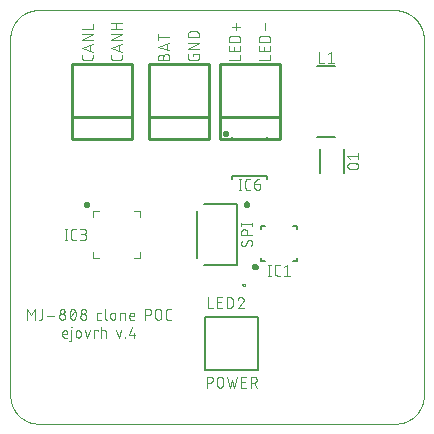
<source format=gto>
G04 EAGLE Gerber RS-274X export*
G75*
%MOMM*%
%FSLAX35Y35*%
%LPD*%
%INsilk_top*%
%IPPOS*%
%AMOC8*
5,1,8,0,0,1.08239X$1,22.5*%
G01*
%ADD10C,0.076200*%
%ADD11C,0.000000*%
%ADD12C,0.127000*%
%ADD13C,0.300000*%
%ADD14C,0.101600*%
%ADD15C,0.152400*%
%ADD16C,0.254000*%
%ADD17C,0.100000*%


D10*
X1294868Y3078810D02*
X1294868Y3104471D01*
X1294876Y3105096D01*
X1294898Y3105720D01*
X1294936Y3106344D01*
X1294990Y3106967D01*
X1295058Y3107588D01*
X1295141Y3108207D01*
X1295240Y3108824D01*
X1295353Y3109439D01*
X1295482Y3110050D01*
X1295625Y3110659D01*
X1295783Y3111263D01*
X1295956Y3111864D01*
X1296143Y3112460D01*
X1296345Y3113052D01*
X1296561Y3113638D01*
X1296792Y3114219D01*
X1297036Y3114794D01*
X1297294Y3115363D01*
X1297566Y3115926D01*
X1297852Y3116481D01*
X1298151Y3117030D01*
X1298464Y3117571D01*
X1298789Y3118105D01*
X1299128Y3118630D01*
X1299479Y3119147D01*
X1299843Y3119655D01*
X1300218Y3120154D01*
X1300606Y3120644D01*
X1301006Y3121125D01*
X1301417Y3121595D01*
X1301840Y3122055D01*
X1302274Y3122505D01*
X1302718Y3122944D01*
X1303173Y3123373D01*
X1303639Y3123790D01*
X1304114Y3124195D01*
X1304600Y3124589D01*
X1305094Y3124971D01*
X1305598Y3125341D01*
X1306111Y3125698D01*
X1306632Y3126043D01*
X1307161Y3126375D01*
X1307699Y3126694D01*
X1308243Y3127000D01*
X1308796Y3127292D01*
X1309355Y3127571D01*
X1309921Y3127837D01*
X1310493Y3128088D01*
X1311071Y3128325D01*
X1311655Y3128549D01*
X1312244Y3128758D01*
X1312837Y3128952D01*
X1313436Y3129132D01*
X1314038Y3129298D01*
X1314645Y3129448D01*
X1315255Y3129584D01*
X1315868Y3129705D01*
X1316484Y3129811D01*
X1317102Y3129902D01*
X1317722Y3129978D01*
X1318344Y3130039D01*
X1318968Y3130084D01*
X1319592Y3130115D01*
X1320217Y3130130D01*
X1320841Y3130130D01*
X1321466Y3130115D01*
X1322090Y3130084D01*
X1322714Y3130039D01*
X1323336Y3129978D01*
X1323956Y3129902D01*
X1324574Y3129811D01*
X1325190Y3129705D01*
X1325803Y3129584D01*
X1326413Y3129448D01*
X1327020Y3129298D01*
X1327622Y3129132D01*
X1328221Y3128952D01*
X1328814Y3128758D01*
X1329403Y3128549D01*
X1329987Y3128325D01*
X1330565Y3128088D01*
X1331137Y3127837D01*
X1331703Y3127571D01*
X1332262Y3127292D01*
X1332815Y3127000D01*
X1333360Y3126694D01*
X1333897Y3126375D01*
X1334426Y3126043D01*
X1334947Y3125698D01*
X1335460Y3125341D01*
X1335964Y3124971D01*
X1336458Y3124589D01*
X1336944Y3124195D01*
X1337419Y3123790D01*
X1337885Y3123373D01*
X1338340Y3122944D01*
X1338784Y3122505D01*
X1339218Y3122055D01*
X1339641Y3121595D01*
X1340052Y3121125D01*
X1340452Y3120644D01*
X1340840Y3120154D01*
X1341215Y3119655D01*
X1341579Y3119147D01*
X1341930Y3118630D01*
X1342269Y3118105D01*
X1342594Y3117571D01*
X1342907Y3117030D01*
X1343206Y3116481D01*
X1343492Y3115926D01*
X1343764Y3115363D01*
X1344022Y3114794D01*
X1344266Y3114219D01*
X1344497Y3113638D01*
X1344713Y3113052D01*
X1344915Y3112460D01*
X1345102Y3111864D01*
X1345275Y3111263D01*
X1345433Y3110659D01*
X1345576Y3110050D01*
X1345705Y3109439D01*
X1345818Y3108824D01*
X1345917Y3108207D01*
X1346000Y3107588D01*
X1346068Y3106967D01*
X1346122Y3106344D01*
X1346160Y3105720D01*
X1346182Y3105096D01*
X1346190Y3104471D01*
X1346190Y3078810D01*
X1253810Y3078810D01*
X1253810Y3104471D01*
X1253816Y3104971D01*
X1253834Y3105471D01*
X1253865Y3105970D01*
X1253907Y3106468D01*
X1253962Y3106965D01*
X1254029Y3107460D01*
X1254108Y3107954D01*
X1254198Y3108445D01*
X1254301Y3108935D01*
X1254416Y3109421D01*
X1254542Y3109905D01*
X1254680Y3110385D01*
X1254830Y3110862D01*
X1254992Y3111336D01*
X1255165Y3111805D01*
X1255349Y3112269D01*
X1255544Y3112729D01*
X1255751Y3113185D01*
X1255969Y3113635D01*
X1256197Y3114079D01*
X1256437Y3114518D01*
X1256687Y3114951D01*
X1256947Y3115378D01*
X1257218Y3115798D01*
X1257499Y3116212D01*
X1257790Y3116618D01*
X1258090Y3117018D01*
X1258401Y3117410D01*
X1258721Y3117794D01*
X1259050Y3118170D01*
X1259388Y3118539D01*
X1259735Y3118899D01*
X1260090Y3119250D01*
X1260454Y3119592D01*
X1260827Y3119926D01*
X1261207Y3120251D01*
X1261595Y3120566D01*
X1261991Y3120871D01*
X1262394Y3121167D01*
X1262804Y3121453D01*
X1263221Y3121729D01*
X1263645Y3121994D01*
X1264075Y3122250D01*
X1264510Y3122494D01*
X1264952Y3122728D01*
X1265400Y3122951D01*
X1265852Y3123164D01*
X1266310Y3123365D01*
X1266772Y3123555D01*
X1267239Y3123733D01*
X1267711Y3123900D01*
X1268186Y3124056D01*
X1268664Y3124200D01*
X1269147Y3124332D01*
X1269632Y3124453D01*
X1270120Y3124562D01*
X1270610Y3124659D01*
X1271103Y3124743D01*
X1271597Y3124816D01*
X1272094Y3124877D01*
X1272591Y3124925D01*
X1273090Y3124962D01*
X1273589Y3124986D01*
X1274089Y3124998D01*
X1274589Y3124998D01*
X1275089Y3124986D01*
X1275588Y3124962D01*
X1276087Y3124925D01*
X1276584Y3124877D01*
X1277081Y3124816D01*
X1277575Y3124743D01*
X1278068Y3124659D01*
X1278558Y3124562D01*
X1279046Y3124453D01*
X1279531Y3124332D01*
X1280014Y3124200D01*
X1280492Y3124056D01*
X1280967Y3123900D01*
X1281439Y3123733D01*
X1281906Y3123555D01*
X1282368Y3123365D01*
X1282826Y3123164D01*
X1283278Y3122951D01*
X1283726Y3122728D01*
X1284168Y3122494D01*
X1284604Y3122250D01*
X1285033Y3121994D01*
X1285457Y3121729D01*
X1285874Y3121453D01*
X1286284Y3121167D01*
X1286687Y3120871D01*
X1287083Y3120566D01*
X1287471Y3120251D01*
X1287851Y3119926D01*
X1288224Y3119592D01*
X1288588Y3119250D01*
X1288943Y3118899D01*
X1289290Y3118539D01*
X1289628Y3118170D01*
X1289957Y3117794D01*
X1290277Y3117410D01*
X1290588Y3117018D01*
X1290888Y3116618D01*
X1291179Y3116212D01*
X1291460Y3115798D01*
X1291731Y3115378D01*
X1291991Y3114951D01*
X1292241Y3114518D01*
X1292481Y3114079D01*
X1292709Y3113635D01*
X1292927Y3113185D01*
X1293134Y3112729D01*
X1293329Y3112269D01*
X1293513Y3111805D01*
X1293686Y3111336D01*
X1293848Y3110862D01*
X1293998Y3110385D01*
X1294136Y3109905D01*
X1294262Y3109421D01*
X1294377Y3108935D01*
X1294480Y3108445D01*
X1294570Y3107954D01*
X1294649Y3107460D01*
X1294716Y3106965D01*
X1294771Y3106468D01*
X1294813Y3105970D01*
X1294844Y3105471D01*
X1294862Y3104971D01*
X1294868Y3104471D01*
X1346190Y3159376D02*
X1253810Y3190169D01*
X1346190Y3220963D01*
X1323095Y3213264D02*
X1323095Y3167074D01*
X1346190Y3274169D02*
X1253810Y3274169D01*
X1253810Y3248508D02*
X1253810Y3299830D01*
X1544868Y3130132D02*
X1544868Y3114735D01*
X1544868Y3130132D02*
X1596190Y3130132D01*
X1596190Y3099339D01*
X1596184Y3098843D01*
X1596166Y3098347D01*
X1596136Y3097852D01*
X1596094Y3097358D01*
X1596040Y3096865D01*
X1595975Y3096373D01*
X1595897Y3095883D01*
X1595808Y3095395D01*
X1595706Y3094909D01*
X1595593Y3094426D01*
X1595469Y3093946D01*
X1595333Y3093469D01*
X1595185Y3092995D01*
X1595026Y3092525D01*
X1594856Y3092059D01*
X1594674Y3091598D01*
X1594482Y3091140D01*
X1594278Y3090688D01*
X1594064Y3090241D01*
X1593839Y3089799D01*
X1593603Y3089362D01*
X1593356Y3088932D01*
X1593100Y3088507D01*
X1592833Y3088089D01*
X1592556Y3087677D01*
X1592269Y3087272D01*
X1591973Y3086875D01*
X1591667Y3086484D01*
X1591352Y3086101D01*
X1591027Y3085726D01*
X1590694Y3085358D01*
X1590352Y3084999D01*
X1590001Y3084648D01*
X1589642Y3084306D01*
X1589274Y3083973D01*
X1588899Y3083648D01*
X1588516Y3083333D01*
X1588125Y3083027D01*
X1587728Y3082731D01*
X1587323Y3082444D01*
X1586911Y3082167D01*
X1586493Y3081900D01*
X1586068Y3081644D01*
X1585638Y3081397D01*
X1585201Y3081161D01*
X1584759Y3080936D01*
X1584312Y3080722D01*
X1583860Y3080518D01*
X1583402Y3080326D01*
X1582941Y3080144D01*
X1582475Y3079974D01*
X1582005Y3079815D01*
X1581531Y3079667D01*
X1581054Y3079531D01*
X1580574Y3079407D01*
X1580091Y3079294D01*
X1579605Y3079192D01*
X1579117Y3079103D01*
X1578627Y3079025D01*
X1578135Y3078960D01*
X1577642Y3078906D01*
X1577148Y3078864D01*
X1576653Y3078834D01*
X1576157Y3078816D01*
X1575661Y3078810D01*
X1524339Y3078810D01*
X1523835Y3078816D01*
X1523332Y3078835D01*
X1522829Y3078866D01*
X1522327Y3078909D01*
X1521826Y3078964D01*
X1521327Y3079032D01*
X1520829Y3079112D01*
X1520334Y3079204D01*
X1519841Y3079309D01*
X1519351Y3079425D01*
X1518864Y3079554D01*
X1518380Y3079694D01*
X1517900Y3079846D01*
X1517423Y3080010D01*
X1516951Y3080186D01*
X1516483Y3080373D01*
X1516020Y3080571D01*
X1515562Y3080781D01*
X1515109Y3081002D01*
X1514662Y3081234D01*
X1514220Y3081477D01*
X1513785Y3081731D01*
X1513356Y3081995D01*
X1512934Y3082270D01*
X1512518Y3082555D01*
X1512110Y3082850D01*
X1511709Y3083155D01*
X1511316Y3083470D01*
X1510930Y3083794D01*
X1510553Y3084128D01*
X1510184Y3084471D01*
X1509823Y3084823D01*
X1509471Y3085183D01*
X1509128Y3085552D01*
X1508794Y3085930D01*
X1508470Y3086315D01*
X1508155Y3086709D01*
X1507850Y3087110D01*
X1507555Y3087518D01*
X1507270Y3087933D01*
X1506995Y3088356D01*
X1506731Y3088785D01*
X1506477Y3089220D01*
X1506234Y3089661D01*
X1506002Y3090109D01*
X1505781Y3090561D01*
X1505571Y3091019D01*
X1505373Y3091482D01*
X1505186Y3091950D01*
X1505010Y3092423D01*
X1504846Y3092899D01*
X1504694Y3093379D01*
X1504554Y3093863D01*
X1504425Y3094350D01*
X1504309Y3094841D01*
X1504205Y3095333D01*
X1504112Y3095829D01*
X1504032Y3096326D01*
X1503964Y3096825D01*
X1503909Y3097326D01*
X1503866Y3097828D01*
X1503835Y3098331D01*
X1503816Y3098835D01*
X1503810Y3099338D01*
X1503810Y3099339D02*
X1503810Y3130132D01*
X1503810Y3174810D02*
X1596190Y3174810D01*
X1596190Y3226132D02*
X1503810Y3174810D01*
X1503810Y3226132D02*
X1596190Y3226132D01*
X1596190Y3270809D02*
X1503810Y3270809D01*
X1503810Y3296470D01*
X1503817Y3297090D01*
X1503840Y3297710D01*
X1503877Y3298329D01*
X1503930Y3298947D01*
X1503997Y3299563D01*
X1504079Y3300178D01*
X1504176Y3300790D01*
X1504288Y3301400D01*
X1504415Y3302007D01*
X1504556Y3302611D01*
X1504711Y3303211D01*
X1504881Y3303808D01*
X1505066Y3304400D01*
X1505265Y3304987D01*
X1505478Y3305570D01*
X1505704Y3306147D01*
X1505945Y3306718D01*
X1506200Y3307284D01*
X1506468Y3307843D01*
X1506749Y3308395D01*
X1507044Y3308941D01*
X1507352Y3309479D01*
X1507673Y3310010D01*
X1508006Y3310533D01*
X1508352Y3311047D01*
X1508711Y3311553D01*
X1509081Y3312050D01*
X1509464Y3312539D01*
X1509858Y3313017D01*
X1510263Y3313486D01*
X1510680Y3313946D01*
X1511108Y3314395D01*
X1511546Y3314833D01*
X1511995Y3315261D01*
X1512455Y3315678D01*
X1512924Y3316083D01*
X1513402Y3316477D01*
X1513891Y3316860D01*
X1514388Y3317230D01*
X1514894Y3317589D01*
X1515408Y3317935D01*
X1515931Y3318268D01*
X1516462Y3318589D01*
X1517000Y3318897D01*
X1517546Y3319192D01*
X1518098Y3319473D01*
X1518657Y3319741D01*
X1519223Y3319996D01*
X1519794Y3320237D01*
X1520371Y3320463D01*
X1520954Y3320676D01*
X1521541Y3320875D01*
X1522133Y3321060D01*
X1522730Y3321230D01*
X1523330Y3321385D01*
X1523934Y3321526D01*
X1524541Y3321653D01*
X1525151Y3321765D01*
X1525763Y3321862D01*
X1526378Y3321944D01*
X1526994Y3322011D01*
X1527612Y3322064D01*
X1528231Y3322101D01*
X1528851Y3322124D01*
X1529471Y3322131D01*
X1529471Y3322132D02*
X1570529Y3322132D01*
X1571149Y3322125D01*
X1571769Y3322102D01*
X1572388Y3322065D01*
X1573006Y3322012D01*
X1573622Y3321945D01*
X1574237Y3321863D01*
X1574849Y3321766D01*
X1575459Y3321654D01*
X1576066Y3321527D01*
X1576670Y3321386D01*
X1577270Y3321231D01*
X1577867Y3321061D01*
X1578459Y3320876D01*
X1579046Y3320677D01*
X1579629Y3320464D01*
X1580206Y3320238D01*
X1580777Y3319997D01*
X1581343Y3319742D01*
X1581902Y3319474D01*
X1582454Y3319193D01*
X1583000Y3318898D01*
X1583538Y3318590D01*
X1584069Y3318269D01*
X1584592Y3317936D01*
X1585106Y3317590D01*
X1585612Y3317231D01*
X1586110Y3316861D01*
X1586598Y3316478D01*
X1587076Y3316084D01*
X1587545Y3315678D01*
X1588005Y3315262D01*
X1588454Y3314834D01*
X1588892Y3314395D01*
X1589320Y3313946D01*
X1589737Y3313487D01*
X1590142Y3313018D01*
X1590536Y3312539D01*
X1590919Y3312051D01*
X1591289Y3311554D01*
X1591648Y3311048D01*
X1591994Y3310533D01*
X1592327Y3310011D01*
X1592648Y3309480D01*
X1592956Y3308942D01*
X1593251Y3308396D01*
X1593532Y3307844D01*
X1593800Y3307284D01*
X1594055Y3306719D01*
X1594296Y3306147D01*
X1594523Y3305570D01*
X1594735Y3304988D01*
X1594934Y3304400D01*
X1595119Y3303808D01*
X1595289Y3303212D01*
X1595444Y3302612D01*
X1595586Y3302008D01*
X1595712Y3301401D01*
X1595824Y3300791D01*
X1595921Y3300178D01*
X1596003Y3299564D01*
X1596070Y3298947D01*
X1596123Y3298329D01*
X1596160Y3297710D01*
X1596183Y3297091D01*
X1596190Y3296471D01*
X1596190Y3296470D02*
X1596190Y3270809D01*
X143534Y971190D02*
X143534Y878810D01*
X174328Y919868D02*
X143534Y971190D01*
X174328Y919868D02*
X205121Y971190D01*
X205121Y878810D01*
X269346Y899339D02*
X269346Y971190D01*
X269346Y899339D02*
X269340Y898843D01*
X269322Y898347D01*
X269292Y897852D01*
X269250Y897358D01*
X269196Y896865D01*
X269131Y896373D01*
X269053Y895883D01*
X268964Y895395D01*
X268862Y894909D01*
X268749Y894426D01*
X268625Y893946D01*
X268489Y893469D01*
X268341Y892995D01*
X268182Y892525D01*
X268012Y892059D01*
X267830Y891598D01*
X267638Y891140D01*
X267434Y890688D01*
X267220Y890241D01*
X266995Y889799D01*
X266759Y889362D01*
X266512Y888932D01*
X266256Y888507D01*
X265989Y888089D01*
X265712Y887677D01*
X265425Y887272D01*
X265129Y886875D01*
X264823Y886484D01*
X264508Y886101D01*
X264183Y885726D01*
X263850Y885358D01*
X263508Y884999D01*
X263157Y884648D01*
X262798Y884306D01*
X262430Y883973D01*
X262055Y883648D01*
X261672Y883333D01*
X261281Y883027D01*
X260884Y882731D01*
X260479Y882444D01*
X260067Y882167D01*
X259649Y881900D01*
X259224Y881644D01*
X258794Y881397D01*
X258357Y881161D01*
X257915Y880936D01*
X257468Y880722D01*
X257016Y880518D01*
X256558Y880326D01*
X256097Y880144D01*
X255631Y879974D01*
X255161Y879815D01*
X254687Y879667D01*
X254210Y879531D01*
X253730Y879407D01*
X253247Y879294D01*
X252761Y879192D01*
X252273Y879103D01*
X251783Y879025D01*
X251291Y878960D01*
X250798Y878906D01*
X250304Y878864D01*
X249809Y878834D01*
X249313Y878816D01*
X248817Y878810D01*
X238553Y878810D01*
X311534Y914735D02*
X373120Y914735D01*
X412666Y904471D02*
X412674Y905096D01*
X412696Y905720D01*
X412734Y906344D01*
X412788Y906967D01*
X412856Y907588D01*
X412939Y908207D01*
X413038Y908824D01*
X413151Y909439D01*
X413280Y910050D01*
X413423Y910659D01*
X413581Y911263D01*
X413754Y911864D01*
X413941Y912460D01*
X414143Y913052D01*
X414359Y913638D01*
X414590Y914219D01*
X414834Y914794D01*
X415092Y915363D01*
X415364Y915926D01*
X415650Y916481D01*
X415949Y917030D01*
X416262Y917571D01*
X416587Y918105D01*
X416926Y918630D01*
X417277Y919147D01*
X417641Y919655D01*
X418016Y920154D01*
X418404Y920644D01*
X418804Y921125D01*
X419215Y921595D01*
X419638Y922055D01*
X420072Y922505D01*
X420516Y922944D01*
X420971Y923373D01*
X421437Y923790D01*
X421912Y924195D01*
X422398Y924589D01*
X422892Y924971D01*
X423396Y925341D01*
X423909Y925698D01*
X424430Y926043D01*
X424959Y926375D01*
X425497Y926694D01*
X426041Y927000D01*
X426594Y927292D01*
X427153Y927571D01*
X427719Y927837D01*
X428291Y928088D01*
X428869Y928325D01*
X429453Y928549D01*
X430042Y928758D01*
X430635Y928952D01*
X431234Y929132D01*
X431836Y929298D01*
X432443Y929448D01*
X433053Y929584D01*
X433666Y929705D01*
X434282Y929811D01*
X434900Y929902D01*
X435520Y929978D01*
X436142Y930039D01*
X436766Y930084D01*
X437390Y930115D01*
X438015Y930130D01*
X438639Y930130D01*
X439264Y930115D01*
X439888Y930084D01*
X440512Y930039D01*
X441134Y929978D01*
X441754Y929902D01*
X442372Y929811D01*
X442988Y929705D01*
X443601Y929584D01*
X444211Y929448D01*
X444818Y929298D01*
X445420Y929132D01*
X446019Y928952D01*
X446612Y928758D01*
X447201Y928549D01*
X447785Y928325D01*
X448363Y928088D01*
X448935Y927837D01*
X449501Y927571D01*
X450060Y927292D01*
X450613Y927000D01*
X451158Y926694D01*
X451695Y926375D01*
X452224Y926043D01*
X452745Y925698D01*
X453258Y925341D01*
X453762Y924971D01*
X454256Y924589D01*
X454742Y924195D01*
X455217Y923790D01*
X455683Y923373D01*
X456138Y922944D01*
X456582Y922505D01*
X457016Y922055D01*
X457439Y921595D01*
X457850Y921125D01*
X458250Y920644D01*
X458638Y920154D01*
X459013Y919655D01*
X459377Y919147D01*
X459728Y918630D01*
X460067Y918105D01*
X460392Y917571D01*
X460705Y917030D01*
X461004Y916481D01*
X461290Y915926D01*
X461562Y915363D01*
X461820Y914794D01*
X462064Y914219D01*
X462295Y913638D01*
X462511Y913052D01*
X462713Y912460D01*
X462900Y911864D01*
X463073Y911263D01*
X463231Y910659D01*
X463374Y910050D01*
X463503Y909439D01*
X463616Y908824D01*
X463715Y908207D01*
X463798Y907588D01*
X463866Y906967D01*
X463920Y906344D01*
X463958Y905720D01*
X463980Y905096D01*
X463988Y904471D01*
X463980Y903846D01*
X463958Y903222D01*
X463920Y902598D01*
X463866Y901975D01*
X463798Y901354D01*
X463715Y900735D01*
X463616Y900118D01*
X463503Y899503D01*
X463374Y898892D01*
X463231Y898283D01*
X463073Y897679D01*
X462900Y897078D01*
X462713Y896482D01*
X462511Y895890D01*
X462295Y895304D01*
X462064Y894723D01*
X461820Y894148D01*
X461562Y893579D01*
X461290Y893016D01*
X461004Y892461D01*
X460705Y891912D01*
X460392Y891371D01*
X460067Y890837D01*
X459728Y890312D01*
X459377Y889795D01*
X459013Y889287D01*
X458638Y888788D01*
X458250Y888298D01*
X457850Y887817D01*
X457439Y887347D01*
X457016Y886887D01*
X456582Y886437D01*
X456138Y885998D01*
X455683Y885569D01*
X455217Y885152D01*
X454742Y884747D01*
X454256Y884353D01*
X453762Y883971D01*
X453258Y883601D01*
X452745Y883244D01*
X452224Y882899D01*
X451695Y882567D01*
X451158Y882248D01*
X450613Y881942D01*
X450060Y881650D01*
X449501Y881371D01*
X448935Y881105D01*
X448363Y880854D01*
X447785Y880617D01*
X447201Y880393D01*
X446612Y880184D01*
X446019Y879990D01*
X445420Y879810D01*
X444818Y879644D01*
X444211Y879494D01*
X443601Y879358D01*
X442988Y879237D01*
X442372Y879131D01*
X441754Y879040D01*
X441134Y878964D01*
X440512Y878903D01*
X439888Y878858D01*
X439264Y878827D01*
X438639Y878812D01*
X438015Y878812D01*
X437390Y878827D01*
X436766Y878858D01*
X436142Y878903D01*
X435520Y878964D01*
X434900Y879040D01*
X434282Y879131D01*
X433666Y879237D01*
X433053Y879358D01*
X432443Y879494D01*
X431836Y879644D01*
X431234Y879810D01*
X430635Y879990D01*
X430042Y880184D01*
X429453Y880393D01*
X428869Y880617D01*
X428291Y880854D01*
X427719Y881105D01*
X427153Y881371D01*
X426594Y881650D01*
X426041Y881942D01*
X425497Y882248D01*
X424959Y882567D01*
X424430Y882899D01*
X423909Y883244D01*
X423396Y883601D01*
X422892Y883971D01*
X422398Y884353D01*
X421912Y884747D01*
X421437Y885152D01*
X420971Y885569D01*
X420516Y885998D01*
X420072Y886437D01*
X419638Y886887D01*
X419215Y887347D01*
X418804Y887817D01*
X418404Y888298D01*
X418016Y888788D01*
X417641Y889287D01*
X417277Y889795D01*
X416926Y890312D01*
X416587Y890837D01*
X416262Y891371D01*
X415949Y891912D01*
X415650Y892461D01*
X415364Y893016D01*
X415092Y893579D01*
X414834Y894148D01*
X414590Y894723D01*
X414359Y895304D01*
X414143Y895890D01*
X413941Y896482D01*
X413754Y897078D01*
X413581Y897679D01*
X413423Y898283D01*
X413280Y898892D01*
X413151Y899503D01*
X413038Y900118D01*
X412939Y900735D01*
X412856Y901354D01*
X412788Y901975D01*
X412734Y902598D01*
X412696Y903222D01*
X412674Y903846D01*
X412666Y904471D01*
X417798Y950661D02*
X417804Y951161D01*
X417822Y951661D01*
X417853Y952160D01*
X417895Y952658D01*
X417950Y953155D01*
X418017Y953650D01*
X418096Y954144D01*
X418186Y954635D01*
X418289Y955125D01*
X418404Y955611D01*
X418530Y956095D01*
X418668Y956575D01*
X418818Y957052D01*
X418980Y957526D01*
X419153Y957995D01*
X419337Y958459D01*
X419532Y958919D01*
X419739Y959375D01*
X419957Y959825D01*
X420185Y960269D01*
X420425Y960708D01*
X420675Y961141D01*
X420935Y961568D01*
X421206Y961988D01*
X421487Y962402D01*
X421778Y962808D01*
X422078Y963208D01*
X422389Y963600D01*
X422709Y963984D01*
X423038Y964360D01*
X423376Y964729D01*
X423723Y965089D01*
X424078Y965440D01*
X424442Y965782D01*
X424815Y966116D01*
X425195Y966441D01*
X425583Y966756D01*
X425979Y967061D01*
X426382Y967357D01*
X426792Y967643D01*
X427209Y967919D01*
X427633Y968184D01*
X428063Y968440D01*
X428498Y968684D01*
X428940Y968918D01*
X429388Y969141D01*
X429840Y969354D01*
X430298Y969555D01*
X430760Y969745D01*
X431227Y969923D01*
X431699Y970090D01*
X432174Y970246D01*
X432652Y970390D01*
X433135Y970522D01*
X433620Y970643D01*
X434108Y970752D01*
X434598Y970849D01*
X435091Y970933D01*
X435585Y971006D01*
X436082Y971067D01*
X436579Y971115D01*
X437078Y971152D01*
X437577Y971176D01*
X438077Y971188D01*
X438577Y971188D01*
X439077Y971176D01*
X439576Y971152D01*
X440075Y971115D01*
X440572Y971067D01*
X441069Y971006D01*
X441563Y970933D01*
X442056Y970849D01*
X442546Y970752D01*
X443034Y970643D01*
X443519Y970522D01*
X444002Y970390D01*
X444480Y970246D01*
X444955Y970090D01*
X445427Y969923D01*
X445894Y969745D01*
X446356Y969555D01*
X446814Y969354D01*
X447266Y969141D01*
X447714Y968918D01*
X448156Y968684D01*
X448592Y968440D01*
X449021Y968184D01*
X449445Y967919D01*
X449862Y967643D01*
X450272Y967357D01*
X450675Y967061D01*
X451071Y966756D01*
X451459Y966441D01*
X451839Y966116D01*
X452212Y965782D01*
X452576Y965440D01*
X452931Y965089D01*
X453278Y964729D01*
X453616Y964360D01*
X453945Y963984D01*
X454265Y963600D01*
X454576Y963208D01*
X454876Y962808D01*
X455167Y962402D01*
X455448Y961988D01*
X455719Y961568D01*
X455979Y961141D01*
X456229Y960708D01*
X456469Y960269D01*
X456697Y959825D01*
X456915Y959375D01*
X457122Y958919D01*
X457317Y958459D01*
X457501Y957995D01*
X457674Y957526D01*
X457836Y957052D01*
X457986Y956575D01*
X458124Y956095D01*
X458250Y955611D01*
X458365Y955125D01*
X458468Y954635D01*
X458558Y954144D01*
X458637Y953650D01*
X458704Y953155D01*
X458759Y952658D01*
X458801Y952160D01*
X458832Y951661D01*
X458850Y951161D01*
X458856Y950661D01*
X458850Y950161D01*
X458832Y949661D01*
X458801Y949162D01*
X458759Y948664D01*
X458704Y948167D01*
X458637Y947672D01*
X458558Y947178D01*
X458468Y946687D01*
X458365Y946197D01*
X458250Y945711D01*
X458124Y945227D01*
X457986Y944747D01*
X457836Y944270D01*
X457674Y943796D01*
X457501Y943327D01*
X457317Y942863D01*
X457122Y942403D01*
X456915Y941947D01*
X456697Y941497D01*
X456469Y941053D01*
X456229Y940614D01*
X455979Y940181D01*
X455719Y939754D01*
X455448Y939334D01*
X455167Y938920D01*
X454876Y938514D01*
X454576Y938114D01*
X454265Y937722D01*
X453945Y937338D01*
X453616Y936962D01*
X453278Y936593D01*
X452931Y936233D01*
X452576Y935882D01*
X452212Y935540D01*
X451839Y935206D01*
X451459Y934881D01*
X451071Y934566D01*
X450675Y934261D01*
X450272Y933965D01*
X449862Y933679D01*
X449445Y933403D01*
X449021Y933138D01*
X448592Y932882D01*
X448156Y932638D01*
X447714Y932404D01*
X447266Y932181D01*
X446814Y931968D01*
X446356Y931767D01*
X445894Y931577D01*
X445427Y931399D01*
X444955Y931232D01*
X444480Y931076D01*
X444002Y930932D01*
X443519Y930800D01*
X443034Y930679D01*
X442546Y930570D01*
X442056Y930473D01*
X441563Y930389D01*
X441069Y930316D01*
X440572Y930255D01*
X440075Y930207D01*
X439576Y930170D01*
X439077Y930146D01*
X438577Y930134D01*
X438077Y930134D01*
X437577Y930146D01*
X437078Y930170D01*
X436579Y930207D01*
X436082Y930255D01*
X435585Y930316D01*
X435091Y930389D01*
X434598Y930473D01*
X434108Y930570D01*
X433620Y930679D01*
X433135Y930800D01*
X432652Y930932D01*
X432174Y931076D01*
X431699Y931232D01*
X431227Y931399D01*
X430760Y931577D01*
X430298Y931767D01*
X429840Y931968D01*
X429388Y932181D01*
X428940Y932404D01*
X428498Y932638D01*
X428063Y932882D01*
X427633Y933138D01*
X427209Y933403D01*
X426792Y933679D01*
X426382Y933965D01*
X425979Y934261D01*
X425583Y934566D01*
X425195Y934881D01*
X424815Y935206D01*
X424442Y935540D01*
X424078Y935882D01*
X423723Y936233D01*
X423376Y936593D01*
X423038Y936962D01*
X422709Y937338D01*
X422389Y937722D01*
X422078Y938114D01*
X421778Y938514D01*
X421487Y938920D01*
X421206Y939334D01*
X420935Y939754D01*
X420675Y940181D01*
X420425Y940614D01*
X420185Y941053D01*
X419957Y941497D01*
X419739Y941947D01*
X419532Y942403D01*
X419337Y942863D01*
X419153Y943327D01*
X418980Y943796D01*
X418818Y944270D01*
X418668Y944747D01*
X418530Y945227D01*
X418404Y945711D01*
X418289Y946197D01*
X418186Y946687D01*
X418096Y947178D01*
X418017Y947672D01*
X417950Y948167D01*
X417895Y948664D01*
X417853Y949162D01*
X417822Y949661D01*
X417804Y950161D01*
X417798Y950661D01*
X502666Y925000D02*
X502688Y926817D01*
X502753Y928633D01*
X502861Y930448D01*
X503013Y932259D01*
X503208Y934066D01*
X503446Y935867D01*
X503727Y937663D01*
X504050Y939451D01*
X504416Y941231D01*
X504825Y943002D01*
X505276Y944763D01*
X505769Y946512D01*
X506303Y948249D01*
X506879Y949973D01*
X507495Y951683D01*
X508152Y953377D01*
X508850Y955055D01*
X509587Y956716D01*
X510364Y958359D01*
X510363Y958360D02*
X510519Y958795D01*
X510684Y959226D01*
X510860Y959653D01*
X511047Y960075D01*
X511243Y960493D01*
X511450Y960906D01*
X511667Y961314D01*
X511893Y961717D01*
X512130Y962114D01*
X512375Y962505D01*
X512631Y962889D01*
X512895Y963268D01*
X513169Y963640D01*
X513452Y964005D01*
X513743Y964364D01*
X514043Y964715D01*
X514352Y965058D01*
X514669Y965394D01*
X514994Y965723D01*
X515327Y966043D01*
X515667Y966355D01*
X516015Y966659D01*
X516370Y966954D01*
X516733Y967240D01*
X517102Y967518D01*
X517478Y967786D01*
X517860Y968045D01*
X518248Y968295D01*
X518643Y968536D01*
X519043Y968766D01*
X519449Y968987D01*
X519859Y969198D01*
X520275Y969399D01*
X520696Y969590D01*
X521121Y969770D01*
X521551Y969940D01*
X521984Y970100D01*
X522421Y970249D01*
X522862Y970387D01*
X523306Y970514D01*
X523753Y970631D01*
X524202Y970737D01*
X524654Y970832D01*
X525108Y970915D01*
X525565Y970988D01*
X526022Y971050D01*
X526481Y971100D01*
X526942Y971139D01*
X527403Y971168D01*
X527864Y971184D01*
X528326Y971190D01*
X528788Y971184D01*
X529249Y971168D01*
X529710Y971139D01*
X530171Y971100D01*
X530630Y971050D01*
X531087Y970988D01*
X531544Y970915D01*
X531998Y970832D01*
X532450Y970737D01*
X532899Y970631D01*
X533346Y970514D01*
X533790Y970387D01*
X534231Y970249D01*
X534668Y970100D01*
X535102Y969940D01*
X535531Y969770D01*
X535956Y969590D01*
X536377Y969399D01*
X536793Y969198D01*
X537204Y968987D01*
X537609Y968766D01*
X538009Y968535D01*
X538404Y968295D01*
X538792Y968045D01*
X539174Y967786D01*
X539550Y967518D01*
X539920Y967240D01*
X540282Y966954D01*
X540637Y966658D01*
X540985Y966355D01*
X541326Y966043D01*
X541658Y965722D01*
X541983Y965394D01*
X542300Y965058D01*
X542609Y964714D01*
X542909Y964363D01*
X543200Y964005D01*
X543483Y963640D01*
X543757Y963268D01*
X544021Y962889D01*
X544277Y962504D01*
X544523Y962113D01*
X544759Y961716D01*
X544985Y961314D01*
X545202Y960906D01*
X545409Y960493D01*
X545605Y960075D01*
X545792Y959653D01*
X545968Y959226D01*
X546134Y958794D01*
X546289Y958359D01*
X546290Y958359D02*
X547066Y956716D01*
X547804Y955055D01*
X548501Y953377D01*
X549159Y951683D01*
X549775Y949973D01*
X550351Y948249D01*
X550885Y946512D01*
X551378Y944763D01*
X551829Y943002D01*
X552237Y941231D01*
X552604Y939451D01*
X552927Y937663D01*
X553208Y935867D01*
X553446Y934066D01*
X553641Y932259D01*
X553793Y930448D01*
X553901Y928634D01*
X553966Y926817D01*
X553988Y925000D01*
X502665Y925000D02*
X502687Y923183D01*
X502752Y921366D01*
X502860Y919552D01*
X503012Y917741D01*
X503207Y915934D01*
X503445Y914132D01*
X503726Y912337D01*
X504049Y910548D01*
X504415Y908768D01*
X504824Y906997D01*
X505275Y905237D01*
X505768Y903487D01*
X506302Y901750D01*
X506878Y900027D01*
X507494Y898317D01*
X508151Y896622D01*
X508849Y894944D01*
X509586Y893283D01*
X510363Y891640D01*
X510364Y891640D02*
X510519Y891205D01*
X510684Y890774D01*
X510860Y890347D01*
X511047Y889924D01*
X511243Y889506D01*
X511450Y889093D01*
X511667Y888686D01*
X511893Y888283D01*
X512130Y887886D01*
X512376Y887495D01*
X512631Y887110D01*
X512896Y886732D01*
X513169Y886360D01*
X513452Y885995D01*
X513743Y885636D01*
X514044Y885285D01*
X514352Y884942D01*
X514669Y884606D01*
X514994Y884277D01*
X515327Y883957D01*
X515667Y883645D01*
X516015Y883341D01*
X516370Y883046D01*
X516733Y882760D01*
X517102Y882482D01*
X517478Y882214D01*
X517860Y881955D01*
X518248Y881705D01*
X518643Y881464D01*
X519043Y881234D01*
X519449Y881013D01*
X519859Y880802D01*
X520275Y880601D01*
X520696Y880410D01*
X521121Y880230D01*
X521551Y880060D01*
X521984Y879900D01*
X522421Y879751D01*
X522862Y879613D01*
X523306Y879486D01*
X523753Y879369D01*
X524202Y879263D01*
X524654Y879168D01*
X525108Y879085D01*
X525565Y879012D01*
X526022Y878950D01*
X526481Y878900D01*
X526942Y878861D01*
X527403Y878832D01*
X527864Y878816D01*
X528326Y878810D01*
X546289Y891640D02*
X547065Y893283D01*
X547803Y894944D01*
X548500Y896623D01*
X549158Y898317D01*
X549774Y900027D01*
X550350Y901751D01*
X550884Y903488D01*
X551377Y905237D01*
X551828Y906998D01*
X552236Y908768D01*
X552603Y910549D01*
X552926Y912337D01*
X553207Y914132D01*
X553445Y915934D01*
X553640Y917741D01*
X553792Y919552D01*
X553900Y921366D01*
X553965Y923183D01*
X553987Y925000D01*
X546289Y891640D02*
X546133Y891205D01*
X545968Y890774D01*
X545792Y890347D01*
X545605Y889925D01*
X545409Y889507D01*
X545202Y889094D01*
X544985Y888686D01*
X544759Y888283D01*
X544522Y887886D01*
X544277Y887495D01*
X544021Y887111D01*
X543757Y886732D01*
X543483Y886360D01*
X543200Y885995D01*
X542909Y885636D01*
X542609Y885285D01*
X542300Y884942D01*
X541983Y884606D01*
X541658Y884277D01*
X541325Y883957D01*
X540985Y883645D01*
X540637Y883341D01*
X540282Y883046D01*
X539919Y882760D01*
X539550Y882482D01*
X539174Y882214D01*
X538792Y881955D01*
X538404Y881705D01*
X538009Y881464D01*
X537609Y881234D01*
X537203Y881013D01*
X536793Y880802D01*
X536377Y880601D01*
X535956Y880410D01*
X535531Y880230D01*
X535101Y880060D01*
X534668Y879900D01*
X534231Y879751D01*
X533790Y879613D01*
X533346Y879486D01*
X532899Y879369D01*
X532450Y879263D01*
X531998Y879168D01*
X531544Y879085D01*
X531087Y879012D01*
X530630Y878950D01*
X530171Y878900D01*
X529710Y878861D01*
X529249Y878832D01*
X528788Y878816D01*
X528326Y878810D01*
X507798Y899339D02*
X548855Y950661D01*
X592665Y904471D02*
X592673Y905096D01*
X592695Y905720D01*
X592733Y906344D01*
X592787Y906967D01*
X592855Y907588D01*
X592938Y908207D01*
X593037Y908824D01*
X593150Y909439D01*
X593279Y910050D01*
X593422Y910659D01*
X593580Y911263D01*
X593753Y911864D01*
X593940Y912460D01*
X594142Y913052D01*
X594358Y913638D01*
X594589Y914219D01*
X594833Y914794D01*
X595091Y915363D01*
X595363Y915926D01*
X595649Y916481D01*
X595948Y917030D01*
X596261Y917571D01*
X596586Y918105D01*
X596925Y918630D01*
X597276Y919147D01*
X597640Y919655D01*
X598015Y920154D01*
X598403Y920644D01*
X598803Y921125D01*
X599214Y921595D01*
X599637Y922055D01*
X600071Y922505D01*
X600515Y922944D01*
X600970Y923373D01*
X601436Y923790D01*
X601911Y924195D01*
X602397Y924589D01*
X602891Y924971D01*
X603395Y925341D01*
X603908Y925698D01*
X604429Y926043D01*
X604958Y926375D01*
X605496Y926694D01*
X606040Y927000D01*
X606593Y927292D01*
X607152Y927571D01*
X607718Y927837D01*
X608290Y928088D01*
X608868Y928325D01*
X609452Y928549D01*
X610041Y928758D01*
X610634Y928952D01*
X611233Y929132D01*
X611835Y929298D01*
X612442Y929448D01*
X613052Y929584D01*
X613665Y929705D01*
X614281Y929811D01*
X614899Y929902D01*
X615519Y929978D01*
X616141Y930039D01*
X616765Y930084D01*
X617389Y930115D01*
X618014Y930130D01*
X618638Y930130D01*
X619263Y930115D01*
X619887Y930084D01*
X620511Y930039D01*
X621133Y929978D01*
X621753Y929902D01*
X622371Y929811D01*
X622987Y929705D01*
X623600Y929584D01*
X624210Y929448D01*
X624817Y929298D01*
X625419Y929132D01*
X626018Y928952D01*
X626611Y928758D01*
X627200Y928549D01*
X627784Y928325D01*
X628362Y928088D01*
X628934Y927837D01*
X629500Y927571D01*
X630059Y927292D01*
X630612Y927000D01*
X631157Y926694D01*
X631694Y926375D01*
X632223Y926043D01*
X632744Y925698D01*
X633257Y925341D01*
X633761Y924971D01*
X634255Y924589D01*
X634741Y924195D01*
X635216Y923790D01*
X635682Y923373D01*
X636137Y922944D01*
X636581Y922505D01*
X637015Y922055D01*
X637438Y921595D01*
X637849Y921125D01*
X638249Y920644D01*
X638637Y920154D01*
X639012Y919655D01*
X639376Y919147D01*
X639727Y918630D01*
X640066Y918105D01*
X640391Y917571D01*
X640704Y917030D01*
X641003Y916481D01*
X641289Y915926D01*
X641561Y915363D01*
X641819Y914794D01*
X642063Y914219D01*
X642294Y913638D01*
X642510Y913052D01*
X642712Y912460D01*
X642899Y911864D01*
X643072Y911263D01*
X643230Y910659D01*
X643373Y910050D01*
X643502Y909439D01*
X643615Y908824D01*
X643714Y908207D01*
X643797Y907588D01*
X643865Y906967D01*
X643919Y906344D01*
X643957Y905720D01*
X643979Y905096D01*
X643987Y904471D01*
X643979Y903846D01*
X643957Y903222D01*
X643919Y902598D01*
X643865Y901975D01*
X643797Y901354D01*
X643714Y900735D01*
X643615Y900118D01*
X643502Y899503D01*
X643373Y898892D01*
X643230Y898283D01*
X643072Y897679D01*
X642899Y897078D01*
X642712Y896482D01*
X642510Y895890D01*
X642294Y895304D01*
X642063Y894723D01*
X641819Y894148D01*
X641561Y893579D01*
X641289Y893016D01*
X641003Y892461D01*
X640704Y891912D01*
X640391Y891371D01*
X640066Y890837D01*
X639727Y890312D01*
X639376Y889795D01*
X639012Y889287D01*
X638637Y888788D01*
X638249Y888298D01*
X637849Y887817D01*
X637438Y887347D01*
X637015Y886887D01*
X636581Y886437D01*
X636137Y885998D01*
X635682Y885569D01*
X635216Y885152D01*
X634741Y884747D01*
X634255Y884353D01*
X633761Y883971D01*
X633257Y883601D01*
X632744Y883244D01*
X632223Y882899D01*
X631694Y882567D01*
X631157Y882248D01*
X630612Y881942D01*
X630059Y881650D01*
X629500Y881371D01*
X628934Y881105D01*
X628362Y880854D01*
X627784Y880617D01*
X627200Y880393D01*
X626611Y880184D01*
X626018Y879990D01*
X625419Y879810D01*
X624817Y879644D01*
X624210Y879494D01*
X623600Y879358D01*
X622987Y879237D01*
X622371Y879131D01*
X621753Y879040D01*
X621133Y878964D01*
X620511Y878903D01*
X619887Y878858D01*
X619263Y878827D01*
X618638Y878812D01*
X618014Y878812D01*
X617389Y878827D01*
X616765Y878858D01*
X616141Y878903D01*
X615519Y878964D01*
X614899Y879040D01*
X614281Y879131D01*
X613665Y879237D01*
X613052Y879358D01*
X612442Y879494D01*
X611835Y879644D01*
X611233Y879810D01*
X610634Y879990D01*
X610041Y880184D01*
X609452Y880393D01*
X608868Y880617D01*
X608290Y880854D01*
X607718Y881105D01*
X607152Y881371D01*
X606593Y881650D01*
X606040Y881942D01*
X605496Y882248D01*
X604958Y882567D01*
X604429Y882899D01*
X603908Y883244D01*
X603395Y883601D01*
X602891Y883971D01*
X602397Y884353D01*
X601911Y884747D01*
X601436Y885152D01*
X600970Y885569D01*
X600515Y885998D01*
X600071Y886437D01*
X599637Y886887D01*
X599214Y887347D01*
X598803Y887817D01*
X598403Y888298D01*
X598015Y888788D01*
X597640Y889287D01*
X597276Y889795D01*
X596925Y890312D01*
X596586Y890837D01*
X596261Y891371D01*
X595948Y891912D01*
X595649Y892461D01*
X595363Y893016D01*
X595091Y893579D01*
X594833Y894148D01*
X594589Y894723D01*
X594358Y895304D01*
X594142Y895890D01*
X593940Y896482D01*
X593753Y897078D01*
X593580Y897679D01*
X593422Y898283D01*
X593279Y898892D01*
X593150Y899503D01*
X593037Y900118D01*
X592938Y900735D01*
X592855Y901354D01*
X592787Y901975D01*
X592733Y902598D01*
X592695Y903222D01*
X592673Y903846D01*
X592665Y904471D01*
X597797Y950661D02*
X597803Y951161D01*
X597821Y951661D01*
X597852Y952160D01*
X597894Y952658D01*
X597949Y953155D01*
X598016Y953650D01*
X598095Y954144D01*
X598185Y954635D01*
X598288Y955125D01*
X598403Y955611D01*
X598529Y956095D01*
X598667Y956575D01*
X598817Y957052D01*
X598979Y957526D01*
X599152Y957995D01*
X599336Y958459D01*
X599531Y958919D01*
X599738Y959375D01*
X599956Y959825D01*
X600184Y960269D01*
X600424Y960708D01*
X600674Y961141D01*
X600934Y961568D01*
X601205Y961988D01*
X601486Y962402D01*
X601777Y962808D01*
X602077Y963208D01*
X602388Y963600D01*
X602708Y963984D01*
X603037Y964360D01*
X603375Y964729D01*
X603722Y965089D01*
X604077Y965440D01*
X604441Y965782D01*
X604814Y966116D01*
X605194Y966441D01*
X605582Y966756D01*
X605978Y967061D01*
X606381Y967357D01*
X606791Y967643D01*
X607208Y967919D01*
X607632Y968184D01*
X608062Y968440D01*
X608497Y968684D01*
X608939Y968918D01*
X609387Y969141D01*
X609839Y969354D01*
X610297Y969555D01*
X610759Y969745D01*
X611226Y969923D01*
X611698Y970090D01*
X612173Y970246D01*
X612651Y970390D01*
X613134Y970522D01*
X613619Y970643D01*
X614107Y970752D01*
X614597Y970849D01*
X615090Y970933D01*
X615584Y971006D01*
X616081Y971067D01*
X616578Y971115D01*
X617077Y971152D01*
X617576Y971176D01*
X618076Y971188D01*
X618576Y971188D01*
X619076Y971176D01*
X619575Y971152D01*
X620074Y971115D01*
X620571Y971067D01*
X621068Y971006D01*
X621562Y970933D01*
X622055Y970849D01*
X622545Y970752D01*
X623033Y970643D01*
X623518Y970522D01*
X624001Y970390D01*
X624479Y970246D01*
X624954Y970090D01*
X625426Y969923D01*
X625893Y969745D01*
X626355Y969555D01*
X626813Y969354D01*
X627265Y969141D01*
X627713Y968918D01*
X628155Y968684D01*
X628591Y968440D01*
X629020Y968184D01*
X629444Y967919D01*
X629861Y967643D01*
X630271Y967357D01*
X630674Y967061D01*
X631070Y966756D01*
X631458Y966441D01*
X631838Y966116D01*
X632211Y965782D01*
X632575Y965440D01*
X632930Y965089D01*
X633277Y964729D01*
X633615Y964360D01*
X633944Y963984D01*
X634264Y963600D01*
X634575Y963208D01*
X634875Y962808D01*
X635166Y962402D01*
X635447Y961988D01*
X635718Y961568D01*
X635978Y961141D01*
X636228Y960708D01*
X636468Y960269D01*
X636696Y959825D01*
X636914Y959375D01*
X637121Y958919D01*
X637316Y958459D01*
X637500Y957995D01*
X637673Y957526D01*
X637835Y957052D01*
X637985Y956575D01*
X638123Y956095D01*
X638249Y955611D01*
X638364Y955125D01*
X638467Y954635D01*
X638557Y954144D01*
X638636Y953650D01*
X638703Y953155D01*
X638758Y952658D01*
X638800Y952160D01*
X638831Y951661D01*
X638849Y951161D01*
X638855Y950661D01*
X638849Y950161D01*
X638831Y949661D01*
X638800Y949162D01*
X638758Y948664D01*
X638703Y948167D01*
X638636Y947672D01*
X638557Y947178D01*
X638467Y946687D01*
X638364Y946197D01*
X638249Y945711D01*
X638123Y945227D01*
X637985Y944747D01*
X637835Y944270D01*
X637673Y943796D01*
X637500Y943327D01*
X637316Y942863D01*
X637121Y942403D01*
X636914Y941947D01*
X636696Y941497D01*
X636468Y941053D01*
X636228Y940614D01*
X635978Y940181D01*
X635718Y939754D01*
X635447Y939334D01*
X635166Y938920D01*
X634875Y938514D01*
X634575Y938114D01*
X634264Y937722D01*
X633944Y937338D01*
X633615Y936962D01*
X633277Y936593D01*
X632930Y936233D01*
X632575Y935882D01*
X632211Y935540D01*
X631838Y935206D01*
X631458Y934881D01*
X631070Y934566D01*
X630674Y934261D01*
X630271Y933965D01*
X629861Y933679D01*
X629444Y933403D01*
X629020Y933138D01*
X628591Y932882D01*
X628155Y932638D01*
X627713Y932404D01*
X627265Y932181D01*
X626813Y931968D01*
X626355Y931767D01*
X625893Y931577D01*
X625426Y931399D01*
X624954Y931232D01*
X624479Y931076D01*
X624001Y930932D01*
X623518Y930800D01*
X623033Y930679D01*
X622545Y930570D01*
X622055Y930473D01*
X621562Y930389D01*
X621068Y930316D01*
X620571Y930255D01*
X620074Y930207D01*
X619575Y930170D01*
X619076Y930146D01*
X618576Y930134D01*
X618076Y930134D01*
X617576Y930146D01*
X617077Y930170D01*
X616578Y930207D01*
X616081Y930255D01*
X615584Y930316D01*
X615090Y930389D01*
X614597Y930473D01*
X614107Y930570D01*
X613619Y930679D01*
X613134Y930800D01*
X612651Y930932D01*
X612173Y931076D01*
X611698Y931232D01*
X611226Y931399D01*
X610759Y931577D01*
X610297Y931767D01*
X609839Y931968D01*
X609387Y932181D01*
X608939Y932404D01*
X608497Y932638D01*
X608062Y932882D01*
X607632Y933138D01*
X607208Y933403D01*
X606791Y933679D01*
X606381Y933965D01*
X605978Y934261D01*
X605582Y934566D01*
X605194Y934881D01*
X604814Y935206D01*
X604441Y935540D01*
X604077Y935882D01*
X603722Y936233D01*
X603375Y936593D01*
X603037Y936962D01*
X602708Y937338D01*
X602388Y937722D01*
X602077Y938114D01*
X601777Y938514D01*
X601486Y938920D01*
X601205Y939334D01*
X600934Y939754D01*
X600674Y940181D01*
X600424Y940614D01*
X600184Y941053D01*
X599956Y941497D01*
X599738Y941947D01*
X599531Y942403D01*
X599336Y942863D01*
X599152Y943327D01*
X598979Y943796D01*
X598817Y944270D01*
X598667Y944747D01*
X598529Y945227D01*
X598403Y945711D01*
X598288Y946197D01*
X598185Y946687D01*
X598095Y947178D01*
X598016Y947672D01*
X597949Y948167D01*
X597894Y948664D01*
X597852Y949162D01*
X597821Y949661D01*
X597803Y950161D01*
X597797Y950661D01*
X745296Y878810D02*
X765824Y878810D01*
X745296Y878810D02*
X744924Y878814D01*
X744552Y878828D01*
X744181Y878850D01*
X743810Y878882D01*
X743440Y878922D01*
X743071Y878972D01*
X742704Y879030D01*
X742338Y879097D01*
X741974Y879173D01*
X741611Y879257D01*
X741251Y879351D01*
X740893Y879453D01*
X740538Y879564D01*
X740186Y879683D01*
X739836Y879811D01*
X739490Y879947D01*
X739147Y880091D01*
X738808Y880244D01*
X738472Y880405D01*
X738141Y880574D01*
X737813Y880751D01*
X737490Y880935D01*
X737172Y881128D01*
X736858Y881328D01*
X736550Y881536D01*
X736246Y881751D01*
X735948Y881973D01*
X735655Y882202D01*
X735367Y882439D01*
X735086Y882682D01*
X734810Y882932D01*
X734541Y883189D01*
X734278Y883452D01*
X734021Y883721D01*
X733771Y883997D01*
X733528Y884278D01*
X733291Y884566D01*
X733062Y884859D01*
X732840Y885157D01*
X732625Y885461D01*
X732417Y885769D01*
X732217Y886083D01*
X732024Y886401D01*
X731840Y886724D01*
X731663Y887052D01*
X731494Y887383D01*
X731333Y887719D01*
X731180Y888058D01*
X731036Y888401D01*
X730900Y888747D01*
X730772Y889097D01*
X730653Y889449D01*
X730542Y889804D01*
X730440Y890162D01*
X730346Y890522D01*
X730262Y890885D01*
X730186Y891249D01*
X730119Y891615D01*
X730061Y891982D01*
X730011Y892351D01*
X729971Y892721D01*
X729939Y893092D01*
X729917Y893463D01*
X729903Y893835D01*
X729899Y894207D01*
X729899Y925000D01*
X729903Y925372D01*
X729917Y925744D01*
X729939Y926115D01*
X729971Y926486D01*
X730011Y926856D01*
X730061Y927225D01*
X730119Y927592D01*
X730186Y927958D01*
X730262Y928322D01*
X730346Y928685D01*
X730440Y929045D01*
X730542Y929402D01*
X730653Y929758D01*
X730772Y930110D01*
X730900Y930460D01*
X731036Y930806D01*
X731180Y931149D01*
X731333Y931488D01*
X731494Y931823D01*
X731663Y932155D01*
X731839Y932482D01*
X732024Y932805D01*
X732217Y933124D01*
X732417Y933437D01*
X732624Y933746D01*
X732839Y934050D01*
X733062Y934348D01*
X733291Y934641D01*
X733528Y934928D01*
X733771Y935210D01*
X734021Y935485D01*
X734278Y935754D01*
X734541Y936017D01*
X734810Y936274D01*
X735086Y936524D01*
X735367Y936768D01*
X735654Y937004D01*
X735947Y937233D01*
X736246Y937456D01*
X736549Y937671D01*
X736858Y937878D01*
X737172Y938079D01*
X737490Y938271D01*
X737813Y938456D01*
X738140Y938633D01*
X738472Y938801D01*
X738807Y938962D01*
X739147Y939115D01*
X739489Y939259D01*
X739836Y939396D01*
X740185Y939523D01*
X740538Y939643D01*
X740893Y939753D01*
X741251Y939855D01*
X741611Y939949D01*
X741973Y940033D01*
X742337Y940109D01*
X742703Y940176D01*
X743071Y940234D01*
X743440Y940284D01*
X743809Y940324D01*
X744180Y940356D01*
X744551Y940378D01*
X744923Y940392D01*
X745295Y940396D01*
X745296Y940397D02*
X765824Y940397D01*
X800018Y971190D02*
X800018Y894207D01*
X800017Y894207D02*
X800021Y893835D01*
X800035Y893463D01*
X800057Y893092D01*
X800089Y892721D01*
X800129Y892351D01*
X800179Y891982D01*
X800237Y891615D01*
X800304Y891249D01*
X800380Y890885D01*
X800464Y890522D01*
X800558Y890162D01*
X800660Y889804D01*
X800771Y889449D01*
X800890Y889097D01*
X801018Y888747D01*
X801154Y888401D01*
X801298Y888058D01*
X801451Y887719D01*
X801612Y887383D01*
X801781Y887052D01*
X801958Y886724D01*
X802142Y886401D01*
X802335Y886083D01*
X802535Y885769D01*
X802743Y885461D01*
X802958Y885157D01*
X803180Y884859D01*
X803409Y884566D01*
X803646Y884278D01*
X803889Y883997D01*
X804139Y883721D01*
X804396Y883452D01*
X804659Y883189D01*
X804928Y882932D01*
X805204Y882682D01*
X805485Y882439D01*
X805773Y882202D01*
X806066Y881973D01*
X806364Y881751D01*
X806668Y881536D01*
X806976Y881328D01*
X807290Y881128D01*
X807608Y880935D01*
X807931Y880751D01*
X808259Y880574D01*
X808590Y880405D01*
X808926Y880244D01*
X809265Y880091D01*
X809608Y879947D01*
X809954Y879811D01*
X810304Y879683D01*
X810656Y879564D01*
X811011Y879453D01*
X811369Y879351D01*
X811729Y879257D01*
X812092Y879173D01*
X812456Y879097D01*
X812822Y879030D01*
X813189Y878972D01*
X813558Y878922D01*
X813928Y878882D01*
X814299Y878850D01*
X814670Y878828D01*
X815042Y878814D01*
X815414Y878810D01*
X846797Y899339D02*
X846797Y919868D01*
X846796Y919868D02*
X846802Y920368D01*
X846820Y920868D01*
X846851Y921367D01*
X846893Y921865D01*
X846948Y922362D01*
X847015Y922857D01*
X847094Y923351D01*
X847184Y923842D01*
X847287Y924332D01*
X847402Y924818D01*
X847528Y925302D01*
X847666Y925782D01*
X847816Y926259D01*
X847978Y926733D01*
X848151Y927202D01*
X848335Y927666D01*
X848530Y928126D01*
X848737Y928582D01*
X848955Y929032D01*
X849183Y929476D01*
X849423Y929915D01*
X849673Y930348D01*
X849933Y930775D01*
X850204Y931195D01*
X850485Y931609D01*
X850776Y932015D01*
X851076Y932415D01*
X851387Y932807D01*
X851707Y933191D01*
X852036Y933567D01*
X852374Y933936D01*
X852721Y934296D01*
X853076Y934647D01*
X853440Y934989D01*
X853813Y935323D01*
X854193Y935648D01*
X854581Y935963D01*
X854977Y936268D01*
X855380Y936564D01*
X855790Y936850D01*
X856207Y937126D01*
X856631Y937391D01*
X857061Y937647D01*
X857496Y937891D01*
X857938Y938125D01*
X858386Y938348D01*
X858838Y938561D01*
X859296Y938762D01*
X859758Y938952D01*
X860225Y939130D01*
X860697Y939297D01*
X861172Y939453D01*
X861650Y939597D01*
X862133Y939729D01*
X862618Y939850D01*
X863106Y939959D01*
X863596Y940056D01*
X864089Y940140D01*
X864583Y940213D01*
X865080Y940274D01*
X865577Y940322D01*
X866076Y940359D01*
X866575Y940383D01*
X867075Y940395D01*
X867575Y940395D01*
X868075Y940383D01*
X868574Y940359D01*
X869073Y940322D01*
X869570Y940274D01*
X870067Y940213D01*
X870561Y940140D01*
X871054Y940056D01*
X871544Y939959D01*
X872032Y939850D01*
X872517Y939729D01*
X873000Y939597D01*
X873478Y939453D01*
X873953Y939297D01*
X874425Y939130D01*
X874892Y938952D01*
X875354Y938762D01*
X875812Y938561D01*
X876264Y938348D01*
X876712Y938125D01*
X877154Y937891D01*
X877590Y937647D01*
X878019Y937391D01*
X878443Y937126D01*
X878860Y936850D01*
X879270Y936564D01*
X879673Y936268D01*
X880069Y935963D01*
X880457Y935648D01*
X880837Y935323D01*
X881210Y934989D01*
X881574Y934647D01*
X881929Y934296D01*
X882276Y933936D01*
X882614Y933567D01*
X882943Y933191D01*
X883263Y932807D01*
X883574Y932415D01*
X883874Y932015D01*
X884165Y931609D01*
X884446Y931195D01*
X884717Y930775D01*
X884977Y930348D01*
X885227Y929915D01*
X885467Y929476D01*
X885695Y929032D01*
X885913Y928582D01*
X886120Y928126D01*
X886315Y927666D01*
X886499Y927202D01*
X886672Y926733D01*
X886834Y926259D01*
X886984Y925782D01*
X887122Y925302D01*
X887248Y924818D01*
X887363Y924332D01*
X887466Y923842D01*
X887556Y923351D01*
X887635Y922857D01*
X887702Y922362D01*
X887757Y921865D01*
X887799Y921367D01*
X887830Y920868D01*
X887848Y920368D01*
X887854Y919868D01*
X887854Y899339D01*
X887848Y898839D01*
X887830Y898339D01*
X887799Y897840D01*
X887757Y897342D01*
X887702Y896845D01*
X887635Y896350D01*
X887556Y895856D01*
X887466Y895365D01*
X887363Y894875D01*
X887248Y894389D01*
X887122Y893905D01*
X886984Y893425D01*
X886834Y892948D01*
X886672Y892474D01*
X886499Y892005D01*
X886315Y891541D01*
X886120Y891081D01*
X885913Y890625D01*
X885695Y890175D01*
X885467Y889731D01*
X885227Y889292D01*
X884977Y888859D01*
X884717Y888432D01*
X884446Y888012D01*
X884165Y887598D01*
X883874Y887192D01*
X883574Y886792D01*
X883263Y886400D01*
X882943Y886016D01*
X882614Y885640D01*
X882276Y885271D01*
X881929Y884911D01*
X881574Y884560D01*
X881210Y884218D01*
X880837Y883884D01*
X880457Y883559D01*
X880069Y883244D01*
X879673Y882939D01*
X879270Y882643D01*
X878860Y882357D01*
X878443Y882081D01*
X878019Y881816D01*
X877590Y881560D01*
X877154Y881316D01*
X876712Y881082D01*
X876264Y880859D01*
X875812Y880646D01*
X875354Y880445D01*
X874892Y880255D01*
X874425Y880077D01*
X873953Y879910D01*
X873478Y879754D01*
X873000Y879610D01*
X872517Y879478D01*
X872032Y879357D01*
X871544Y879248D01*
X871054Y879151D01*
X870561Y879067D01*
X870067Y878994D01*
X869570Y878933D01*
X869073Y878885D01*
X868574Y878848D01*
X868075Y878824D01*
X867575Y878812D01*
X867075Y878812D01*
X866575Y878824D01*
X866076Y878848D01*
X865577Y878885D01*
X865080Y878933D01*
X864583Y878994D01*
X864089Y879067D01*
X863596Y879151D01*
X863106Y879248D01*
X862618Y879357D01*
X862133Y879478D01*
X861650Y879610D01*
X861172Y879754D01*
X860697Y879910D01*
X860225Y880077D01*
X859758Y880255D01*
X859296Y880445D01*
X858838Y880646D01*
X858386Y880859D01*
X857938Y881082D01*
X857496Y881316D01*
X857061Y881560D01*
X856631Y881816D01*
X856207Y882081D01*
X855790Y882357D01*
X855380Y882643D01*
X854977Y882939D01*
X854581Y883244D01*
X854193Y883559D01*
X853813Y883884D01*
X853440Y884218D01*
X853076Y884560D01*
X852721Y884911D01*
X852374Y885271D01*
X852036Y885640D01*
X851707Y886016D01*
X851387Y886400D01*
X851076Y886792D01*
X850776Y887192D01*
X850485Y887598D01*
X850204Y888012D01*
X849933Y888432D01*
X849673Y888859D01*
X849423Y889292D01*
X849183Y889731D01*
X848955Y890175D01*
X848737Y890625D01*
X848530Y891081D01*
X848335Y891541D01*
X848151Y892005D01*
X847978Y892474D01*
X847816Y892948D01*
X847666Y893425D01*
X847528Y893905D01*
X847402Y894389D01*
X847287Y894875D01*
X847184Y895365D01*
X847094Y895856D01*
X847015Y896350D01*
X846948Y896845D01*
X846893Y897342D01*
X846851Y897840D01*
X846820Y898339D01*
X846802Y898839D01*
X846796Y899339D01*
X927797Y878810D02*
X927797Y940397D01*
X953458Y940397D01*
X953830Y940393D01*
X954202Y940379D01*
X954573Y940357D01*
X954944Y940325D01*
X955314Y940285D01*
X955683Y940235D01*
X956050Y940177D01*
X956416Y940110D01*
X956780Y940034D01*
X957143Y939950D01*
X957503Y939856D01*
X957861Y939754D01*
X958216Y939643D01*
X958568Y939524D01*
X958918Y939396D01*
X959264Y939260D01*
X959607Y939116D01*
X959946Y938963D01*
X960282Y938802D01*
X960613Y938633D01*
X960941Y938456D01*
X961264Y938272D01*
X961582Y938079D01*
X961896Y937879D01*
X962204Y937671D01*
X962508Y937456D01*
X962806Y937234D01*
X963099Y937005D01*
X963387Y936768D01*
X963668Y936525D01*
X963944Y936275D01*
X964213Y936018D01*
X964476Y935755D01*
X964733Y935486D01*
X964983Y935210D01*
X965226Y934929D01*
X965463Y934641D01*
X965692Y934348D01*
X965914Y934050D01*
X966129Y933746D01*
X966337Y933438D01*
X966537Y933124D01*
X966730Y932806D01*
X966914Y932483D01*
X967091Y932155D01*
X967260Y931824D01*
X967421Y931488D01*
X967574Y931149D01*
X967718Y930806D01*
X967854Y930460D01*
X967982Y930110D01*
X968101Y929758D01*
X968212Y929403D01*
X968314Y929045D01*
X968408Y928685D01*
X968492Y928322D01*
X968568Y927958D01*
X968635Y927592D01*
X968693Y927225D01*
X968743Y926856D01*
X968783Y926486D01*
X968815Y926115D01*
X968837Y925744D01*
X968851Y925372D01*
X968855Y925000D01*
X968854Y925000D02*
X968854Y878810D01*
X1024193Y878810D02*
X1049854Y878810D01*
X1024193Y878810D02*
X1023821Y878814D01*
X1023449Y878828D01*
X1023078Y878850D01*
X1022707Y878882D01*
X1022337Y878922D01*
X1021968Y878972D01*
X1021601Y879030D01*
X1021235Y879097D01*
X1020871Y879173D01*
X1020508Y879257D01*
X1020148Y879351D01*
X1019790Y879453D01*
X1019435Y879564D01*
X1019083Y879683D01*
X1018733Y879811D01*
X1018387Y879947D01*
X1018044Y880091D01*
X1017705Y880244D01*
X1017369Y880405D01*
X1017038Y880574D01*
X1016710Y880751D01*
X1016387Y880935D01*
X1016069Y881128D01*
X1015755Y881328D01*
X1015447Y881536D01*
X1015143Y881751D01*
X1014845Y881973D01*
X1014552Y882202D01*
X1014264Y882439D01*
X1013983Y882682D01*
X1013707Y882932D01*
X1013438Y883189D01*
X1013175Y883452D01*
X1012918Y883721D01*
X1012668Y883997D01*
X1012425Y884278D01*
X1012188Y884566D01*
X1011959Y884859D01*
X1011737Y885157D01*
X1011522Y885461D01*
X1011314Y885769D01*
X1011114Y886083D01*
X1010921Y886401D01*
X1010737Y886724D01*
X1010560Y887052D01*
X1010391Y887383D01*
X1010230Y887719D01*
X1010077Y888058D01*
X1009933Y888401D01*
X1009797Y888747D01*
X1009669Y889097D01*
X1009550Y889449D01*
X1009439Y889804D01*
X1009337Y890162D01*
X1009243Y890522D01*
X1009159Y890885D01*
X1009083Y891249D01*
X1009016Y891615D01*
X1008958Y891982D01*
X1008908Y892351D01*
X1008868Y892721D01*
X1008836Y893092D01*
X1008814Y893463D01*
X1008800Y893835D01*
X1008796Y894207D01*
X1008797Y894207D02*
X1008797Y919868D01*
X1008796Y919868D02*
X1008802Y920368D01*
X1008820Y920868D01*
X1008851Y921367D01*
X1008893Y921865D01*
X1008948Y922362D01*
X1009015Y922857D01*
X1009094Y923351D01*
X1009184Y923842D01*
X1009287Y924332D01*
X1009402Y924818D01*
X1009528Y925302D01*
X1009666Y925782D01*
X1009816Y926259D01*
X1009978Y926733D01*
X1010151Y927202D01*
X1010335Y927666D01*
X1010530Y928126D01*
X1010737Y928582D01*
X1010955Y929032D01*
X1011183Y929476D01*
X1011423Y929915D01*
X1011673Y930348D01*
X1011933Y930775D01*
X1012204Y931195D01*
X1012485Y931609D01*
X1012776Y932015D01*
X1013076Y932415D01*
X1013387Y932807D01*
X1013707Y933191D01*
X1014036Y933567D01*
X1014374Y933936D01*
X1014721Y934296D01*
X1015076Y934647D01*
X1015440Y934989D01*
X1015813Y935323D01*
X1016193Y935648D01*
X1016581Y935963D01*
X1016977Y936268D01*
X1017380Y936564D01*
X1017790Y936850D01*
X1018207Y937126D01*
X1018631Y937391D01*
X1019061Y937647D01*
X1019496Y937891D01*
X1019938Y938125D01*
X1020386Y938348D01*
X1020838Y938561D01*
X1021296Y938762D01*
X1021758Y938952D01*
X1022225Y939130D01*
X1022697Y939297D01*
X1023172Y939453D01*
X1023650Y939597D01*
X1024133Y939729D01*
X1024618Y939850D01*
X1025106Y939959D01*
X1025596Y940056D01*
X1026089Y940140D01*
X1026583Y940213D01*
X1027080Y940274D01*
X1027577Y940322D01*
X1028076Y940359D01*
X1028575Y940383D01*
X1029075Y940395D01*
X1029575Y940395D01*
X1030075Y940383D01*
X1030574Y940359D01*
X1031073Y940322D01*
X1031570Y940274D01*
X1032067Y940213D01*
X1032561Y940140D01*
X1033054Y940056D01*
X1033544Y939959D01*
X1034032Y939850D01*
X1034517Y939729D01*
X1035000Y939597D01*
X1035478Y939453D01*
X1035953Y939297D01*
X1036425Y939130D01*
X1036892Y938952D01*
X1037354Y938762D01*
X1037812Y938561D01*
X1038264Y938348D01*
X1038712Y938125D01*
X1039154Y937891D01*
X1039590Y937647D01*
X1040019Y937391D01*
X1040443Y937126D01*
X1040860Y936850D01*
X1041270Y936564D01*
X1041673Y936268D01*
X1042069Y935963D01*
X1042457Y935648D01*
X1042837Y935323D01*
X1043210Y934989D01*
X1043574Y934647D01*
X1043929Y934296D01*
X1044276Y933936D01*
X1044614Y933567D01*
X1044943Y933191D01*
X1045263Y932807D01*
X1045574Y932415D01*
X1045874Y932015D01*
X1046165Y931609D01*
X1046446Y931195D01*
X1046717Y930775D01*
X1046977Y930348D01*
X1047227Y929915D01*
X1047467Y929476D01*
X1047695Y929032D01*
X1047913Y928582D01*
X1048120Y928126D01*
X1048315Y927666D01*
X1048499Y927202D01*
X1048672Y926733D01*
X1048834Y926259D01*
X1048984Y925782D01*
X1049122Y925302D01*
X1049248Y924818D01*
X1049363Y924332D01*
X1049466Y923842D01*
X1049556Y923351D01*
X1049635Y922857D01*
X1049702Y922362D01*
X1049757Y921865D01*
X1049799Y921367D01*
X1049830Y920868D01*
X1049848Y920368D01*
X1049854Y919868D01*
X1049854Y909603D01*
X1008797Y909603D01*
X1139966Y878810D02*
X1139966Y971190D01*
X1165627Y971190D01*
X1166252Y971182D01*
X1166876Y971160D01*
X1167500Y971122D01*
X1168123Y971068D01*
X1168744Y971000D01*
X1169363Y970917D01*
X1169980Y970818D01*
X1170595Y970705D01*
X1171206Y970576D01*
X1171815Y970433D01*
X1172419Y970275D01*
X1173020Y970102D01*
X1173616Y969915D01*
X1174208Y969713D01*
X1174794Y969497D01*
X1175375Y969266D01*
X1175950Y969022D01*
X1176519Y968764D01*
X1177082Y968492D01*
X1177637Y968206D01*
X1178186Y967907D01*
X1178727Y967594D01*
X1179261Y967269D01*
X1179786Y966930D01*
X1180303Y966579D01*
X1180811Y966215D01*
X1181310Y965840D01*
X1181800Y965452D01*
X1182281Y965052D01*
X1182751Y964641D01*
X1183211Y964218D01*
X1183661Y963784D01*
X1184100Y963340D01*
X1184529Y962885D01*
X1184946Y962419D01*
X1185351Y961944D01*
X1185745Y961458D01*
X1186127Y960964D01*
X1186497Y960460D01*
X1186854Y959947D01*
X1187199Y959426D01*
X1187531Y958897D01*
X1187850Y958360D01*
X1188156Y957815D01*
X1188448Y957262D01*
X1188727Y956703D01*
X1188993Y956137D01*
X1189244Y955565D01*
X1189481Y954987D01*
X1189705Y954403D01*
X1189914Y953814D01*
X1190108Y953221D01*
X1190288Y952622D01*
X1190454Y952020D01*
X1190604Y951413D01*
X1190740Y950803D01*
X1190861Y950190D01*
X1190967Y949574D01*
X1191058Y948956D01*
X1191134Y948336D01*
X1191195Y947714D01*
X1191240Y947090D01*
X1191271Y946466D01*
X1191286Y945841D01*
X1191286Y945217D01*
X1191271Y944592D01*
X1191240Y943968D01*
X1191195Y943344D01*
X1191134Y942722D01*
X1191058Y942102D01*
X1190967Y941484D01*
X1190861Y940868D01*
X1190740Y940255D01*
X1190604Y939645D01*
X1190454Y939038D01*
X1190288Y938436D01*
X1190108Y937837D01*
X1189914Y937244D01*
X1189705Y936655D01*
X1189481Y936071D01*
X1189244Y935493D01*
X1188993Y934921D01*
X1188727Y934355D01*
X1188448Y933796D01*
X1188156Y933243D01*
X1187850Y932699D01*
X1187531Y932161D01*
X1187199Y931632D01*
X1186854Y931111D01*
X1186497Y930598D01*
X1186127Y930094D01*
X1185745Y929600D01*
X1185351Y929114D01*
X1184946Y928639D01*
X1184529Y928173D01*
X1184100Y927718D01*
X1183661Y927274D01*
X1183211Y926840D01*
X1182751Y926417D01*
X1182281Y926006D01*
X1181800Y925606D01*
X1181310Y925218D01*
X1180811Y924843D01*
X1180303Y924479D01*
X1179786Y924128D01*
X1179261Y923789D01*
X1178727Y923464D01*
X1178186Y923151D01*
X1177637Y922852D01*
X1177082Y922566D01*
X1176519Y922294D01*
X1175950Y922036D01*
X1175375Y921792D01*
X1174794Y921561D01*
X1174208Y921345D01*
X1173616Y921143D01*
X1173020Y920956D01*
X1172419Y920783D01*
X1171815Y920625D01*
X1171206Y920482D01*
X1170595Y920353D01*
X1169980Y920240D01*
X1169363Y920141D01*
X1168744Y920058D01*
X1168123Y919990D01*
X1167500Y919936D01*
X1166876Y919898D01*
X1166252Y919876D01*
X1165627Y919868D01*
X1139966Y919868D01*
X1225664Y904471D02*
X1225664Y945529D01*
X1225672Y946154D01*
X1225694Y946778D01*
X1225732Y947402D01*
X1225786Y948025D01*
X1225854Y948646D01*
X1225937Y949265D01*
X1226036Y949882D01*
X1226149Y950497D01*
X1226278Y951108D01*
X1226421Y951717D01*
X1226579Y952321D01*
X1226752Y952922D01*
X1226939Y953518D01*
X1227141Y954110D01*
X1227357Y954696D01*
X1227588Y955277D01*
X1227832Y955852D01*
X1228090Y956421D01*
X1228362Y956984D01*
X1228648Y957539D01*
X1228947Y958088D01*
X1229260Y958629D01*
X1229585Y959163D01*
X1229924Y959688D01*
X1230275Y960205D01*
X1230639Y960713D01*
X1231014Y961212D01*
X1231402Y961702D01*
X1231802Y962183D01*
X1232213Y962653D01*
X1232636Y963113D01*
X1233070Y963563D01*
X1233514Y964002D01*
X1233969Y964431D01*
X1234435Y964848D01*
X1234910Y965253D01*
X1235396Y965647D01*
X1235890Y966029D01*
X1236394Y966399D01*
X1236907Y966756D01*
X1237428Y967101D01*
X1237957Y967433D01*
X1238495Y967752D01*
X1239039Y968058D01*
X1239592Y968350D01*
X1240151Y968629D01*
X1240717Y968895D01*
X1241289Y969146D01*
X1241867Y969383D01*
X1242451Y969607D01*
X1243040Y969816D01*
X1243633Y970010D01*
X1244232Y970190D01*
X1244834Y970356D01*
X1245441Y970506D01*
X1246051Y970642D01*
X1246664Y970763D01*
X1247280Y970869D01*
X1247898Y970960D01*
X1248518Y971036D01*
X1249140Y971097D01*
X1249764Y971142D01*
X1250388Y971173D01*
X1251013Y971188D01*
X1251637Y971188D01*
X1252262Y971173D01*
X1252886Y971142D01*
X1253510Y971097D01*
X1254132Y971036D01*
X1254752Y970960D01*
X1255370Y970869D01*
X1255986Y970763D01*
X1256599Y970642D01*
X1257209Y970506D01*
X1257816Y970356D01*
X1258418Y970190D01*
X1259017Y970010D01*
X1259610Y969816D01*
X1260199Y969607D01*
X1260783Y969383D01*
X1261361Y969146D01*
X1261933Y968895D01*
X1262499Y968629D01*
X1263058Y968350D01*
X1263611Y968058D01*
X1264156Y967752D01*
X1264693Y967433D01*
X1265222Y967101D01*
X1265743Y966756D01*
X1266256Y966399D01*
X1266760Y966029D01*
X1267254Y965647D01*
X1267740Y965253D01*
X1268215Y964848D01*
X1268681Y964431D01*
X1269136Y964002D01*
X1269580Y963563D01*
X1270014Y963113D01*
X1270437Y962653D01*
X1270848Y962183D01*
X1271248Y961702D01*
X1271636Y961212D01*
X1272011Y960713D01*
X1272375Y960205D01*
X1272726Y959688D01*
X1273065Y959163D01*
X1273390Y958629D01*
X1273703Y958088D01*
X1274002Y957539D01*
X1274288Y956984D01*
X1274560Y956421D01*
X1274818Y955852D01*
X1275062Y955277D01*
X1275293Y954696D01*
X1275509Y954110D01*
X1275711Y953518D01*
X1275898Y952922D01*
X1276071Y952321D01*
X1276229Y951717D01*
X1276372Y951108D01*
X1276501Y950497D01*
X1276614Y949882D01*
X1276713Y949265D01*
X1276796Y948646D01*
X1276864Y948025D01*
X1276918Y947402D01*
X1276956Y946778D01*
X1276978Y946154D01*
X1276986Y945529D01*
X1276986Y904471D01*
X1276978Y903846D01*
X1276956Y903222D01*
X1276918Y902598D01*
X1276864Y901975D01*
X1276796Y901354D01*
X1276713Y900735D01*
X1276614Y900118D01*
X1276501Y899503D01*
X1276372Y898892D01*
X1276229Y898283D01*
X1276071Y897679D01*
X1275898Y897078D01*
X1275711Y896482D01*
X1275509Y895890D01*
X1275293Y895304D01*
X1275062Y894723D01*
X1274818Y894148D01*
X1274560Y893579D01*
X1274288Y893016D01*
X1274002Y892461D01*
X1273703Y891912D01*
X1273390Y891371D01*
X1273065Y890837D01*
X1272726Y890312D01*
X1272375Y889795D01*
X1272011Y889287D01*
X1271636Y888788D01*
X1271248Y888298D01*
X1270848Y887817D01*
X1270437Y887347D01*
X1270014Y886887D01*
X1269580Y886437D01*
X1269136Y885998D01*
X1268681Y885569D01*
X1268215Y885152D01*
X1267740Y884747D01*
X1267254Y884353D01*
X1266760Y883971D01*
X1266256Y883601D01*
X1265743Y883244D01*
X1265222Y882899D01*
X1264693Y882567D01*
X1264156Y882248D01*
X1263611Y881942D01*
X1263058Y881650D01*
X1262499Y881371D01*
X1261933Y881105D01*
X1261361Y880854D01*
X1260783Y880617D01*
X1260199Y880393D01*
X1259610Y880184D01*
X1259017Y879990D01*
X1258418Y879810D01*
X1257816Y879644D01*
X1257209Y879494D01*
X1256599Y879358D01*
X1255986Y879237D01*
X1255370Y879131D01*
X1254752Y879040D01*
X1254132Y878964D01*
X1253510Y878903D01*
X1252886Y878858D01*
X1252262Y878827D01*
X1251637Y878812D01*
X1251013Y878812D01*
X1250388Y878827D01*
X1249764Y878858D01*
X1249140Y878903D01*
X1248518Y878964D01*
X1247898Y879040D01*
X1247280Y879131D01*
X1246664Y879237D01*
X1246051Y879358D01*
X1245441Y879494D01*
X1244834Y879644D01*
X1244232Y879810D01*
X1243633Y879990D01*
X1243040Y880184D01*
X1242451Y880393D01*
X1241867Y880617D01*
X1241289Y880854D01*
X1240717Y881105D01*
X1240151Y881371D01*
X1239592Y881650D01*
X1239039Y881942D01*
X1238495Y882248D01*
X1237957Y882567D01*
X1237428Y882899D01*
X1236907Y883244D01*
X1236394Y883601D01*
X1235890Y883971D01*
X1235396Y884353D01*
X1234910Y884747D01*
X1234435Y885152D01*
X1233969Y885569D01*
X1233514Y885998D01*
X1233070Y886437D01*
X1232636Y886887D01*
X1232213Y887347D01*
X1231802Y887817D01*
X1231402Y888298D01*
X1231014Y888788D01*
X1230639Y889287D01*
X1230275Y889795D01*
X1229924Y890312D01*
X1229585Y890837D01*
X1229260Y891371D01*
X1228947Y891912D01*
X1228648Y892461D01*
X1228362Y893016D01*
X1228090Y893579D01*
X1227832Y894148D01*
X1227588Y894723D01*
X1227357Y895304D01*
X1227141Y895890D01*
X1226939Y896482D01*
X1226752Y897078D01*
X1226579Y897679D01*
X1226421Y898283D01*
X1226278Y898892D01*
X1226149Y899503D01*
X1226036Y900118D01*
X1225937Y900735D01*
X1225854Y901354D01*
X1225786Y901975D01*
X1225732Y902598D01*
X1225694Y903222D01*
X1225672Y903846D01*
X1225664Y904471D01*
X1335937Y878810D02*
X1356466Y878810D01*
X1335937Y878810D02*
X1335441Y878816D01*
X1334945Y878834D01*
X1334450Y878864D01*
X1333956Y878906D01*
X1333463Y878960D01*
X1332971Y879025D01*
X1332481Y879103D01*
X1331993Y879192D01*
X1331507Y879294D01*
X1331024Y879407D01*
X1330544Y879531D01*
X1330067Y879667D01*
X1329593Y879815D01*
X1329123Y879974D01*
X1328657Y880144D01*
X1328196Y880326D01*
X1327738Y880518D01*
X1327286Y880722D01*
X1326839Y880936D01*
X1326397Y881161D01*
X1325960Y881397D01*
X1325530Y881644D01*
X1325105Y881900D01*
X1324687Y882167D01*
X1324275Y882444D01*
X1323870Y882731D01*
X1323473Y883027D01*
X1323082Y883333D01*
X1322699Y883648D01*
X1322324Y883973D01*
X1321956Y884306D01*
X1321597Y884648D01*
X1321246Y884999D01*
X1320904Y885358D01*
X1320571Y885726D01*
X1320246Y886101D01*
X1319931Y886484D01*
X1319625Y886875D01*
X1319329Y887272D01*
X1319042Y887677D01*
X1318765Y888089D01*
X1318498Y888507D01*
X1318242Y888932D01*
X1317995Y889362D01*
X1317759Y889799D01*
X1317534Y890241D01*
X1317320Y890688D01*
X1317116Y891140D01*
X1316924Y891598D01*
X1316742Y892059D01*
X1316572Y892525D01*
X1316413Y892995D01*
X1316265Y893469D01*
X1316129Y893946D01*
X1316005Y894426D01*
X1315892Y894909D01*
X1315790Y895395D01*
X1315701Y895883D01*
X1315623Y896373D01*
X1315558Y896865D01*
X1315504Y897358D01*
X1315462Y897852D01*
X1315432Y898347D01*
X1315414Y898843D01*
X1315408Y899339D01*
X1315408Y950661D01*
X1315409Y950661D02*
X1315415Y951165D01*
X1315434Y951668D01*
X1315465Y952171D01*
X1315508Y952673D01*
X1315563Y953174D01*
X1315631Y953673D01*
X1315711Y954171D01*
X1315803Y954666D01*
X1315908Y955159D01*
X1316024Y955649D01*
X1316153Y956136D01*
X1316293Y956620D01*
X1316445Y957101D01*
X1316609Y957577D01*
X1316785Y958049D01*
X1316972Y958517D01*
X1317170Y958980D01*
X1317380Y959438D01*
X1317601Y959891D01*
X1317833Y960338D01*
X1318076Y960780D01*
X1318330Y961215D01*
X1318594Y961644D01*
X1318869Y962066D01*
X1319154Y962482D01*
X1319449Y962890D01*
X1319754Y963291D01*
X1320069Y963684D01*
X1320393Y964070D01*
X1320727Y964447D01*
X1321070Y964816D01*
X1321422Y965177D01*
X1321782Y965529D01*
X1322151Y965872D01*
X1322529Y966206D01*
X1322914Y966530D01*
X1323308Y966845D01*
X1323709Y967150D01*
X1324117Y967445D01*
X1324533Y967730D01*
X1324955Y968005D01*
X1325384Y968269D01*
X1325819Y968523D01*
X1326261Y968766D01*
X1326708Y968998D01*
X1327161Y969219D01*
X1327619Y969429D01*
X1328082Y969627D01*
X1328549Y969814D01*
X1329022Y969990D01*
X1329498Y970154D01*
X1329979Y970306D01*
X1330462Y970446D01*
X1330950Y970575D01*
X1331440Y970691D01*
X1331933Y970795D01*
X1332428Y970888D01*
X1332925Y970968D01*
X1333425Y971036D01*
X1333926Y971091D01*
X1334427Y971134D01*
X1334930Y971165D01*
X1335434Y971184D01*
X1335938Y971190D01*
X1335937Y971190D02*
X1356466Y971190D01*
X481463Y728810D02*
X455802Y728810D01*
X455430Y728814D01*
X455058Y728828D01*
X454687Y728850D01*
X454316Y728882D01*
X453946Y728922D01*
X453577Y728972D01*
X453210Y729030D01*
X452844Y729097D01*
X452480Y729173D01*
X452117Y729257D01*
X451757Y729351D01*
X451399Y729453D01*
X451044Y729564D01*
X450692Y729683D01*
X450342Y729811D01*
X449996Y729947D01*
X449653Y730091D01*
X449314Y730244D01*
X448978Y730405D01*
X448647Y730574D01*
X448319Y730751D01*
X447996Y730935D01*
X447678Y731128D01*
X447364Y731328D01*
X447056Y731536D01*
X446752Y731751D01*
X446454Y731973D01*
X446161Y732202D01*
X445873Y732439D01*
X445592Y732682D01*
X445316Y732932D01*
X445047Y733189D01*
X444784Y733452D01*
X444527Y733721D01*
X444277Y733997D01*
X444034Y734278D01*
X443797Y734566D01*
X443568Y734859D01*
X443346Y735157D01*
X443131Y735461D01*
X442923Y735769D01*
X442723Y736083D01*
X442530Y736401D01*
X442346Y736724D01*
X442169Y737052D01*
X442000Y737383D01*
X441839Y737719D01*
X441686Y738058D01*
X441542Y738401D01*
X441406Y738747D01*
X441278Y739097D01*
X441159Y739449D01*
X441048Y739804D01*
X440946Y740162D01*
X440852Y740522D01*
X440768Y740885D01*
X440692Y741249D01*
X440625Y741615D01*
X440567Y741982D01*
X440517Y742351D01*
X440477Y742721D01*
X440445Y743092D01*
X440423Y743463D01*
X440409Y743835D01*
X440405Y744207D01*
X440406Y744207D02*
X440406Y769868D01*
X440405Y769868D02*
X440411Y770368D01*
X440429Y770868D01*
X440460Y771367D01*
X440502Y771865D01*
X440557Y772362D01*
X440624Y772857D01*
X440703Y773351D01*
X440793Y773842D01*
X440896Y774332D01*
X441011Y774818D01*
X441137Y775302D01*
X441275Y775782D01*
X441425Y776259D01*
X441587Y776733D01*
X441760Y777202D01*
X441944Y777666D01*
X442139Y778126D01*
X442346Y778582D01*
X442564Y779032D01*
X442792Y779476D01*
X443032Y779915D01*
X443282Y780348D01*
X443542Y780775D01*
X443813Y781195D01*
X444094Y781609D01*
X444385Y782015D01*
X444685Y782415D01*
X444996Y782807D01*
X445316Y783191D01*
X445645Y783567D01*
X445983Y783936D01*
X446330Y784296D01*
X446685Y784647D01*
X447049Y784989D01*
X447422Y785323D01*
X447802Y785648D01*
X448190Y785963D01*
X448586Y786268D01*
X448989Y786564D01*
X449399Y786850D01*
X449816Y787126D01*
X450240Y787391D01*
X450670Y787647D01*
X451105Y787891D01*
X451547Y788125D01*
X451995Y788348D01*
X452447Y788561D01*
X452905Y788762D01*
X453367Y788952D01*
X453834Y789130D01*
X454306Y789297D01*
X454781Y789453D01*
X455259Y789597D01*
X455742Y789729D01*
X456227Y789850D01*
X456715Y789959D01*
X457205Y790056D01*
X457698Y790140D01*
X458192Y790213D01*
X458689Y790274D01*
X459186Y790322D01*
X459685Y790359D01*
X460184Y790383D01*
X460684Y790395D01*
X461184Y790395D01*
X461684Y790383D01*
X462183Y790359D01*
X462682Y790322D01*
X463179Y790274D01*
X463676Y790213D01*
X464170Y790140D01*
X464663Y790056D01*
X465153Y789959D01*
X465641Y789850D01*
X466126Y789729D01*
X466609Y789597D01*
X467087Y789453D01*
X467562Y789297D01*
X468034Y789130D01*
X468501Y788952D01*
X468963Y788762D01*
X469421Y788561D01*
X469873Y788348D01*
X470321Y788125D01*
X470763Y787891D01*
X471199Y787647D01*
X471628Y787391D01*
X472052Y787126D01*
X472469Y786850D01*
X472879Y786564D01*
X473282Y786268D01*
X473678Y785963D01*
X474066Y785648D01*
X474446Y785323D01*
X474819Y784989D01*
X475183Y784647D01*
X475538Y784296D01*
X475885Y783936D01*
X476223Y783567D01*
X476552Y783191D01*
X476872Y782807D01*
X477183Y782415D01*
X477483Y782015D01*
X477774Y781609D01*
X478055Y781195D01*
X478326Y780775D01*
X478586Y780348D01*
X478836Y779915D01*
X479076Y779476D01*
X479304Y779032D01*
X479522Y778582D01*
X479729Y778126D01*
X479924Y777666D01*
X480108Y777202D01*
X480281Y776733D01*
X480443Y776259D01*
X480593Y775782D01*
X480731Y775302D01*
X480857Y774818D01*
X480972Y774332D01*
X481075Y773842D01*
X481165Y773351D01*
X481244Y772857D01*
X481311Y772362D01*
X481366Y771865D01*
X481408Y771367D01*
X481439Y770868D01*
X481457Y770368D01*
X481463Y769868D01*
X481463Y759603D01*
X440406Y759603D01*
X516416Y790397D02*
X516416Y713413D01*
X516411Y713035D01*
X516397Y712658D01*
X516374Y712280D01*
X516342Y711904D01*
X516300Y711528D01*
X516249Y711154D01*
X516189Y710781D01*
X516120Y710409D01*
X516042Y710040D01*
X515955Y709672D01*
X515858Y709306D01*
X515753Y708944D01*
X515639Y708583D01*
X515516Y708226D01*
X515384Y707872D01*
X515244Y707521D01*
X515095Y707174D01*
X514938Y706830D01*
X514772Y706490D01*
X514598Y706155D01*
X514416Y705824D01*
X514226Y705497D01*
X514027Y705176D01*
X513821Y704859D01*
X513607Y704547D01*
X513386Y704241D01*
X513157Y703940D01*
X512921Y703645D01*
X512678Y703356D01*
X512428Y703073D01*
X512170Y702796D01*
X511906Y702526D01*
X511636Y702262D01*
X511359Y702005D01*
X511076Y701754D01*
X510787Y701511D01*
X510492Y701275D01*
X510191Y701046D01*
X509885Y700825D01*
X509573Y700611D01*
X509257Y700405D01*
X508935Y700207D01*
X508608Y700016D01*
X508277Y699834D01*
X507942Y699660D01*
X507602Y699494D01*
X507259Y699337D01*
X506911Y699188D01*
X506561Y699048D01*
X506206Y698916D01*
X505849Y698793D01*
X505489Y698679D01*
X505126Y698574D01*
X504760Y698477D01*
X504393Y698390D01*
X504023Y698312D01*
X503652Y698243D01*
X503278Y698183D01*
X502904Y698132D01*
X502528Y698090D01*
X502152Y698058D01*
X501775Y698035D01*
X501397Y698021D01*
X501019Y698016D01*
X501019Y698017D02*
X495887Y698017D01*
X513849Y816058D02*
X513849Y821190D01*
X518982Y821190D01*
X518982Y816058D01*
X513849Y816058D01*
X554406Y769868D02*
X554406Y749339D01*
X554405Y769868D02*
X554411Y770368D01*
X554429Y770868D01*
X554460Y771367D01*
X554502Y771865D01*
X554557Y772362D01*
X554624Y772857D01*
X554703Y773351D01*
X554793Y773842D01*
X554896Y774332D01*
X555011Y774818D01*
X555137Y775302D01*
X555275Y775782D01*
X555425Y776259D01*
X555587Y776733D01*
X555760Y777202D01*
X555944Y777666D01*
X556139Y778126D01*
X556346Y778582D01*
X556564Y779032D01*
X556792Y779476D01*
X557032Y779915D01*
X557282Y780348D01*
X557542Y780775D01*
X557813Y781195D01*
X558094Y781609D01*
X558385Y782015D01*
X558685Y782415D01*
X558996Y782807D01*
X559316Y783191D01*
X559645Y783567D01*
X559983Y783936D01*
X560330Y784296D01*
X560685Y784647D01*
X561049Y784989D01*
X561422Y785323D01*
X561802Y785648D01*
X562190Y785963D01*
X562586Y786268D01*
X562989Y786564D01*
X563399Y786850D01*
X563816Y787126D01*
X564240Y787391D01*
X564670Y787647D01*
X565105Y787891D01*
X565547Y788125D01*
X565995Y788348D01*
X566447Y788561D01*
X566905Y788762D01*
X567367Y788952D01*
X567834Y789130D01*
X568306Y789297D01*
X568781Y789453D01*
X569259Y789597D01*
X569742Y789729D01*
X570227Y789850D01*
X570715Y789959D01*
X571205Y790056D01*
X571698Y790140D01*
X572192Y790213D01*
X572689Y790274D01*
X573186Y790322D01*
X573685Y790359D01*
X574184Y790383D01*
X574684Y790395D01*
X575184Y790395D01*
X575684Y790383D01*
X576183Y790359D01*
X576682Y790322D01*
X577179Y790274D01*
X577676Y790213D01*
X578170Y790140D01*
X578663Y790056D01*
X579153Y789959D01*
X579641Y789850D01*
X580126Y789729D01*
X580609Y789597D01*
X581087Y789453D01*
X581562Y789297D01*
X582034Y789130D01*
X582501Y788952D01*
X582963Y788762D01*
X583421Y788561D01*
X583873Y788348D01*
X584321Y788125D01*
X584763Y787891D01*
X585199Y787647D01*
X585628Y787391D01*
X586052Y787126D01*
X586469Y786850D01*
X586879Y786564D01*
X587282Y786268D01*
X587678Y785963D01*
X588066Y785648D01*
X588446Y785323D01*
X588819Y784989D01*
X589183Y784647D01*
X589538Y784296D01*
X589885Y783936D01*
X590223Y783567D01*
X590552Y783191D01*
X590872Y782807D01*
X591183Y782415D01*
X591483Y782015D01*
X591774Y781609D01*
X592055Y781195D01*
X592326Y780775D01*
X592586Y780348D01*
X592836Y779915D01*
X593076Y779476D01*
X593304Y779032D01*
X593522Y778582D01*
X593729Y778126D01*
X593924Y777666D01*
X594108Y777202D01*
X594281Y776733D01*
X594443Y776259D01*
X594593Y775782D01*
X594731Y775302D01*
X594857Y774818D01*
X594972Y774332D01*
X595075Y773842D01*
X595165Y773351D01*
X595244Y772857D01*
X595311Y772362D01*
X595366Y771865D01*
X595408Y771367D01*
X595439Y770868D01*
X595457Y770368D01*
X595463Y769868D01*
X595463Y749339D01*
X595457Y748839D01*
X595439Y748339D01*
X595408Y747840D01*
X595366Y747342D01*
X595311Y746845D01*
X595244Y746350D01*
X595165Y745856D01*
X595075Y745365D01*
X594972Y744875D01*
X594857Y744389D01*
X594731Y743905D01*
X594593Y743425D01*
X594443Y742948D01*
X594281Y742474D01*
X594108Y742005D01*
X593924Y741541D01*
X593729Y741081D01*
X593522Y740625D01*
X593304Y740175D01*
X593076Y739731D01*
X592836Y739292D01*
X592586Y738859D01*
X592326Y738432D01*
X592055Y738012D01*
X591774Y737598D01*
X591483Y737192D01*
X591183Y736792D01*
X590872Y736400D01*
X590552Y736016D01*
X590223Y735640D01*
X589885Y735271D01*
X589538Y734911D01*
X589183Y734560D01*
X588819Y734218D01*
X588446Y733884D01*
X588066Y733559D01*
X587678Y733244D01*
X587282Y732939D01*
X586879Y732643D01*
X586469Y732357D01*
X586052Y732081D01*
X585628Y731816D01*
X585199Y731560D01*
X584763Y731316D01*
X584321Y731082D01*
X583873Y730859D01*
X583421Y730646D01*
X582963Y730445D01*
X582501Y730255D01*
X582034Y730077D01*
X581562Y729910D01*
X581087Y729754D01*
X580609Y729610D01*
X580126Y729478D01*
X579641Y729357D01*
X579153Y729248D01*
X578663Y729151D01*
X578170Y729067D01*
X577676Y728994D01*
X577179Y728933D01*
X576682Y728885D01*
X576183Y728848D01*
X575684Y728824D01*
X575184Y728812D01*
X574684Y728812D01*
X574184Y728824D01*
X573685Y728848D01*
X573186Y728885D01*
X572689Y728933D01*
X572192Y728994D01*
X571698Y729067D01*
X571205Y729151D01*
X570715Y729248D01*
X570227Y729357D01*
X569742Y729478D01*
X569259Y729610D01*
X568781Y729754D01*
X568306Y729910D01*
X567834Y730077D01*
X567367Y730255D01*
X566905Y730445D01*
X566447Y730646D01*
X565995Y730859D01*
X565547Y731082D01*
X565105Y731316D01*
X564670Y731560D01*
X564240Y731816D01*
X563816Y732081D01*
X563399Y732357D01*
X562989Y732643D01*
X562586Y732939D01*
X562190Y733244D01*
X561802Y733559D01*
X561422Y733884D01*
X561049Y734218D01*
X560685Y734560D01*
X560330Y734911D01*
X559983Y735271D01*
X559645Y735640D01*
X559316Y736016D01*
X558996Y736400D01*
X558685Y736792D01*
X558385Y737192D01*
X558094Y737598D01*
X557813Y738012D01*
X557542Y738432D01*
X557282Y738859D01*
X557032Y739292D01*
X556792Y739731D01*
X556564Y740175D01*
X556346Y740625D01*
X556139Y741081D01*
X555944Y741541D01*
X555760Y742005D01*
X555587Y742474D01*
X555425Y742948D01*
X555275Y743425D01*
X555137Y743905D01*
X555011Y744389D01*
X554896Y744875D01*
X554793Y745365D01*
X554703Y745856D01*
X554624Y746350D01*
X554557Y746845D01*
X554502Y747342D01*
X554460Y747840D01*
X554429Y748339D01*
X554411Y748839D01*
X554405Y749339D01*
X629406Y790397D02*
X649934Y728810D01*
X670463Y790397D01*
X707916Y790397D02*
X707916Y728810D01*
X707916Y790397D02*
X738709Y790397D01*
X738709Y780132D01*
X770405Y821190D02*
X770405Y728810D01*
X770405Y790397D02*
X796066Y790397D01*
X796438Y790393D01*
X796810Y790379D01*
X797181Y790357D01*
X797552Y790325D01*
X797922Y790285D01*
X798291Y790235D01*
X798658Y790177D01*
X799024Y790110D01*
X799388Y790034D01*
X799751Y789950D01*
X800111Y789856D01*
X800469Y789754D01*
X800824Y789643D01*
X801176Y789524D01*
X801526Y789396D01*
X801872Y789260D01*
X802215Y789116D01*
X802554Y788963D01*
X802890Y788802D01*
X803221Y788633D01*
X803549Y788456D01*
X803872Y788272D01*
X804190Y788079D01*
X804504Y787879D01*
X804812Y787671D01*
X805116Y787456D01*
X805414Y787234D01*
X805707Y787005D01*
X805995Y786768D01*
X806276Y786525D01*
X806552Y786275D01*
X806821Y786018D01*
X807084Y785755D01*
X807341Y785486D01*
X807591Y785210D01*
X807834Y784929D01*
X808071Y784641D01*
X808300Y784348D01*
X808522Y784050D01*
X808737Y783746D01*
X808945Y783438D01*
X809145Y783124D01*
X809338Y782806D01*
X809522Y782483D01*
X809699Y782155D01*
X809868Y781824D01*
X810029Y781488D01*
X810182Y781149D01*
X810326Y780806D01*
X810462Y780460D01*
X810590Y780110D01*
X810709Y779758D01*
X810820Y779403D01*
X810922Y779045D01*
X811016Y778685D01*
X811100Y778322D01*
X811176Y777958D01*
X811243Y777592D01*
X811301Y777225D01*
X811351Y776856D01*
X811391Y776486D01*
X811423Y776115D01*
X811445Y775744D01*
X811459Y775372D01*
X811463Y775000D01*
X811463Y728810D01*
X896405Y790397D02*
X916934Y728810D01*
X937463Y790397D01*
X968368Y733942D02*
X968368Y728810D01*
X968368Y733942D02*
X973500Y733942D01*
X973500Y728810D01*
X968368Y728810D01*
X1008273Y749339D02*
X1028801Y821190D01*
X1008273Y749339D02*
X1059595Y749339D01*
X1044198Y769868D02*
X1044198Y728810D01*
X1853810Y3078810D02*
X1946190Y3078810D01*
X1946190Y3119868D01*
X1946190Y3156810D02*
X1946190Y3197867D01*
X1946190Y3156810D02*
X1853810Y3156810D01*
X1853810Y3197867D01*
X1894868Y3187603D02*
X1894868Y3156810D01*
X1853810Y3234636D02*
X1946190Y3234636D01*
X1853810Y3234636D02*
X1853810Y3260297D01*
X1853817Y3260917D01*
X1853840Y3261537D01*
X1853877Y3262156D01*
X1853930Y3262774D01*
X1853997Y3263390D01*
X1854079Y3264005D01*
X1854176Y3264617D01*
X1854288Y3265227D01*
X1854415Y3265834D01*
X1854556Y3266438D01*
X1854711Y3267038D01*
X1854881Y3267635D01*
X1855066Y3268227D01*
X1855265Y3268814D01*
X1855478Y3269397D01*
X1855704Y3269974D01*
X1855945Y3270545D01*
X1856200Y3271111D01*
X1856468Y3271670D01*
X1856749Y3272222D01*
X1857044Y3272768D01*
X1857352Y3273306D01*
X1857673Y3273837D01*
X1858006Y3274360D01*
X1858352Y3274874D01*
X1858711Y3275380D01*
X1859081Y3275877D01*
X1859464Y3276366D01*
X1859858Y3276844D01*
X1860263Y3277313D01*
X1860680Y3277773D01*
X1861108Y3278222D01*
X1861546Y3278660D01*
X1861995Y3279088D01*
X1862455Y3279505D01*
X1862924Y3279910D01*
X1863402Y3280304D01*
X1863891Y3280687D01*
X1864388Y3281057D01*
X1864894Y3281416D01*
X1865408Y3281762D01*
X1865931Y3282095D01*
X1866462Y3282416D01*
X1867000Y3282724D01*
X1867546Y3283019D01*
X1868098Y3283300D01*
X1868657Y3283568D01*
X1869223Y3283823D01*
X1869794Y3284064D01*
X1870371Y3284290D01*
X1870954Y3284503D01*
X1871541Y3284702D01*
X1872133Y3284887D01*
X1872730Y3285057D01*
X1873330Y3285212D01*
X1873934Y3285353D01*
X1874541Y3285480D01*
X1875151Y3285592D01*
X1875763Y3285689D01*
X1876378Y3285771D01*
X1876994Y3285838D01*
X1877612Y3285891D01*
X1878231Y3285928D01*
X1878851Y3285951D01*
X1879471Y3285958D01*
X1920529Y3285958D01*
X1921149Y3285951D01*
X1921769Y3285928D01*
X1922388Y3285891D01*
X1923006Y3285838D01*
X1923622Y3285771D01*
X1924237Y3285689D01*
X1924849Y3285592D01*
X1925459Y3285480D01*
X1926066Y3285353D01*
X1926670Y3285212D01*
X1927270Y3285057D01*
X1927867Y3284887D01*
X1928459Y3284702D01*
X1929046Y3284503D01*
X1929629Y3284290D01*
X1930206Y3284064D01*
X1930777Y3283823D01*
X1931343Y3283568D01*
X1931902Y3283300D01*
X1932454Y3283019D01*
X1933000Y3282724D01*
X1933538Y3282416D01*
X1934069Y3282095D01*
X1934592Y3281762D01*
X1935106Y3281416D01*
X1935612Y3281057D01*
X1936110Y3280687D01*
X1936598Y3280304D01*
X1937076Y3279910D01*
X1937545Y3279504D01*
X1938005Y3279088D01*
X1938454Y3278660D01*
X1938892Y3278221D01*
X1939320Y3277772D01*
X1939737Y3277313D01*
X1940142Y3276844D01*
X1940536Y3276365D01*
X1940919Y3275877D01*
X1941289Y3275380D01*
X1941648Y3274874D01*
X1941994Y3274359D01*
X1942327Y3273837D01*
X1942648Y3273306D01*
X1942956Y3272768D01*
X1943251Y3272222D01*
X1943532Y3271670D01*
X1943800Y3271110D01*
X1944055Y3270545D01*
X1944296Y3269973D01*
X1944523Y3269396D01*
X1944735Y3268814D01*
X1944934Y3268226D01*
X1945119Y3267634D01*
X1945289Y3267038D01*
X1945444Y3266438D01*
X1945586Y3265834D01*
X1945712Y3265227D01*
X1945824Y3264617D01*
X1945921Y3264004D01*
X1946003Y3263390D01*
X1946070Y3262773D01*
X1946123Y3262155D01*
X1946160Y3261536D01*
X1946183Y3260917D01*
X1946190Y3260297D01*
X1946190Y3234636D01*
X1910265Y3328503D02*
X1910265Y3390090D01*
X1941058Y3359296D02*
X1879471Y3359296D01*
X2103810Y3078810D02*
X2196190Y3078810D01*
X2196190Y3119868D01*
X2196190Y3156810D02*
X2196190Y3197867D01*
X2196190Y3156810D02*
X2103810Y3156810D01*
X2103810Y3197867D01*
X2144868Y3187603D02*
X2144868Y3156810D01*
X2103810Y3234636D02*
X2196190Y3234636D01*
X2103810Y3234636D02*
X2103810Y3260297D01*
X2103817Y3260917D01*
X2103840Y3261537D01*
X2103877Y3262156D01*
X2103930Y3262774D01*
X2103997Y3263390D01*
X2104079Y3264005D01*
X2104176Y3264617D01*
X2104288Y3265227D01*
X2104415Y3265834D01*
X2104556Y3266438D01*
X2104711Y3267038D01*
X2104881Y3267635D01*
X2105066Y3268227D01*
X2105265Y3268814D01*
X2105478Y3269397D01*
X2105704Y3269974D01*
X2105945Y3270545D01*
X2106200Y3271111D01*
X2106468Y3271670D01*
X2106749Y3272222D01*
X2107044Y3272768D01*
X2107352Y3273306D01*
X2107673Y3273837D01*
X2108006Y3274360D01*
X2108352Y3274874D01*
X2108711Y3275380D01*
X2109081Y3275877D01*
X2109464Y3276366D01*
X2109858Y3276844D01*
X2110263Y3277313D01*
X2110680Y3277773D01*
X2111108Y3278222D01*
X2111546Y3278660D01*
X2111995Y3279088D01*
X2112455Y3279505D01*
X2112924Y3279910D01*
X2113402Y3280304D01*
X2113891Y3280687D01*
X2114388Y3281057D01*
X2114894Y3281416D01*
X2115408Y3281762D01*
X2115931Y3282095D01*
X2116462Y3282416D01*
X2117000Y3282724D01*
X2117546Y3283019D01*
X2118098Y3283300D01*
X2118657Y3283568D01*
X2119223Y3283823D01*
X2119794Y3284064D01*
X2120371Y3284290D01*
X2120954Y3284503D01*
X2121541Y3284702D01*
X2122133Y3284887D01*
X2122730Y3285057D01*
X2123330Y3285212D01*
X2123934Y3285353D01*
X2124541Y3285480D01*
X2125151Y3285592D01*
X2125763Y3285689D01*
X2126378Y3285771D01*
X2126994Y3285838D01*
X2127612Y3285891D01*
X2128231Y3285928D01*
X2128851Y3285951D01*
X2129471Y3285958D01*
X2170529Y3285958D01*
X2171149Y3285951D01*
X2171769Y3285928D01*
X2172388Y3285891D01*
X2173006Y3285838D01*
X2173622Y3285771D01*
X2174237Y3285689D01*
X2174849Y3285592D01*
X2175459Y3285480D01*
X2176066Y3285353D01*
X2176670Y3285212D01*
X2177270Y3285057D01*
X2177867Y3284887D01*
X2178459Y3284702D01*
X2179046Y3284503D01*
X2179629Y3284290D01*
X2180206Y3284064D01*
X2180777Y3283823D01*
X2181343Y3283568D01*
X2181902Y3283300D01*
X2182454Y3283019D01*
X2183000Y3282724D01*
X2183538Y3282416D01*
X2184069Y3282095D01*
X2184592Y3281762D01*
X2185106Y3281416D01*
X2185612Y3281057D01*
X2186110Y3280687D01*
X2186598Y3280304D01*
X2187076Y3279910D01*
X2187545Y3279504D01*
X2188005Y3279088D01*
X2188454Y3278660D01*
X2188892Y3278221D01*
X2189320Y3277772D01*
X2189737Y3277313D01*
X2190142Y3276844D01*
X2190536Y3276365D01*
X2190919Y3275877D01*
X2191289Y3275380D01*
X2191648Y3274874D01*
X2191994Y3274359D01*
X2192327Y3273837D01*
X2192648Y3273306D01*
X2192956Y3272768D01*
X2193251Y3272222D01*
X2193532Y3271670D01*
X2193800Y3271110D01*
X2194055Y3270545D01*
X2194296Y3269973D01*
X2194523Y3269396D01*
X2194735Y3268814D01*
X2194934Y3268226D01*
X2195119Y3267634D01*
X2195289Y3267038D01*
X2195444Y3266438D01*
X2195586Y3265834D01*
X2195712Y3265227D01*
X2195824Y3264617D01*
X2195921Y3264004D01*
X2196003Y3263390D01*
X2196070Y3262773D01*
X2196123Y3262155D01*
X2196160Y3261536D01*
X2196183Y3260917D01*
X2196190Y3260297D01*
X2196190Y3234636D01*
X2160265Y3328503D02*
X2160265Y3390090D01*
D11*
X3250000Y0D02*
X250000Y0D01*
X3500000Y225000D02*
X3500000Y3275000D01*
X3225000Y3500000D02*
X250000Y3500000D01*
X0Y3275000D02*
X0Y225000D01*
X0Y3275000D02*
X371Y3280735D01*
X881Y3286460D01*
X1529Y3292170D01*
X2315Y3297864D01*
X3238Y3303536D01*
X4298Y3309185D01*
X5494Y3314806D01*
X6826Y3320397D01*
X8292Y3325954D01*
X9892Y3331474D01*
X11626Y3336954D01*
X13491Y3342390D01*
X15487Y3347780D01*
X17612Y3353120D01*
X19866Y3358406D01*
X22247Y3363637D01*
X24754Y3368809D01*
X27385Y3373919D01*
X30138Y3378963D01*
X33013Y3383940D01*
X36007Y3388846D01*
X39119Y3393678D01*
X42347Y3398433D01*
X45688Y3403109D01*
X49142Y3407703D01*
X52706Y3412212D01*
X56377Y3416633D01*
X60154Y3420965D01*
X64035Y3425204D01*
X68018Y3429348D01*
X72099Y3433395D01*
X76276Y3437342D01*
X80548Y3441186D01*
X84912Y3444927D01*
X89365Y3448561D01*
X93904Y3452086D01*
X98527Y3455500D01*
X103231Y3458802D01*
X108014Y3461989D01*
X112872Y3465060D01*
X117803Y3468012D01*
X122804Y3470844D01*
X127872Y3473555D01*
X133003Y3476142D01*
X138196Y3478605D01*
X143447Y3480942D01*
X148753Y3483150D01*
X154111Y3485230D01*
X159517Y3487180D01*
X164969Y3488999D01*
X170463Y3490686D01*
X175997Y3492239D01*
X181566Y3493658D01*
X187168Y3494942D01*
X192799Y3496090D01*
X198457Y3497102D01*
X204137Y3497977D01*
X209837Y3498715D01*
X215553Y3499314D01*
X221281Y3499775D01*
X227020Y3500098D01*
X232764Y3500282D01*
X238511Y3500327D01*
X244257Y3500233D01*
X250000Y3500000D01*
X3225000Y3500000D02*
X3231143Y3500538D01*
X3237297Y3500926D01*
X3243459Y3501162D01*
X3249625Y3501247D01*
X3255791Y3501180D01*
X3261953Y3500962D01*
X3268109Y3500594D01*
X3274253Y3500074D01*
X3280383Y3499403D01*
X3286494Y3498582D01*
X3292584Y3497612D01*
X3298648Y3496492D01*
X3304682Y3495224D01*
X3310684Y3493808D01*
X3316649Y3492246D01*
X3322574Y3490537D01*
X3328455Y3488684D01*
X3334289Y3486686D01*
X3340072Y3484546D01*
X3345801Y3482265D01*
X3351472Y3479844D01*
X3357083Y3477285D01*
X3362628Y3474588D01*
X3368106Y3471757D01*
X3373512Y3468792D01*
X3378845Y3465694D01*
X3384099Y3462467D01*
X3389273Y3459113D01*
X3394363Y3455632D01*
X3399366Y3452027D01*
X3404279Y3448300D01*
X3409099Y3444454D01*
X3413823Y3440491D01*
X3418449Y3436414D01*
X3422973Y3432224D01*
X3427393Y3427924D01*
X3431706Y3423517D01*
X3435909Y3419005D01*
X3440001Y3414392D01*
X3443978Y3409679D01*
X3447839Y3404871D01*
X3451580Y3399969D01*
X3455199Y3394977D01*
X3458695Y3389897D01*
X3462066Y3384733D01*
X3465309Y3379489D01*
X3468422Y3374166D01*
X3471403Y3368768D01*
X3474251Y3363299D01*
X3476964Y3357761D01*
X3479540Y3352159D01*
X3481978Y3346495D01*
X3484276Y3340773D01*
X3486433Y3334996D01*
X3488448Y3329168D01*
X3490319Y3323292D01*
X3492045Y3317372D01*
X3493626Y3311412D01*
X3495060Y3305415D01*
X3496346Y3299384D01*
X3497484Y3293323D01*
X3498472Y3287237D01*
X3499311Y3281128D01*
X3500000Y3275000D01*
X3500000Y225000D02*
X3499629Y219265D01*
X3499119Y213540D01*
X3498471Y207830D01*
X3497685Y202136D01*
X3496762Y196464D01*
X3495702Y190815D01*
X3494506Y185194D01*
X3493174Y179603D01*
X3491708Y174046D01*
X3490108Y168526D01*
X3488374Y163046D01*
X3486509Y157610D01*
X3484513Y152220D01*
X3482388Y146880D01*
X3480134Y141594D01*
X3477753Y136363D01*
X3475246Y131191D01*
X3472615Y126081D01*
X3469862Y121037D01*
X3466987Y116060D01*
X3463993Y111154D01*
X3460881Y106322D01*
X3457653Y101567D01*
X3454312Y96891D01*
X3450858Y92297D01*
X3447294Y87788D01*
X3443623Y83367D01*
X3439846Y79035D01*
X3435965Y74796D01*
X3431982Y70652D01*
X3427901Y66605D01*
X3423724Y62658D01*
X3419452Y58814D01*
X3415088Y55073D01*
X3410635Y51439D01*
X3406096Y47914D01*
X3401473Y44500D01*
X3396769Y41198D01*
X3391986Y38011D01*
X3387128Y34940D01*
X3382197Y31988D01*
X3377196Y29156D01*
X3372128Y26445D01*
X3366997Y23858D01*
X3361804Y21395D01*
X3356553Y19058D01*
X3351247Y16850D01*
X3345889Y14770D01*
X3340483Y12820D01*
X3335031Y11001D01*
X3329537Y9314D01*
X3324003Y7761D01*
X3318434Y6342D01*
X3312832Y5058D01*
X3307201Y3910D01*
X3301543Y2898D01*
X3295863Y2023D01*
X3290163Y1285D01*
X3284447Y686D01*
X3278719Y225D01*
X3272980Y-98D01*
X3267236Y-282D01*
X3261489Y-327D01*
X3255743Y-233D01*
X3250000Y0D01*
X250000Y0D02*
X244257Y-233D01*
X238511Y-327D01*
X232764Y-282D01*
X227020Y-98D01*
X221281Y225D01*
X215553Y686D01*
X209837Y1285D01*
X204137Y2023D01*
X198457Y2898D01*
X192799Y3910D01*
X187168Y5058D01*
X181566Y6342D01*
X175997Y7761D01*
X170463Y9314D01*
X164969Y11001D01*
X159517Y12820D01*
X154111Y14770D01*
X148753Y16850D01*
X143447Y19058D01*
X138196Y21395D01*
X133003Y23858D01*
X127872Y26445D01*
X122804Y29156D01*
X117803Y31988D01*
X112872Y34940D01*
X108014Y38011D01*
X103231Y41198D01*
X98527Y44500D01*
X93904Y47914D01*
X89365Y51439D01*
X84912Y55073D01*
X80548Y58814D01*
X76276Y62658D01*
X72099Y66605D01*
X68018Y70652D01*
X64035Y74796D01*
X60154Y79035D01*
X56377Y83367D01*
X52706Y87788D01*
X49142Y92297D01*
X45688Y96891D01*
X42347Y101567D01*
X39119Y106322D01*
X36007Y111154D01*
X33013Y116060D01*
X30138Y121037D01*
X27385Y126081D01*
X24754Y131191D01*
X22247Y136363D01*
X19866Y141594D01*
X17612Y146880D01*
X15487Y152220D01*
X13491Y157610D01*
X11626Y163046D01*
X9892Y168526D01*
X8292Y174046D01*
X6826Y179603D01*
X5494Y185194D01*
X4298Y190815D01*
X3238Y196464D01*
X2315Y202136D01*
X1529Y207830D01*
X881Y213540D01*
X371Y219265D01*
X0Y225000D01*
D10*
X946190Y3099339D02*
X946190Y3119868D01*
X946190Y3099339D02*
X946184Y3098843D01*
X946166Y3098347D01*
X946136Y3097852D01*
X946094Y3097358D01*
X946040Y3096865D01*
X945975Y3096373D01*
X945897Y3095883D01*
X945808Y3095395D01*
X945706Y3094909D01*
X945593Y3094426D01*
X945469Y3093946D01*
X945333Y3093469D01*
X945185Y3092995D01*
X945026Y3092525D01*
X944856Y3092059D01*
X944674Y3091598D01*
X944482Y3091140D01*
X944278Y3090688D01*
X944064Y3090241D01*
X943839Y3089799D01*
X943603Y3089362D01*
X943356Y3088932D01*
X943100Y3088507D01*
X942833Y3088089D01*
X942556Y3087677D01*
X942269Y3087272D01*
X941973Y3086875D01*
X941667Y3086484D01*
X941352Y3086101D01*
X941027Y3085726D01*
X940694Y3085358D01*
X940352Y3084999D01*
X940001Y3084648D01*
X939642Y3084306D01*
X939274Y3083973D01*
X938899Y3083648D01*
X938516Y3083333D01*
X938125Y3083027D01*
X937728Y3082731D01*
X937323Y3082444D01*
X936911Y3082167D01*
X936493Y3081900D01*
X936068Y3081644D01*
X935638Y3081397D01*
X935201Y3081161D01*
X934759Y3080936D01*
X934312Y3080722D01*
X933860Y3080518D01*
X933402Y3080326D01*
X932941Y3080144D01*
X932475Y3079974D01*
X932005Y3079815D01*
X931531Y3079667D01*
X931054Y3079531D01*
X930574Y3079407D01*
X930091Y3079294D01*
X929605Y3079192D01*
X929117Y3079103D01*
X928627Y3079025D01*
X928135Y3078960D01*
X927642Y3078906D01*
X927148Y3078864D01*
X926653Y3078834D01*
X926157Y3078816D01*
X925661Y3078810D01*
X874339Y3078810D01*
X873835Y3078816D01*
X873332Y3078835D01*
X872829Y3078866D01*
X872327Y3078909D01*
X871826Y3078964D01*
X871327Y3079032D01*
X870829Y3079112D01*
X870334Y3079204D01*
X869841Y3079309D01*
X869351Y3079425D01*
X868864Y3079554D01*
X868380Y3079694D01*
X867900Y3079846D01*
X867423Y3080010D01*
X866951Y3080186D01*
X866483Y3080373D01*
X866020Y3080571D01*
X865562Y3080781D01*
X865109Y3081002D01*
X864662Y3081234D01*
X864220Y3081477D01*
X863785Y3081731D01*
X863356Y3081995D01*
X862934Y3082270D01*
X862518Y3082555D01*
X862110Y3082850D01*
X861709Y3083155D01*
X861316Y3083470D01*
X860930Y3083794D01*
X860553Y3084128D01*
X860184Y3084471D01*
X859823Y3084823D01*
X859471Y3085183D01*
X859128Y3085552D01*
X858794Y3085930D01*
X858470Y3086315D01*
X858155Y3086709D01*
X857850Y3087110D01*
X857555Y3087518D01*
X857270Y3087933D01*
X856995Y3088356D01*
X856731Y3088785D01*
X856477Y3089220D01*
X856234Y3089661D01*
X856002Y3090109D01*
X855781Y3090561D01*
X855571Y3091019D01*
X855373Y3091482D01*
X855186Y3091950D01*
X855010Y3092423D01*
X854846Y3092899D01*
X854694Y3093379D01*
X854554Y3093863D01*
X854425Y3094350D01*
X854309Y3094841D01*
X854205Y3095333D01*
X854112Y3095829D01*
X854032Y3096326D01*
X853964Y3096825D01*
X853909Y3097326D01*
X853866Y3097828D01*
X853835Y3098331D01*
X853816Y3098835D01*
X853810Y3099338D01*
X853810Y3099339D02*
X853810Y3119868D01*
X853810Y3179726D02*
X946190Y3148933D01*
X946190Y3210519D02*
X853810Y3179726D01*
X923095Y3202821D02*
X923095Y3156631D01*
X946190Y3247064D02*
X853810Y3247064D01*
X946190Y3298387D01*
X853810Y3298387D01*
X853810Y3343064D02*
X946190Y3343064D01*
X894868Y3343064D02*
X894868Y3394386D01*
X853810Y3394386D02*
X946190Y3394386D01*
X696190Y3119868D02*
X696190Y3099339D01*
X696184Y3098843D01*
X696166Y3098347D01*
X696136Y3097852D01*
X696094Y3097358D01*
X696040Y3096865D01*
X695975Y3096373D01*
X695897Y3095883D01*
X695808Y3095395D01*
X695706Y3094909D01*
X695593Y3094426D01*
X695469Y3093946D01*
X695333Y3093469D01*
X695185Y3092995D01*
X695026Y3092525D01*
X694856Y3092059D01*
X694674Y3091598D01*
X694482Y3091140D01*
X694278Y3090688D01*
X694064Y3090241D01*
X693839Y3089799D01*
X693603Y3089362D01*
X693356Y3088932D01*
X693100Y3088507D01*
X692833Y3088089D01*
X692556Y3087677D01*
X692269Y3087272D01*
X691973Y3086875D01*
X691667Y3086484D01*
X691352Y3086101D01*
X691027Y3085726D01*
X690694Y3085358D01*
X690352Y3084999D01*
X690001Y3084648D01*
X689642Y3084306D01*
X689274Y3083973D01*
X688899Y3083648D01*
X688516Y3083333D01*
X688125Y3083027D01*
X687728Y3082731D01*
X687323Y3082444D01*
X686911Y3082167D01*
X686493Y3081900D01*
X686068Y3081644D01*
X685638Y3081397D01*
X685201Y3081161D01*
X684759Y3080936D01*
X684312Y3080722D01*
X683860Y3080518D01*
X683402Y3080326D01*
X682941Y3080144D01*
X682475Y3079974D01*
X682005Y3079815D01*
X681531Y3079667D01*
X681054Y3079531D01*
X680574Y3079407D01*
X680091Y3079294D01*
X679605Y3079192D01*
X679117Y3079103D01*
X678627Y3079025D01*
X678135Y3078960D01*
X677642Y3078906D01*
X677148Y3078864D01*
X676653Y3078834D01*
X676157Y3078816D01*
X675661Y3078810D01*
X624339Y3078810D01*
X623835Y3078816D01*
X623332Y3078835D01*
X622829Y3078866D01*
X622327Y3078909D01*
X621826Y3078964D01*
X621327Y3079032D01*
X620829Y3079112D01*
X620334Y3079204D01*
X619841Y3079309D01*
X619351Y3079425D01*
X618864Y3079554D01*
X618380Y3079694D01*
X617900Y3079846D01*
X617423Y3080010D01*
X616951Y3080186D01*
X616483Y3080373D01*
X616020Y3080571D01*
X615562Y3080781D01*
X615109Y3081002D01*
X614662Y3081234D01*
X614220Y3081477D01*
X613785Y3081731D01*
X613356Y3081995D01*
X612934Y3082270D01*
X612518Y3082555D01*
X612110Y3082850D01*
X611709Y3083155D01*
X611316Y3083470D01*
X610930Y3083794D01*
X610553Y3084128D01*
X610184Y3084471D01*
X609823Y3084823D01*
X609471Y3085183D01*
X609128Y3085552D01*
X608794Y3085930D01*
X608470Y3086315D01*
X608155Y3086709D01*
X607850Y3087110D01*
X607555Y3087518D01*
X607270Y3087933D01*
X606995Y3088356D01*
X606731Y3088785D01*
X606477Y3089220D01*
X606234Y3089661D01*
X606002Y3090109D01*
X605781Y3090561D01*
X605571Y3091019D01*
X605373Y3091482D01*
X605186Y3091950D01*
X605010Y3092423D01*
X604846Y3092899D01*
X604694Y3093379D01*
X604554Y3093863D01*
X604425Y3094350D01*
X604309Y3094841D01*
X604205Y3095333D01*
X604112Y3095829D01*
X604032Y3096326D01*
X603964Y3096825D01*
X603909Y3097326D01*
X603866Y3097828D01*
X603835Y3098331D01*
X603816Y3098835D01*
X603810Y3099338D01*
X603810Y3099339D02*
X603810Y3119868D01*
X603810Y3179726D02*
X696190Y3148933D01*
X696190Y3210519D02*
X603810Y3179726D01*
X673095Y3202821D02*
X673095Y3156631D01*
X696190Y3247064D02*
X603810Y3247064D01*
X696190Y3298387D01*
X603810Y3298387D01*
X603810Y3343238D02*
X696190Y3343238D01*
X696190Y3384295D01*
D11*
X3225000Y3500000D02*
X3231143Y3500538D01*
X3237297Y3500926D01*
X3243459Y3501162D01*
X3249625Y3501247D01*
X3255791Y3501180D01*
X3261953Y3500962D01*
X3268109Y3500594D01*
X3274253Y3500074D01*
X3280383Y3499403D01*
X3286494Y3498582D01*
X3292584Y3497612D01*
X3298648Y3496492D01*
X3304682Y3495224D01*
X3310684Y3493808D01*
X3316649Y3492246D01*
X3322574Y3490537D01*
X3328455Y3488684D01*
X3334289Y3486686D01*
X3340072Y3484546D01*
X3345801Y3482265D01*
X3351472Y3479844D01*
X3357083Y3477285D01*
X3362628Y3474588D01*
X3368106Y3471757D01*
X3373512Y3468792D01*
X3378845Y3465694D01*
X3384099Y3462467D01*
X3389273Y3459113D01*
X3394363Y3455632D01*
X3399366Y3452027D01*
X3404279Y3448300D01*
X3409099Y3444454D01*
X3413823Y3440491D01*
X3418449Y3436414D01*
X3422973Y3432224D01*
X3427393Y3427924D01*
X3431706Y3423517D01*
X3435909Y3419005D01*
X3440001Y3414392D01*
X3443978Y3409679D01*
X3447839Y3404871D01*
X3451580Y3399969D01*
X3455199Y3394977D01*
X3458695Y3389897D01*
X3462066Y3384733D01*
X3465309Y3379489D01*
X3468422Y3374166D01*
X3471403Y3368768D01*
X3474251Y3363299D01*
X3476964Y3357761D01*
X3479540Y3352159D01*
X3481978Y3346495D01*
X3484276Y3340773D01*
X3486433Y3334996D01*
X3488448Y3329168D01*
X3490319Y3323292D01*
X3492045Y3317372D01*
X3493626Y3311412D01*
X3495060Y3305415D01*
X3496346Y3299384D01*
X3497484Y3293323D01*
X3498472Y3287237D01*
X3499311Y3281128D01*
X3500000Y3275000D01*
X3500000Y225000D02*
X3499629Y219265D01*
X3499119Y213540D01*
X3498471Y207830D01*
X3497685Y202136D01*
X3496762Y196464D01*
X3495702Y190815D01*
X3494506Y185194D01*
X3493174Y179603D01*
X3491708Y174046D01*
X3490108Y168526D01*
X3488374Y163046D01*
X3486509Y157610D01*
X3484513Y152220D01*
X3482388Y146880D01*
X3480134Y141594D01*
X3477753Y136363D01*
X3475246Y131191D01*
X3472615Y126081D01*
X3469862Y121037D01*
X3466987Y116060D01*
X3463993Y111154D01*
X3460881Y106322D01*
X3457653Y101567D01*
X3454312Y96891D01*
X3450858Y92297D01*
X3447294Y87788D01*
X3443623Y83367D01*
X3439846Y79035D01*
X3435965Y74796D01*
X3431982Y70652D01*
X3427901Y66605D01*
X3423724Y62658D01*
X3419452Y58814D01*
X3415088Y55073D01*
X3410635Y51439D01*
X3406096Y47914D01*
X3401473Y44500D01*
X3396769Y41198D01*
X3391986Y38011D01*
X3387128Y34940D01*
X3382197Y31988D01*
X3377196Y29156D01*
X3372128Y26445D01*
X3366997Y23858D01*
X3361804Y21395D01*
X3356553Y19058D01*
X3351247Y16850D01*
X3345889Y14770D01*
X3340483Y12820D01*
X3335031Y11001D01*
X3329537Y9314D01*
X3324003Y7761D01*
X3318434Y6342D01*
X3312832Y5058D01*
X3307201Y3910D01*
X3301543Y2898D01*
X3295863Y2023D01*
X3290163Y1285D01*
X3284447Y686D01*
X3278719Y225D01*
X3272980Y-98D01*
X3267236Y-282D01*
X3261489Y-327D01*
X3255743Y-233D01*
X3250000Y0D01*
X250000Y0D02*
X244257Y-233D01*
X238511Y-327D01*
X232764Y-282D01*
X227020Y-98D01*
X221281Y225D01*
X215553Y686D01*
X209837Y1285D01*
X204137Y2023D01*
X198457Y2898D01*
X192799Y3910D01*
X187168Y5058D01*
X181566Y6342D01*
X175997Y7761D01*
X170463Y9314D01*
X164969Y11001D01*
X159517Y12820D01*
X154111Y14770D01*
X148753Y16850D01*
X143447Y19058D01*
X138196Y21395D01*
X133003Y23858D01*
X127872Y26445D01*
X122804Y29156D01*
X117803Y31988D01*
X112872Y34940D01*
X108014Y38011D01*
X103231Y41198D01*
X98527Y44500D01*
X93904Y47914D01*
X89365Y51439D01*
X84912Y55073D01*
X80548Y58814D01*
X76276Y62658D01*
X72099Y66605D01*
X68018Y70652D01*
X64035Y74796D01*
X60154Y79035D01*
X56377Y83367D01*
X52706Y87788D01*
X49142Y92297D01*
X45688Y96891D01*
X42347Y101567D01*
X39119Y106322D01*
X36007Y111154D01*
X33013Y116060D01*
X30138Y121037D01*
X27385Y126081D01*
X24754Y131191D01*
X22247Y136363D01*
X19866Y141594D01*
X17612Y146880D01*
X15487Y152220D01*
X13491Y157610D01*
X11626Y163046D01*
X9892Y168526D01*
X8292Y174046D01*
X6826Y179603D01*
X5494Y185194D01*
X4298Y190815D01*
X3238Y196464D01*
X2315Y202136D01*
X1529Y207830D01*
X881Y213540D01*
X371Y219265D01*
X0Y225000D01*
D12*
X1875000Y2400000D02*
X2175000Y2400000D01*
X2175000Y2100000D02*
X1875000Y2100000D01*
D13*
X1815000Y2450000D02*
X1815003Y2450245D01*
X1815012Y2450491D01*
X1815027Y2450736D01*
X1815048Y2450980D01*
X1815075Y2451224D01*
X1815108Y2451467D01*
X1815147Y2451710D01*
X1815192Y2451951D01*
X1815243Y2452191D01*
X1815300Y2452430D01*
X1815362Y2452667D01*
X1815431Y2452903D01*
X1815505Y2453137D01*
X1815585Y2453369D01*
X1815670Y2453599D01*
X1815761Y2453827D01*
X1815858Y2454052D01*
X1815960Y2454276D01*
X1816068Y2454496D01*
X1816181Y2454714D01*
X1816299Y2454929D01*
X1816423Y2455141D01*
X1816551Y2455350D01*
X1816685Y2455556D01*
X1816824Y2455758D01*
X1816968Y2455957D01*
X1817117Y2456152D01*
X1817270Y2456344D01*
X1817428Y2456532D01*
X1817590Y2456716D01*
X1817758Y2456895D01*
X1817929Y2457071D01*
X1818105Y2457242D01*
X1818284Y2457410D01*
X1818468Y2457572D01*
X1818656Y2457730D01*
X1818848Y2457883D01*
X1819043Y2458032D01*
X1819242Y2458176D01*
X1819444Y2458315D01*
X1819650Y2458449D01*
X1819859Y2458577D01*
X1820071Y2458701D01*
X1820286Y2458819D01*
X1820504Y2458932D01*
X1820724Y2459040D01*
X1820948Y2459142D01*
X1821173Y2459239D01*
X1821401Y2459330D01*
X1821631Y2459415D01*
X1821863Y2459495D01*
X1822097Y2459569D01*
X1822333Y2459638D01*
X1822570Y2459700D01*
X1822809Y2459757D01*
X1823049Y2459808D01*
X1823290Y2459853D01*
X1823533Y2459892D01*
X1823776Y2459925D01*
X1824020Y2459952D01*
X1824264Y2459973D01*
X1824509Y2459988D01*
X1824755Y2459997D01*
X1825000Y2460000D01*
X1825245Y2459997D01*
X1825491Y2459988D01*
X1825736Y2459973D01*
X1825980Y2459952D01*
X1826224Y2459925D01*
X1826467Y2459892D01*
X1826710Y2459853D01*
X1826951Y2459808D01*
X1827191Y2459757D01*
X1827430Y2459700D01*
X1827667Y2459638D01*
X1827903Y2459569D01*
X1828137Y2459495D01*
X1828369Y2459415D01*
X1828599Y2459330D01*
X1828827Y2459239D01*
X1829052Y2459142D01*
X1829276Y2459040D01*
X1829496Y2458932D01*
X1829714Y2458819D01*
X1829929Y2458701D01*
X1830141Y2458577D01*
X1830350Y2458449D01*
X1830556Y2458315D01*
X1830758Y2458176D01*
X1830957Y2458032D01*
X1831152Y2457883D01*
X1831344Y2457730D01*
X1831532Y2457572D01*
X1831716Y2457410D01*
X1831895Y2457242D01*
X1832071Y2457071D01*
X1832242Y2456895D01*
X1832410Y2456716D01*
X1832572Y2456532D01*
X1832730Y2456344D01*
X1832883Y2456152D01*
X1833032Y2455957D01*
X1833176Y2455758D01*
X1833315Y2455556D01*
X1833449Y2455350D01*
X1833577Y2455141D01*
X1833701Y2454929D01*
X1833819Y2454714D01*
X1833932Y2454496D01*
X1834040Y2454276D01*
X1834142Y2454052D01*
X1834239Y2453827D01*
X1834330Y2453599D01*
X1834415Y2453369D01*
X1834495Y2453137D01*
X1834569Y2452903D01*
X1834638Y2452667D01*
X1834700Y2452430D01*
X1834757Y2452191D01*
X1834808Y2451951D01*
X1834853Y2451710D01*
X1834892Y2451467D01*
X1834925Y2451224D01*
X1834952Y2450980D01*
X1834973Y2450736D01*
X1834988Y2450491D01*
X1834997Y2450245D01*
X1835000Y2450000D01*
X1834997Y2449755D01*
X1834988Y2449509D01*
X1834973Y2449264D01*
X1834952Y2449020D01*
X1834925Y2448776D01*
X1834892Y2448533D01*
X1834853Y2448290D01*
X1834808Y2448049D01*
X1834757Y2447809D01*
X1834700Y2447570D01*
X1834638Y2447333D01*
X1834569Y2447097D01*
X1834495Y2446863D01*
X1834415Y2446631D01*
X1834330Y2446401D01*
X1834239Y2446173D01*
X1834142Y2445948D01*
X1834040Y2445724D01*
X1833932Y2445504D01*
X1833819Y2445286D01*
X1833701Y2445071D01*
X1833577Y2444859D01*
X1833449Y2444650D01*
X1833315Y2444444D01*
X1833176Y2444242D01*
X1833032Y2444043D01*
X1832883Y2443848D01*
X1832730Y2443656D01*
X1832572Y2443468D01*
X1832410Y2443284D01*
X1832242Y2443105D01*
X1832071Y2442929D01*
X1831895Y2442758D01*
X1831716Y2442590D01*
X1831532Y2442428D01*
X1831344Y2442270D01*
X1831152Y2442117D01*
X1830957Y2441968D01*
X1830758Y2441824D01*
X1830556Y2441685D01*
X1830350Y2441551D01*
X1830141Y2441423D01*
X1829929Y2441299D01*
X1829714Y2441181D01*
X1829496Y2441068D01*
X1829276Y2440960D01*
X1829052Y2440858D01*
X1828827Y2440761D01*
X1828599Y2440670D01*
X1828369Y2440585D01*
X1828137Y2440505D01*
X1827903Y2440431D01*
X1827667Y2440362D01*
X1827430Y2440300D01*
X1827191Y2440243D01*
X1826951Y2440192D01*
X1826710Y2440147D01*
X1826467Y2440108D01*
X1826224Y2440075D01*
X1825980Y2440048D01*
X1825736Y2440027D01*
X1825491Y2440012D01*
X1825245Y2440003D01*
X1825000Y2440000D01*
X1824755Y2440003D01*
X1824509Y2440012D01*
X1824264Y2440027D01*
X1824020Y2440048D01*
X1823776Y2440075D01*
X1823533Y2440108D01*
X1823290Y2440147D01*
X1823049Y2440192D01*
X1822809Y2440243D01*
X1822570Y2440300D01*
X1822333Y2440362D01*
X1822097Y2440431D01*
X1821863Y2440505D01*
X1821631Y2440585D01*
X1821401Y2440670D01*
X1821173Y2440761D01*
X1820948Y2440858D01*
X1820724Y2440960D01*
X1820504Y2441068D01*
X1820286Y2441181D01*
X1820071Y2441299D01*
X1819859Y2441423D01*
X1819650Y2441551D01*
X1819444Y2441685D01*
X1819242Y2441824D01*
X1819043Y2441968D01*
X1818848Y2442117D01*
X1818656Y2442270D01*
X1818468Y2442428D01*
X1818284Y2442590D01*
X1818105Y2442758D01*
X1817929Y2442929D01*
X1817758Y2443105D01*
X1817590Y2443284D01*
X1817428Y2443468D01*
X1817270Y2443656D01*
X1817117Y2443848D01*
X1816968Y2444043D01*
X1816824Y2444242D01*
X1816685Y2444444D01*
X1816551Y2444650D01*
X1816423Y2444859D01*
X1816299Y2445071D01*
X1816181Y2445286D01*
X1816068Y2445504D01*
X1815960Y2445724D01*
X1815858Y2445948D01*
X1815761Y2446173D01*
X1815670Y2446401D01*
X1815585Y2446631D01*
X1815505Y2446863D01*
X1815431Y2447097D01*
X1815362Y2447333D01*
X1815300Y2447570D01*
X1815243Y2447809D01*
X1815192Y2448049D01*
X1815147Y2448290D01*
X1815108Y2448533D01*
X1815075Y2448776D01*
X1815048Y2449020D01*
X1815027Y2449264D01*
X1815012Y2449509D01*
X1815003Y2449755D01*
X1815000Y2450000D01*
D12*
X1875000Y2430000D02*
X1875000Y2400000D01*
X2175000Y2400000D02*
X2175000Y2430000D01*
X1875000Y2100000D02*
X1875000Y2070000D01*
X2175000Y2070000D02*
X2175000Y2100000D01*
D10*
X1943802Y2071190D02*
X1943802Y1978810D01*
X1933538Y1978810D02*
X1954066Y1978810D01*
X1954066Y2071190D02*
X1933538Y2071190D01*
X2010414Y1978810D02*
X2030943Y1978810D01*
X2010414Y1978810D02*
X2009918Y1978816D01*
X2009422Y1978834D01*
X2008927Y1978864D01*
X2008433Y1978906D01*
X2007940Y1978960D01*
X2007448Y1979025D01*
X2006958Y1979103D01*
X2006470Y1979192D01*
X2005984Y1979294D01*
X2005501Y1979407D01*
X2005021Y1979531D01*
X2004544Y1979667D01*
X2004070Y1979815D01*
X2003600Y1979974D01*
X2003134Y1980144D01*
X2002673Y1980326D01*
X2002215Y1980518D01*
X2001763Y1980722D01*
X2001316Y1980936D01*
X2000874Y1981161D01*
X2000437Y1981397D01*
X2000007Y1981644D01*
X1999582Y1981900D01*
X1999164Y1982167D01*
X1998752Y1982444D01*
X1998347Y1982731D01*
X1997950Y1983027D01*
X1997559Y1983333D01*
X1997176Y1983648D01*
X1996801Y1983973D01*
X1996433Y1984306D01*
X1996074Y1984648D01*
X1995723Y1984999D01*
X1995381Y1985358D01*
X1995048Y1985726D01*
X1994723Y1986101D01*
X1994408Y1986484D01*
X1994102Y1986875D01*
X1993806Y1987272D01*
X1993519Y1987677D01*
X1993242Y1988089D01*
X1992975Y1988507D01*
X1992719Y1988932D01*
X1992472Y1989362D01*
X1992236Y1989799D01*
X1992011Y1990241D01*
X1991797Y1990688D01*
X1991593Y1991140D01*
X1991401Y1991598D01*
X1991219Y1992059D01*
X1991049Y1992525D01*
X1990890Y1992995D01*
X1990742Y1993469D01*
X1990606Y1993946D01*
X1990482Y1994426D01*
X1990369Y1994909D01*
X1990267Y1995395D01*
X1990178Y1995883D01*
X1990100Y1996373D01*
X1990035Y1996865D01*
X1989981Y1997358D01*
X1989939Y1997852D01*
X1989909Y1998347D01*
X1989891Y1998843D01*
X1989885Y1999339D01*
X1989886Y1999339D02*
X1989886Y2050661D01*
X1989892Y2051165D01*
X1989911Y2051668D01*
X1989942Y2052171D01*
X1989985Y2052673D01*
X1990040Y2053174D01*
X1990108Y2053673D01*
X1990188Y2054171D01*
X1990280Y2054666D01*
X1990385Y2055159D01*
X1990501Y2055649D01*
X1990630Y2056136D01*
X1990770Y2056620D01*
X1990922Y2057101D01*
X1991086Y2057577D01*
X1991262Y2058049D01*
X1991449Y2058517D01*
X1991647Y2058980D01*
X1991857Y2059438D01*
X1992078Y2059891D01*
X1992310Y2060338D01*
X1992553Y2060780D01*
X1992807Y2061215D01*
X1993071Y2061644D01*
X1993346Y2062066D01*
X1993631Y2062482D01*
X1993926Y2062890D01*
X1994231Y2063291D01*
X1994546Y2063684D01*
X1994870Y2064070D01*
X1995204Y2064447D01*
X1995547Y2064816D01*
X1995899Y2065177D01*
X1996259Y2065529D01*
X1996628Y2065872D01*
X1997006Y2066206D01*
X1997391Y2066530D01*
X1997785Y2066845D01*
X1998186Y2067150D01*
X1998594Y2067445D01*
X1999010Y2067730D01*
X1999432Y2068005D01*
X1999861Y2068269D01*
X2000296Y2068523D01*
X2000738Y2068766D01*
X2001185Y2068998D01*
X2001638Y2069219D01*
X2002096Y2069429D01*
X2002559Y2069627D01*
X2003026Y2069814D01*
X2003499Y2069990D01*
X2003975Y2070154D01*
X2004456Y2070306D01*
X2004939Y2070446D01*
X2005427Y2070575D01*
X2005917Y2070691D01*
X2006410Y2070795D01*
X2006905Y2070888D01*
X2007402Y2070968D01*
X2007902Y2071036D01*
X2008403Y2071091D01*
X2008904Y2071134D01*
X2009407Y2071165D01*
X2009911Y2071184D01*
X2010415Y2071190D01*
X2010414Y2071190D02*
X2030943Y2071190D01*
X2065140Y2030132D02*
X2095933Y2030132D01*
X2096429Y2030126D01*
X2096925Y2030108D01*
X2097420Y2030078D01*
X2097914Y2030036D01*
X2098407Y2029982D01*
X2098899Y2029917D01*
X2099389Y2029839D01*
X2099877Y2029750D01*
X2100363Y2029648D01*
X2100846Y2029535D01*
X2101326Y2029411D01*
X2101803Y2029275D01*
X2102277Y2029127D01*
X2102747Y2028968D01*
X2103213Y2028798D01*
X2103674Y2028616D01*
X2104132Y2028424D01*
X2104584Y2028220D01*
X2105031Y2028006D01*
X2105473Y2027781D01*
X2105910Y2027545D01*
X2106340Y2027298D01*
X2106765Y2027042D01*
X2107183Y2026775D01*
X2107595Y2026498D01*
X2108000Y2026211D01*
X2108397Y2025915D01*
X2108788Y2025609D01*
X2109171Y2025294D01*
X2109546Y2024969D01*
X2109914Y2024636D01*
X2110273Y2024294D01*
X2110624Y2023943D01*
X2110966Y2023584D01*
X2111299Y2023216D01*
X2111624Y2022841D01*
X2111939Y2022458D01*
X2112245Y2022067D01*
X2112541Y2021670D01*
X2112828Y2021265D01*
X2113105Y2020853D01*
X2113372Y2020435D01*
X2113628Y2020010D01*
X2113875Y2019580D01*
X2114111Y2019143D01*
X2114336Y2018701D01*
X2114550Y2018254D01*
X2114754Y2017802D01*
X2114946Y2017344D01*
X2115128Y2016883D01*
X2115298Y2016417D01*
X2115457Y2015947D01*
X2115605Y2015473D01*
X2115741Y2014996D01*
X2115865Y2014516D01*
X2115978Y2014033D01*
X2116080Y2013547D01*
X2116169Y2013059D01*
X2116247Y2012569D01*
X2116312Y2012077D01*
X2116366Y2011584D01*
X2116408Y2011090D01*
X2116438Y2010595D01*
X2116456Y2010099D01*
X2116462Y2009603D01*
X2116463Y2009603D02*
X2116463Y2004471D01*
X2116462Y2004471D02*
X2116454Y2003846D01*
X2116432Y2003222D01*
X2116394Y2002598D01*
X2116340Y2001975D01*
X2116272Y2001354D01*
X2116189Y2000735D01*
X2116090Y2000118D01*
X2115977Y1999503D01*
X2115848Y1998892D01*
X2115705Y1998283D01*
X2115547Y1997679D01*
X2115374Y1997078D01*
X2115187Y1996482D01*
X2114985Y1995890D01*
X2114769Y1995304D01*
X2114538Y1994723D01*
X2114294Y1994148D01*
X2114036Y1993579D01*
X2113764Y1993016D01*
X2113478Y1992461D01*
X2113179Y1991912D01*
X2112866Y1991371D01*
X2112541Y1990837D01*
X2112202Y1990312D01*
X2111851Y1989795D01*
X2111487Y1989287D01*
X2111112Y1988788D01*
X2110724Y1988298D01*
X2110324Y1987817D01*
X2109913Y1987347D01*
X2109490Y1986887D01*
X2109056Y1986437D01*
X2108612Y1985998D01*
X2108157Y1985569D01*
X2107691Y1985152D01*
X2107216Y1984747D01*
X2106730Y1984353D01*
X2106236Y1983971D01*
X2105732Y1983601D01*
X2105219Y1983244D01*
X2104698Y1982899D01*
X2104169Y1982567D01*
X2103632Y1982248D01*
X2103087Y1981942D01*
X2102534Y1981650D01*
X2101975Y1981371D01*
X2101409Y1981105D01*
X2100837Y1980854D01*
X2100259Y1980617D01*
X2099675Y1980393D01*
X2099086Y1980184D01*
X2098493Y1979990D01*
X2097894Y1979810D01*
X2097292Y1979644D01*
X2096685Y1979494D01*
X2096075Y1979358D01*
X2095462Y1979237D01*
X2094846Y1979131D01*
X2094228Y1979040D01*
X2093608Y1978964D01*
X2092986Y1978903D01*
X2092362Y1978858D01*
X2091738Y1978827D01*
X2091113Y1978812D01*
X2090489Y1978812D01*
X2089864Y1978827D01*
X2089240Y1978858D01*
X2088616Y1978903D01*
X2087994Y1978964D01*
X2087374Y1979040D01*
X2086756Y1979131D01*
X2086140Y1979237D01*
X2085527Y1979358D01*
X2084917Y1979494D01*
X2084310Y1979644D01*
X2083708Y1979810D01*
X2083109Y1979990D01*
X2082516Y1980184D01*
X2081927Y1980393D01*
X2081343Y1980617D01*
X2080765Y1980854D01*
X2080193Y1981105D01*
X2079627Y1981371D01*
X2079068Y1981650D01*
X2078515Y1981942D01*
X2077971Y1982248D01*
X2077433Y1982567D01*
X2076904Y1982899D01*
X2076383Y1983244D01*
X2075870Y1983601D01*
X2075366Y1983971D01*
X2074872Y1984353D01*
X2074386Y1984747D01*
X2073911Y1985152D01*
X2073445Y1985569D01*
X2072990Y1985998D01*
X2072546Y1986437D01*
X2072112Y1986887D01*
X2071689Y1987347D01*
X2071278Y1987817D01*
X2070878Y1988298D01*
X2070490Y1988788D01*
X2070115Y1989287D01*
X2069751Y1989795D01*
X2069400Y1990312D01*
X2069061Y1990837D01*
X2068736Y1991371D01*
X2068423Y1991912D01*
X2068124Y1992461D01*
X2067838Y1993016D01*
X2067566Y1993579D01*
X2067308Y1994148D01*
X2067064Y1994723D01*
X2066833Y1995304D01*
X2066617Y1995890D01*
X2066415Y1996482D01*
X2066228Y1997078D01*
X2066055Y1997679D01*
X2065897Y1998283D01*
X2065754Y1998892D01*
X2065625Y1999503D01*
X2065512Y2000118D01*
X2065413Y2000735D01*
X2065330Y2001354D01*
X2065262Y2001975D01*
X2065208Y2002598D01*
X2065170Y2003222D01*
X2065148Y2003846D01*
X2065140Y2004471D01*
X2065140Y2030132D01*
X2065152Y2031140D01*
X2065189Y2032147D01*
X2065251Y2033152D01*
X2065338Y2034156D01*
X2065449Y2035158D01*
X2065584Y2036156D01*
X2065744Y2037151D01*
X2065929Y2038142D01*
X2066138Y2039128D01*
X2066370Y2040108D01*
X2066627Y2041083D01*
X2066908Y2042050D01*
X2067212Y2043011D01*
X2067540Y2043964D01*
X2067891Y2044909D01*
X2068265Y2045844D01*
X2068662Y2046770D01*
X2069082Y2047686D01*
X2069524Y2048592D01*
X2069988Y2049487D01*
X2070474Y2050369D01*
X2070981Y2051240D01*
X2071510Y2052098D01*
X2072059Y2052943D01*
X2072630Y2053773D01*
X2073220Y2054590D01*
X2073830Y2055392D01*
X2074460Y2056179D01*
X2075108Y2056950D01*
X2075776Y2057705D01*
X2076462Y2058443D01*
X2077165Y2059164D01*
X2077887Y2059868D01*
X2078625Y2060554D01*
X2079380Y2061221D01*
X2080151Y2061870D01*
X2080938Y2062500D01*
X2081740Y2063110D01*
X2082556Y2063700D01*
X2083387Y2064270D01*
X2084232Y2064820D01*
X2085090Y2065349D01*
X2085960Y2065856D01*
X2086843Y2066342D01*
X2087738Y2066806D01*
X2088643Y2067248D01*
X2089559Y2067668D01*
X2090486Y2068065D01*
X2091421Y2068439D01*
X2092366Y2068790D01*
X2093319Y2069118D01*
X2094279Y2069422D01*
X2095247Y2069703D01*
X2096221Y2069959D01*
X2097202Y2070192D01*
X2098188Y2070401D01*
X2099178Y2070585D01*
X2100173Y2070746D01*
X2101172Y2070881D01*
X2102173Y2070992D01*
X2103177Y2071079D01*
X2104183Y2071141D01*
X2105190Y2071178D01*
X2106198Y2071190D01*
D14*
X750000Y1800000D02*
X700000Y1800000D01*
X700000Y1750000D01*
X700000Y1400000D02*
X750000Y1400000D01*
X700000Y1400000D02*
X700000Y1450000D01*
X1050000Y1400000D02*
X1100000Y1400000D01*
X1100000Y1450000D01*
X1100000Y1800000D02*
X1050000Y1800000D01*
X1100000Y1800000D02*
X1100000Y1750000D01*
D13*
X640000Y1850000D02*
X640003Y1850245D01*
X640012Y1850491D01*
X640027Y1850736D01*
X640048Y1850980D01*
X640075Y1851224D01*
X640108Y1851467D01*
X640147Y1851710D01*
X640192Y1851951D01*
X640243Y1852191D01*
X640300Y1852430D01*
X640362Y1852667D01*
X640431Y1852903D01*
X640505Y1853137D01*
X640585Y1853369D01*
X640670Y1853599D01*
X640761Y1853827D01*
X640858Y1854052D01*
X640960Y1854276D01*
X641068Y1854496D01*
X641181Y1854714D01*
X641299Y1854929D01*
X641423Y1855141D01*
X641551Y1855350D01*
X641685Y1855556D01*
X641824Y1855758D01*
X641968Y1855957D01*
X642117Y1856152D01*
X642270Y1856344D01*
X642428Y1856532D01*
X642590Y1856716D01*
X642758Y1856895D01*
X642929Y1857071D01*
X643105Y1857242D01*
X643284Y1857410D01*
X643468Y1857572D01*
X643656Y1857730D01*
X643848Y1857883D01*
X644043Y1858032D01*
X644242Y1858176D01*
X644444Y1858315D01*
X644650Y1858449D01*
X644859Y1858577D01*
X645071Y1858701D01*
X645286Y1858819D01*
X645504Y1858932D01*
X645724Y1859040D01*
X645948Y1859142D01*
X646173Y1859239D01*
X646401Y1859330D01*
X646631Y1859415D01*
X646863Y1859495D01*
X647097Y1859569D01*
X647333Y1859638D01*
X647570Y1859700D01*
X647809Y1859757D01*
X648049Y1859808D01*
X648290Y1859853D01*
X648533Y1859892D01*
X648776Y1859925D01*
X649020Y1859952D01*
X649264Y1859973D01*
X649509Y1859988D01*
X649755Y1859997D01*
X650000Y1860000D01*
X650245Y1859997D01*
X650491Y1859988D01*
X650736Y1859973D01*
X650980Y1859952D01*
X651224Y1859925D01*
X651467Y1859892D01*
X651710Y1859853D01*
X651951Y1859808D01*
X652191Y1859757D01*
X652430Y1859700D01*
X652667Y1859638D01*
X652903Y1859569D01*
X653137Y1859495D01*
X653369Y1859415D01*
X653599Y1859330D01*
X653827Y1859239D01*
X654052Y1859142D01*
X654276Y1859040D01*
X654496Y1858932D01*
X654714Y1858819D01*
X654929Y1858701D01*
X655141Y1858577D01*
X655350Y1858449D01*
X655556Y1858315D01*
X655758Y1858176D01*
X655957Y1858032D01*
X656152Y1857883D01*
X656344Y1857730D01*
X656532Y1857572D01*
X656716Y1857410D01*
X656895Y1857242D01*
X657071Y1857071D01*
X657242Y1856895D01*
X657410Y1856716D01*
X657572Y1856532D01*
X657730Y1856344D01*
X657883Y1856152D01*
X658032Y1855957D01*
X658176Y1855758D01*
X658315Y1855556D01*
X658449Y1855350D01*
X658577Y1855141D01*
X658701Y1854929D01*
X658819Y1854714D01*
X658932Y1854496D01*
X659040Y1854276D01*
X659142Y1854052D01*
X659239Y1853827D01*
X659330Y1853599D01*
X659415Y1853369D01*
X659495Y1853137D01*
X659569Y1852903D01*
X659638Y1852667D01*
X659700Y1852430D01*
X659757Y1852191D01*
X659808Y1851951D01*
X659853Y1851710D01*
X659892Y1851467D01*
X659925Y1851224D01*
X659952Y1850980D01*
X659973Y1850736D01*
X659988Y1850491D01*
X659997Y1850245D01*
X660000Y1850000D01*
X659997Y1849755D01*
X659988Y1849509D01*
X659973Y1849264D01*
X659952Y1849020D01*
X659925Y1848776D01*
X659892Y1848533D01*
X659853Y1848290D01*
X659808Y1848049D01*
X659757Y1847809D01*
X659700Y1847570D01*
X659638Y1847333D01*
X659569Y1847097D01*
X659495Y1846863D01*
X659415Y1846631D01*
X659330Y1846401D01*
X659239Y1846173D01*
X659142Y1845948D01*
X659040Y1845724D01*
X658932Y1845504D01*
X658819Y1845286D01*
X658701Y1845071D01*
X658577Y1844859D01*
X658449Y1844650D01*
X658315Y1844444D01*
X658176Y1844242D01*
X658032Y1844043D01*
X657883Y1843848D01*
X657730Y1843656D01*
X657572Y1843468D01*
X657410Y1843284D01*
X657242Y1843105D01*
X657071Y1842929D01*
X656895Y1842758D01*
X656716Y1842590D01*
X656532Y1842428D01*
X656344Y1842270D01*
X656152Y1842117D01*
X655957Y1841968D01*
X655758Y1841824D01*
X655556Y1841685D01*
X655350Y1841551D01*
X655141Y1841423D01*
X654929Y1841299D01*
X654714Y1841181D01*
X654496Y1841068D01*
X654276Y1840960D01*
X654052Y1840858D01*
X653827Y1840761D01*
X653599Y1840670D01*
X653369Y1840585D01*
X653137Y1840505D01*
X652903Y1840431D01*
X652667Y1840362D01*
X652430Y1840300D01*
X652191Y1840243D01*
X651951Y1840192D01*
X651710Y1840147D01*
X651467Y1840108D01*
X651224Y1840075D01*
X650980Y1840048D01*
X650736Y1840027D01*
X650491Y1840012D01*
X650245Y1840003D01*
X650000Y1840000D01*
X649755Y1840003D01*
X649509Y1840012D01*
X649264Y1840027D01*
X649020Y1840048D01*
X648776Y1840075D01*
X648533Y1840108D01*
X648290Y1840147D01*
X648049Y1840192D01*
X647809Y1840243D01*
X647570Y1840300D01*
X647333Y1840362D01*
X647097Y1840431D01*
X646863Y1840505D01*
X646631Y1840585D01*
X646401Y1840670D01*
X646173Y1840761D01*
X645948Y1840858D01*
X645724Y1840960D01*
X645504Y1841068D01*
X645286Y1841181D01*
X645071Y1841299D01*
X644859Y1841423D01*
X644650Y1841551D01*
X644444Y1841685D01*
X644242Y1841824D01*
X644043Y1841968D01*
X643848Y1842117D01*
X643656Y1842270D01*
X643468Y1842428D01*
X643284Y1842590D01*
X643105Y1842758D01*
X642929Y1842929D01*
X642758Y1843105D01*
X642590Y1843284D01*
X642428Y1843468D01*
X642270Y1843656D01*
X642117Y1843848D01*
X641968Y1844043D01*
X641824Y1844242D01*
X641685Y1844444D01*
X641551Y1844650D01*
X641423Y1844859D01*
X641299Y1845071D01*
X641181Y1845286D01*
X641068Y1845504D01*
X640960Y1845724D01*
X640858Y1845948D01*
X640761Y1846173D01*
X640670Y1846401D01*
X640585Y1846631D01*
X640505Y1846863D01*
X640431Y1847097D01*
X640362Y1847333D01*
X640300Y1847570D01*
X640243Y1847809D01*
X640192Y1848049D01*
X640147Y1848290D01*
X640108Y1848533D01*
X640075Y1848776D01*
X640048Y1849020D01*
X640027Y1849264D01*
X640012Y1849509D01*
X640003Y1849755D01*
X640000Y1850000D01*
D10*
X468802Y1646190D02*
X468802Y1553810D01*
X458538Y1553810D02*
X479066Y1553810D01*
X479066Y1646190D02*
X458538Y1646190D01*
X535414Y1553810D02*
X555943Y1553810D01*
X535414Y1553810D02*
X534918Y1553816D01*
X534422Y1553834D01*
X533927Y1553864D01*
X533433Y1553906D01*
X532940Y1553960D01*
X532448Y1554025D01*
X531958Y1554103D01*
X531470Y1554192D01*
X530984Y1554294D01*
X530501Y1554407D01*
X530021Y1554531D01*
X529544Y1554667D01*
X529070Y1554815D01*
X528600Y1554974D01*
X528134Y1555144D01*
X527673Y1555326D01*
X527215Y1555518D01*
X526763Y1555722D01*
X526316Y1555936D01*
X525874Y1556161D01*
X525437Y1556397D01*
X525007Y1556644D01*
X524582Y1556900D01*
X524164Y1557167D01*
X523752Y1557444D01*
X523347Y1557731D01*
X522950Y1558027D01*
X522559Y1558333D01*
X522176Y1558648D01*
X521801Y1558973D01*
X521433Y1559306D01*
X521074Y1559648D01*
X520723Y1559999D01*
X520381Y1560358D01*
X520048Y1560726D01*
X519723Y1561101D01*
X519408Y1561484D01*
X519102Y1561875D01*
X518806Y1562272D01*
X518519Y1562677D01*
X518242Y1563089D01*
X517975Y1563507D01*
X517719Y1563932D01*
X517472Y1564362D01*
X517236Y1564799D01*
X517011Y1565241D01*
X516797Y1565688D01*
X516593Y1566140D01*
X516401Y1566598D01*
X516219Y1567059D01*
X516049Y1567525D01*
X515890Y1567995D01*
X515742Y1568469D01*
X515606Y1568946D01*
X515482Y1569426D01*
X515369Y1569909D01*
X515267Y1570395D01*
X515178Y1570883D01*
X515100Y1571373D01*
X515035Y1571865D01*
X514981Y1572358D01*
X514939Y1572852D01*
X514909Y1573347D01*
X514891Y1573843D01*
X514885Y1574339D01*
X514886Y1574339D02*
X514886Y1625661D01*
X514892Y1626165D01*
X514911Y1626668D01*
X514942Y1627171D01*
X514985Y1627673D01*
X515040Y1628174D01*
X515108Y1628673D01*
X515188Y1629171D01*
X515280Y1629666D01*
X515385Y1630159D01*
X515501Y1630649D01*
X515630Y1631136D01*
X515770Y1631620D01*
X515922Y1632101D01*
X516086Y1632577D01*
X516262Y1633049D01*
X516449Y1633517D01*
X516647Y1633980D01*
X516857Y1634438D01*
X517078Y1634891D01*
X517310Y1635338D01*
X517553Y1635780D01*
X517807Y1636215D01*
X518071Y1636644D01*
X518346Y1637066D01*
X518631Y1637482D01*
X518926Y1637890D01*
X519231Y1638291D01*
X519546Y1638684D01*
X519870Y1639070D01*
X520204Y1639447D01*
X520547Y1639816D01*
X520899Y1640177D01*
X521259Y1640529D01*
X521628Y1640872D01*
X522006Y1641206D01*
X522391Y1641530D01*
X522785Y1641845D01*
X523186Y1642150D01*
X523594Y1642445D01*
X524010Y1642730D01*
X524432Y1643005D01*
X524861Y1643269D01*
X525296Y1643523D01*
X525738Y1643766D01*
X526185Y1643998D01*
X526638Y1644219D01*
X527096Y1644429D01*
X527559Y1644627D01*
X528026Y1644814D01*
X528499Y1644990D01*
X528975Y1645154D01*
X529456Y1645306D01*
X529939Y1645446D01*
X530427Y1645575D01*
X530917Y1645691D01*
X531410Y1645795D01*
X531905Y1645888D01*
X532402Y1645968D01*
X532902Y1646036D01*
X533403Y1646091D01*
X533904Y1646134D01*
X534407Y1646165D01*
X534911Y1646184D01*
X535415Y1646190D01*
X535414Y1646190D02*
X555943Y1646190D01*
X590140Y1553810D02*
X615801Y1553810D01*
X616426Y1553818D01*
X617050Y1553840D01*
X617674Y1553878D01*
X618297Y1553932D01*
X618918Y1554000D01*
X619537Y1554083D01*
X620154Y1554182D01*
X620769Y1554295D01*
X621380Y1554424D01*
X621989Y1554567D01*
X622593Y1554725D01*
X623194Y1554898D01*
X623790Y1555085D01*
X624382Y1555287D01*
X624968Y1555503D01*
X625549Y1555734D01*
X626124Y1555978D01*
X626693Y1556236D01*
X627256Y1556508D01*
X627811Y1556794D01*
X628360Y1557093D01*
X628901Y1557406D01*
X629435Y1557731D01*
X629960Y1558070D01*
X630477Y1558421D01*
X630985Y1558785D01*
X631484Y1559160D01*
X631974Y1559548D01*
X632455Y1559948D01*
X632925Y1560359D01*
X633385Y1560782D01*
X633835Y1561216D01*
X634274Y1561660D01*
X634703Y1562115D01*
X635120Y1562581D01*
X635525Y1563056D01*
X635919Y1563542D01*
X636301Y1564036D01*
X636671Y1564540D01*
X637028Y1565053D01*
X637373Y1565574D01*
X637705Y1566103D01*
X638024Y1566641D01*
X638330Y1567185D01*
X638622Y1567738D01*
X638901Y1568297D01*
X639167Y1568863D01*
X639418Y1569435D01*
X639655Y1570013D01*
X639879Y1570597D01*
X640088Y1571186D01*
X640282Y1571779D01*
X640462Y1572378D01*
X640628Y1572980D01*
X640778Y1573587D01*
X640914Y1574197D01*
X641035Y1574810D01*
X641141Y1575426D01*
X641232Y1576044D01*
X641308Y1576664D01*
X641369Y1577286D01*
X641414Y1577910D01*
X641445Y1578534D01*
X641460Y1579159D01*
X641460Y1579783D01*
X641445Y1580408D01*
X641414Y1581032D01*
X641369Y1581656D01*
X641308Y1582278D01*
X641232Y1582898D01*
X641141Y1583516D01*
X641035Y1584132D01*
X640914Y1584745D01*
X640778Y1585355D01*
X640628Y1585962D01*
X640462Y1586564D01*
X640282Y1587163D01*
X640088Y1587756D01*
X639879Y1588345D01*
X639655Y1588929D01*
X639418Y1589507D01*
X639167Y1590079D01*
X638901Y1590645D01*
X638622Y1591204D01*
X638330Y1591757D01*
X638024Y1592302D01*
X637705Y1592839D01*
X637373Y1593368D01*
X637028Y1593889D01*
X636671Y1594402D01*
X636301Y1594906D01*
X635919Y1595400D01*
X635525Y1595886D01*
X635120Y1596361D01*
X634703Y1596827D01*
X634274Y1597282D01*
X633835Y1597726D01*
X633385Y1598160D01*
X632925Y1598583D01*
X632455Y1598994D01*
X631974Y1599394D01*
X631484Y1599782D01*
X630985Y1600157D01*
X630477Y1600521D01*
X629960Y1600872D01*
X629435Y1601211D01*
X628901Y1601536D01*
X628360Y1601849D01*
X627811Y1602148D01*
X627256Y1602434D01*
X626693Y1602706D01*
X626124Y1602964D01*
X625549Y1603208D01*
X624968Y1603439D01*
X624382Y1603655D01*
X623790Y1603857D01*
X623194Y1604044D01*
X622593Y1604217D01*
X621989Y1604375D01*
X621380Y1604518D01*
X620769Y1604647D01*
X620154Y1604760D01*
X619537Y1604859D01*
X618918Y1604942D01*
X618297Y1605010D01*
X617674Y1605064D01*
X617050Y1605102D01*
X616426Y1605124D01*
X615801Y1605132D01*
X620933Y1646190D02*
X590140Y1646190D01*
X620933Y1646190D02*
X621433Y1646184D01*
X621933Y1646166D01*
X622432Y1646135D01*
X622930Y1646093D01*
X623427Y1646038D01*
X623922Y1645971D01*
X624416Y1645892D01*
X624907Y1645802D01*
X625397Y1645699D01*
X625883Y1645584D01*
X626367Y1645458D01*
X626847Y1645320D01*
X627324Y1645170D01*
X627798Y1645008D01*
X628267Y1644835D01*
X628731Y1644651D01*
X629191Y1644456D01*
X629647Y1644249D01*
X630097Y1644031D01*
X630541Y1643803D01*
X630980Y1643563D01*
X631413Y1643313D01*
X631840Y1643053D01*
X632260Y1642782D01*
X632674Y1642501D01*
X633080Y1642210D01*
X633480Y1641910D01*
X633872Y1641599D01*
X634256Y1641279D01*
X634632Y1640950D01*
X635001Y1640612D01*
X635361Y1640265D01*
X635712Y1639910D01*
X636054Y1639546D01*
X636388Y1639173D01*
X636713Y1638793D01*
X637028Y1638405D01*
X637333Y1638009D01*
X637629Y1637606D01*
X637915Y1637196D01*
X638191Y1636779D01*
X638456Y1636355D01*
X638712Y1635926D01*
X638956Y1635490D01*
X639190Y1635048D01*
X639413Y1634600D01*
X639626Y1634148D01*
X639827Y1633690D01*
X640017Y1633228D01*
X640195Y1632761D01*
X640362Y1632289D01*
X640518Y1631814D01*
X640662Y1631336D01*
X640794Y1630853D01*
X640915Y1630368D01*
X641024Y1629880D01*
X641121Y1629390D01*
X641205Y1628897D01*
X641278Y1628403D01*
X641339Y1627906D01*
X641387Y1627409D01*
X641424Y1626910D01*
X641448Y1626411D01*
X641460Y1625911D01*
X641460Y1625411D01*
X641448Y1624911D01*
X641424Y1624412D01*
X641387Y1623913D01*
X641339Y1623416D01*
X641278Y1622919D01*
X641205Y1622425D01*
X641121Y1621932D01*
X641024Y1621442D01*
X640915Y1620954D01*
X640794Y1620469D01*
X640662Y1619986D01*
X640518Y1619508D01*
X640362Y1619033D01*
X640195Y1618561D01*
X640017Y1618094D01*
X639827Y1617632D01*
X639626Y1617174D01*
X639413Y1616722D01*
X639190Y1616274D01*
X638956Y1615832D01*
X638712Y1615397D01*
X638456Y1614967D01*
X638191Y1614543D01*
X637915Y1614126D01*
X637629Y1613716D01*
X637333Y1613313D01*
X637028Y1612917D01*
X636713Y1612529D01*
X636388Y1612149D01*
X636054Y1611776D01*
X635712Y1611412D01*
X635361Y1611057D01*
X635001Y1610710D01*
X634632Y1610372D01*
X634256Y1610043D01*
X633872Y1609723D01*
X633480Y1609412D01*
X633080Y1609112D01*
X632674Y1608821D01*
X632260Y1608540D01*
X631840Y1608269D01*
X631413Y1608009D01*
X630980Y1607759D01*
X630541Y1607519D01*
X630097Y1607291D01*
X629647Y1607073D01*
X629191Y1606866D01*
X628731Y1606671D01*
X628267Y1606487D01*
X627798Y1606314D01*
X627324Y1606152D01*
X626847Y1606002D01*
X626367Y1605864D01*
X625883Y1605738D01*
X625397Y1605623D01*
X624907Y1605520D01*
X624416Y1605430D01*
X623922Y1605351D01*
X623427Y1605284D01*
X622930Y1605229D01*
X622432Y1605187D01*
X621933Y1605156D01*
X621433Y1605138D01*
X620933Y1605132D01*
X600405Y1605132D01*
D15*
X2598800Y2428100D02*
X2751200Y2428100D01*
X2751200Y3025000D02*
X2598800Y3025000D01*
D10*
X2611926Y3053810D02*
X2611926Y3146190D01*
X2611926Y3053810D02*
X2652983Y3053810D01*
X2686752Y3125661D02*
X2712413Y3146190D01*
X2712413Y3053810D01*
X2686752Y3053810D02*
X2738074Y3053810D01*
D12*
X2625000Y2325000D02*
X2625000Y2125000D01*
X2825000Y2125000D02*
X2825000Y2325000D01*
D10*
X2879471Y2155403D02*
X2920529Y2155403D01*
X2879471Y2155403D02*
X2878846Y2155411D01*
X2878222Y2155433D01*
X2877598Y2155471D01*
X2876975Y2155525D01*
X2876354Y2155593D01*
X2875735Y2155676D01*
X2875118Y2155775D01*
X2874503Y2155888D01*
X2873892Y2156017D01*
X2873283Y2156160D01*
X2872679Y2156318D01*
X2872078Y2156491D01*
X2871482Y2156678D01*
X2870890Y2156880D01*
X2870304Y2157096D01*
X2869723Y2157327D01*
X2869148Y2157571D01*
X2868579Y2157829D01*
X2868016Y2158101D01*
X2867461Y2158387D01*
X2866912Y2158686D01*
X2866371Y2158999D01*
X2865837Y2159324D01*
X2865312Y2159663D01*
X2864795Y2160014D01*
X2864287Y2160378D01*
X2863788Y2160753D01*
X2863298Y2161141D01*
X2862817Y2161541D01*
X2862347Y2161952D01*
X2861887Y2162375D01*
X2861437Y2162809D01*
X2860998Y2163253D01*
X2860569Y2163708D01*
X2860152Y2164174D01*
X2859747Y2164649D01*
X2859353Y2165135D01*
X2858971Y2165629D01*
X2858601Y2166133D01*
X2858244Y2166646D01*
X2857899Y2167167D01*
X2857567Y2167696D01*
X2857248Y2168234D01*
X2856942Y2168778D01*
X2856650Y2169331D01*
X2856371Y2169890D01*
X2856105Y2170456D01*
X2855854Y2171028D01*
X2855617Y2171606D01*
X2855393Y2172190D01*
X2855184Y2172779D01*
X2854990Y2173372D01*
X2854810Y2173971D01*
X2854644Y2174573D01*
X2854494Y2175180D01*
X2854358Y2175790D01*
X2854237Y2176403D01*
X2854131Y2177019D01*
X2854040Y2177637D01*
X2853964Y2178257D01*
X2853903Y2178879D01*
X2853858Y2179503D01*
X2853827Y2180127D01*
X2853812Y2180752D01*
X2853812Y2181376D01*
X2853827Y2182001D01*
X2853858Y2182625D01*
X2853903Y2183249D01*
X2853964Y2183871D01*
X2854040Y2184491D01*
X2854131Y2185109D01*
X2854237Y2185725D01*
X2854358Y2186338D01*
X2854494Y2186948D01*
X2854644Y2187555D01*
X2854810Y2188157D01*
X2854990Y2188756D01*
X2855184Y2189349D01*
X2855393Y2189938D01*
X2855617Y2190522D01*
X2855854Y2191100D01*
X2856105Y2191672D01*
X2856371Y2192238D01*
X2856650Y2192797D01*
X2856942Y2193350D01*
X2857248Y2193895D01*
X2857567Y2194432D01*
X2857899Y2194961D01*
X2858244Y2195482D01*
X2858601Y2195995D01*
X2858971Y2196499D01*
X2859353Y2196993D01*
X2859747Y2197479D01*
X2860152Y2197954D01*
X2860569Y2198420D01*
X2860998Y2198875D01*
X2861437Y2199319D01*
X2861887Y2199753D01*
X2862347Y2200176D01*
X2862817Y2200587D01*
X2863298Y2200987D01*
X2863788Y2201375D01*
X2864287Y2201750D01*
X2864795Y2202114D01*
X2865312Y2202465D01*
X2865837Y2202804D01*
X2866371Y2203129D01*
X2866912Y2203442D01*
X2867461Y2203741D01*
X2868016Y2204027D01*
X2868579Y2204299D01*
X2869148Y2204557D01*
X2869723Y2204801D01*
X2870304Y2205032D01*
X2870890Y2205248D01*
X2871482Y2205450D01*
X2872078Y2205637D01*
X2872679Y2205810D01*
X2873283Y2205968D01*
X2873892Y2206111D01*
X2874503Y2206240D01*
X2875118Y2206353D01*
X2875735Y2206452D01*
X2876354Y2206535D01*
X2876975Y2206603D01*
X2877598Y2206657D01*
X2878222Y2206695D01*
X2878846Y2206717D01*
X2879471Y2206725D01*
X2920529Y2206725D01*
X2921154Y2206717D01*
X2921778Y2206695D01*
X2922402Y2206657D01*
X2923025Y2206603D01*
X2923646Y2206535D01*
X2924265Y2206452D01*
X2924882Y2206353D01*
X2925497Y2206240D01*
X2926108Y2206111D01*
X2926717Y2205968D01*
X2927321Y2205810D01*
X2927922Y2205637D01*
X2928518Y2205450D01*
X2929110Y2205248D01*
X2929696Y2205032D01*
X2930277Y2204801D01*
X2930852Y2204557D01*
X2931421Y2204299D01*
X2931984Y2204027D01*
X2932539Y2203741D01*
X2933088Y2203442D01*
X2933629Y2203129D01*
X2934163Y2202804D01*
X2934688Y2202465D01*
X2935205Y2202114D01*
X2935713Y2201750D01*
X2936212Y2201375D01*
X2936702Y2200987D01*
X2937183Y2200587D01*
X2937653Y2200176D01*
X2938113Y2199753D01*
X2938563Y2199319D01*
X2939002Y2198875D01*
X2939431Y2198420D01*
X2939848Y2197954D01*
X2940253Y2197479D01*
X2940647Y2196993D01*
X2941029Y2196499D01*
X2941399Y2195995D01*
X2941756Y2195482D01*
X2942101Y2194961D01*
X2942433Y2194432D01*
X2942752Y2193895D01*
X2943058Y2193350D01*
X2943350Y2192797D01*
X2943629Y2192238D01*
X2943895Y2191672D01*
X2944146Y2191100D01*
X2944383Y2190522D01*
X2944607Y2189938D01*
X2944816Y2189349D01*
X2945010Y2188756D01*
X2945190Y2188157D01*
X2945356Y2187555D01*
X2945506Y2186948D01*
X2945642Y2186338D01*
X2945763Y2185725D01*
X2945869Y2185109D01*
X2945960Y2184491D01*
X2946036Y2183871D01*
X2946097Y2183249D01*
X2946142Y2182625D01*
X2946173Y2182001D01*
X2946188Y2181376D01*
X2946188Y2180752D01*
X2946173Y2180127D01*
X2946142Y2179503D01*
X2946097Y2178879D01*
X2946036Y2178257D01*
X2945960Y2177637D01*
X2945869Y2177019D01*
X2945763Y2176403D01*
X2945642Y2175790D01*
X2945506Y2175180D01*
X2945356Y2174573D01*
X2945190Y2173971D01*
X2945010Y2173372D01*
X2944816Y2172779D01*
X2944607Y2172190D01*
X2944383Y2171606D01*
X2944146Y2171028D01*
X2943895Y2170456D01*
X2943629Y2169890D01*
X2943350Y2169331D01*
X2943058Y2168778D01*
X2942752Y2168234D01*
X2942433Y2167696D01*
X2942101Y2167167D01*
X2941756Y2166646D01*
X2941399Y2166133D01*
X2941029Y2165629D01*
X2940647Y2165135D01*
X2940253Y2164649D01*
X2939848Y2164174D01*
X2939431Y2163708D01*
X2939002Y2163253D01*
X2938563Y2162809D01*
X2938113Y2162375D01*
X2937653Y2161952D01*
X2937183Y2161541D01*
X2936702Y2161141D01*
X2936212Y2160753D01*
X2935713Y2160378D01*
X2935205Y2160014D01*
X2934688Y2159663D01*
X2934163Y2159324D01*
X2933629Y2158999D01*
X2933088Y2158686D01*
X2932539Y2158387D01*
X2931984Y2158101D01*
X2931421Y2157829D01*
X2930852Y2157571D01*
X2930277Y2157327D01*
X2929696Y2157096D01*
X2929110Y2156880D01*
X2928518Y2156678D01*
X2927922Y2156491D01*
X2927321Y2156318D01*
X2926717Y2156160D01*
X2926108Y2156017D01*
X2925497Y2155888D01*
X2924882Y2155775D01*
X2924265Y2155676D01*
X2923646Y2155593D01*
X2923025Y2155525D01*
X2922402Y2155471D01*
X2921778Y2155433D01*
X2921154Y2155411D01*
X2920529Y2155403D01*
X2925661Y2196460D02*
X2946190Y2216989D01*
X2874339Y2243275D02*
X2853810Y2268936D01*
X2946190Y2268936D01*
X2946190Y2243275D02*
X2946190Y2294597D01*
D16*
X1679000Y2407500D02*
X1171000Y2407500D01*
X1171000Y2598000D01*
X1171000Y3042500D01*
X1679000Y3042500D01*
X1679000Y2598000D01*
X1679000Y2407500D01*
X1679000Y2598000D02*
X1171000Y2598000D01*
X1029000Y2407500D02*
X521000Y2407500D01*
X521000Y2598000D01*
X521000Y3042500D01*
X1029000Y3042500D01*
X1029000Y2598000D01*
X1029000Y2407500D01*
X1029000Y2598000D02*
X521000Y2598000D01*
D12*
X2125000Y1405000D02*
X2125000Y1375000D01*
X2155000Y1375000D01*
X2125000Y1645000D02*
X2125000Y1675000D01*
X2155000Y1675000D01*
X2425000Y1675000D02*
X2425000Y1645000D01*
X2425000Y1675000D02*
X2395000Y1675000D01*
X2425000Y1405000D02*
X2425000Y1375000D01*
X2395000Y1375000D01*
D13*
X2065000Y1325000D02*
X2065003Y1325245D01*
X2065012Y1325491D01*
X2065027Y1325736D01*
X2065048Y1325980D01*
X2065075Y1326224D01*
X2065108Y1326467D01*
X2065147Y1326710D01*
X2065192Y1326951D01*
X2065243Y1327191D01*
X2065300Y1327430D01*
X2065362Y1327667D01*
X2065431Y1327903D01*
X2065505Y1328137D01*
X2065585Y1328369D01*
X2065670Y1328599D01*
X2065761Y1328827D01*
X2065858Y1329052D01*
X2065960Y1329276D01*
X2066068Y1329496D01*
X2066181Y1329714D01*
X2066299Y1329929D01*
X2066423Y1330141D01*
X2066551Y1330350D01*
X2066685Y1330556D01*
X2066824Y1330758D01*
X2066968Y1330957D01*
X2067117Y1331152D01*
X2067270Y1331344D01*
X2067428Y1331532D01*
X2067590Y1331716D01*
X2067758Y1331895D01*
X2067929Y1332071D01*
X2068105Y1332242D01*
X2068284Y1332410D01*
X2068468Y1332572D01*
X2068656Y1332730D01*
X2068848Y1332883D01*
X2069043Y1333032D01*
X2069242Y1333176D01*
X2069444Y1333315D01*
X2069650Y1333449D01*
X2069859Y1333577D01*
X2070071Y1333701D01*
X2070286Y1333819D01*
X2070504Y1333932D01*
X2070724Y1334040D01*
X2070948Y1334142D01*
X2071173Y1334239D01*
X2071401Y1334330D01*
X2071631Y1334415D01*
X2071863Y1334495D01*
X2072097Y1334569D01*
X2072333Y1334638D01*
X2072570Y1334700D01*
X2072809Y1334757D01*
X2073049Y1334808D01*
X2073290Y1334853D01*
X2073533Y1334892D01*
X2073776Y1334925D01*
X2074020Y1334952D01*
X2074264Y1334973D01*
X2074509Y1334988D01*
X2074755Y1334997D01*
X2075000Y1335000D01*
X2075245Y1334997D01*
X2075491Y1334988D01*
X2075736Y1334973D01*
X2075980Y1334952D01*
X2076224Y1334925D01*
X2076467Y1334892D01*
X2076710Y1334853D01*
X2076951Y1334808D01*
X2077191Y1334757D01*
X2077430Y1334700D01*
X2077667Y1334638D01*
X2077903Y1334569D01*
X2078137Y1334495D01*
X2078369Y1334415D01*
X2078599Y1334330D01*
X2078827Y1334239D01*
X2079052Y1334142D01*
X2079276Y1334040D01*
X2079496Y1333932D01*
X2079714Y1333819D01*
X2079929Y1333701D01*
X2080141Y1333577D01*
X2080350Y1333449D01*
X2080556Y1333315D01*
X2080758Y1333176D01*
X2080957Y1333032D01*
X2081152Y1332883D01*
X2081344Y1332730D01*
X2081532Y1332572D01*
X2081716Y1332410D01*
X2081895Y1332242D01*
X2082071Y1332071D01*
X2082242Y1331895D01*
X2082410Y1331716D01*
X2082572Y1331532D01*
X2082730Y1331344D01*
X2082883Y1331152D01*
X2083032Y1330957D01*
X2083176Y1330758D01*
X2083315Y1330556D01*
X2083449Y1330350D01*
X2083577Y1330141D01*
X2083701Y1329929D01*
X2083819Y1329714D01*
X2083932Y1329496D01*
X2084040Y1329276D01*
X2084142Y1329052D01*
X2084239Y1328827D01*
X2084330Y1328599D01*
X2084415Y1328369D01*
X2084495Y1328137D01*
X2084569Y1327903D01*
X2084638Y1327667D01*
X2084700Y1327430D01*
X2084757Y1327191D01*
X2084808Y1326951D01*
X2084853Y1326710D01*
X2084892Y1326467D01*
X2084925Y1326224D01*
X2084952Y1325980D01*
X2084973Y1325736D01*
X2084988Y1325491D01*
X2084997Y1325245D01*
X2085000Y1325000D01*
X2084997Y1324755D01*
X2084988Y1324509D01*
X2084973Y1324264D01*
X2084952Y1324020D01*
X2084925Y1323776D01*
X2084892Y1323533D01*
X2084853Y1323290D01*
X2084808Y1323049D01*
X2084757Y1322809D01*
X2084700Y1322570D01*
X2084638Y1322333D01*
X2084569Y1322097D01*
X2084495Y1321863D01*
X2084415Y1321631D01*
X2084330Y1321401D01*
X2084239Y1321173D01*
X2084142Y1320948D01*
X2084040Y1320724D01*
X2083932Y1320504D01*
X2083819Y1320286D01*
X2083701Y1320071D01*
X2083577Y1319859D01*
X2083449Y1319650D01*
X2083315Y1319444D01*
X2083176Y1319242D01*
X2083032Y1319043D01*
X2082883Y1318848D01*
X2082730Y1318656D01*
X2082572Y1318468D01*
X2082410Y1318284D01*
X2082242Y1318105D01*
X2082071Y1317929D01*
X2081895Y1317758D01*
X2081716Y1317590D01*
X2081532Y1317428D01*
X2081344Y1317270D01*
X2081152Y1317117D01*
X2080957Y1316968D01*
X2080758Y1316824D01*
X2080556Y1316685D01*
X2080350Y1316551D01*
X2080141Y1316423D01*
X2079929Y1316299D01*
X2079714Y1316181D01*
X2079496Y1316068D01*
X2079276Y1315960D01*
X2079052Y1315858D01*
X2078827Y1315761D01*
X2078599Y1315670D01*
X2078369Y1315585D01*
X2078137Y1315505D01*
X2077903Y1315431D01*
X2077667Y1315362D01*
X2077430Y1315300D01*
X2077191Y1315243D01*
X2076951Y1315192D01*
X2076710Y1315147D01*
X2076467Y1315108D01*
X2076224Y1315075D01*
X2075980Y1315048D01*
X2075736Y1315027D01*
X2075491Y1315012D01*
X2075245Y1315003D01*
X2075000Y1315000D01*
X2074755Y1315003D01*
X2074509Y1315012D01*
X2074264Y1315027D01*
X2074020Y1315048D01*
X2073776Y1315075D01*
X2073533Y1315108D01*
X2073290Y1315147D01*
X2073049Y1315192D01*
X2072809Y1315243D01*
X2072570Y1315300D01*
X2072333Y1315362D01*
X2072097Y1315431D01*
X2071863Y1315505D01*
X2071631Y1315585D01*
X2071401Y1315670D01*
X2071173Y1315761D01*
X2070948Y1315858D01*
X2070724Y1315960D01*
X2070504Y1316068D01*
X2070286Y1316181D01*
X2070071Y1316299D01*
X2069859Y1316423D01*
X2069650Y1316551D01*
X2069444Y1316685D01*
X2069242Y1316824D01*
X2069043Y1316968D01*
X2068848Y1317117D01*
X2068656Y1317270D01*
X2068468Y1317428D01*
X2068284Y1317590D01*
X2068105Y1317758D01*
X2067929Y1317929D01*
X2067758Y1318105D01*
X2067590Y1318284D01*
X2067428Y1318468D01*
X2067270Y1318656D01*
X2067117Y1318848D01*
X2066968Y1319043D01*
X2066824Y1319242D01*
X2066685Y1319444D01*
X2066551Y1319650D01*
X2066423Y1319859D01*
X2066299Y1320071D01*
X2066181Y1320286D01*
X2066068Y1320504D01*
X2065960Y1320724D01*
X2065858Y1320948D01*
X2065761Y1321173D01*
X2065670Y1321401D01*
X2065585Y1321631D01*
X2065505Y1321863D01*
X2065431Y1322097D01*
X2065362Y1322333D01*
X2065300Y1322570D01*
X2065243Y1322809D01*
X2065192Y1323049D01*
X2065147Y1323290D01*
X2065108Y1323533D01*
X2065075Y1323776D01*
X2065048Y1324020D01*
X2065027Y1324264D01*
X2065012Y1324509D01*
X2065003Y1324755D01*
X2065000Y1325000D01*
D10*
X2193802Y1346190D02*
X2193802Y1253810D01*
X2183538Y1253810D02*
X2204066Y1253810D01*
X2204066Y1346190D02*
X2183538Y1346190D01*
X2260414Y1253810D02*
X2280943Y1253810D01*
X2260414Y1253810D02*
X2259918Y1253816D01*
X2259422Y1253834D01*
X2258927Y1253864D01*
X2258433Y1253906D01*
X2257940Y1253960D01*
X2257448Y1254025D01*
X2256958Y1254103D01*
X2256470Y1254192D01*
X2255984Y1254294D01*
X2255501Y1254407D01*
X2255021Y1254531D01*
X2254544Y1254667D01*
X2254070Y1254815D01*
X2253600Y1254974D01*
X2253134Y1255144D01*
X2252673Y1255326D01*
X2252215Y1255518D01*
X2251763Y1255722D01*
X2251316Y1255936D01*
X2250874Y1256161D01*
X2250437Y1256397D01*
X2250007Y1256644D01*
X2249582Y1256900D01*
X2249164Y1257167D01*
X2248752Y1257444D01*
X2248347Y1257731D01*
X2247950Y1258027D01*
X2247559Y1258333D01*
X2247176Y1258648D01*
X2246801Y1258973D01*
X2246433Y1259306D01*
X2246074Y1259648D01*
X2245723Y1259999D01*
X2245381Y1260358D01*
X2245048Y1260726D01*
X2244723Y1261101D01*
X2244408Y1261484D01*
X2244102Y1261875D01*
X2243806Y1262272D01*
X2243519Y1262677D01*
X2243242Y1263089D01*
X2242975Y1263507D01*
X2242719Y1263932D01*
X2242472Y1264362D01*
X2242236Y1264799D01*
X2242011Y1265241D01*
X2241797Y1265688D01*
X2241593Y1266140D01*
X2241401Y1266598D01*
X2241219Y1267059D01*
X2241049Y1267525D01*
X2240890Y1267995D01*
X2240742Y1268469D01*
X2240606Y1268946D01*
X2240482Y1269426D01*
X2240369Y1269909D01*
X2240267Y1270395D01*
X2240178Y1270883D01*
X2240100Y1271373D01*
X2240035Y1271865D01*
X2239981Y1272358D01*
X2239939Y1272852D01*
X2239909Y1273347D01*
X2239891Y1273843D01*
X2239885Y1274339D01*
X2239886Y1274339D02*
X2239886Y1325661D01*
X2239892Y1326165D01*
X2239911Y1326668D01*
X2239942Y1327171D01*
X2239985Y1327673D01*
X2240040Y1328174D01*
X2240108Y1328673D01*
X2240188Y1329171D01*
X2240280Y1329666D01*
X2240385Y1330159D01*
X2240501Y1330649D01*
X2240630Y1331136D01*
X2240770Y1331620D01*
X2240922Y1332101D01*
X2241086Y1332577D01*
X2241262Y1333049D01*
X2241449Y1333517D01*
X2241647Y1333980D01*
X2241857Y1334438D01*
X2242078Y1334891D01*
X2242310Y1335338D01*
X2242553Y1335780D01*
X2242807Y1336215D01*
X2243071Y1336644D01*
X2243346Y1337066D01*
X2243631Y1337482D01*
X2243926Y1337890D01*
X2244231Y1338291D01*
X2244546Y1338684D01*
X2244870Y1339070D01*
X2245204Y1339447D01*
X2245547Y1339816D01*
X2245899Y1340177D01*
X2246259Y1340529D01*
X2246628Y1340872D01*
X2247006Y1341206D01*
X2247391Y1341530D01*
X2247785Y1341845D01*
X2248186Y1342150D01*
X2248594Y1342445D01*
X2249010Y1342730D01*
X2249432Y1343005D01*
X2249861Y1343269D01*
X2250296Y1343523D01*
X2250738Y1343766D01*
X2251185Y1343998D01*
X2251638Y1344219D01*
X2252096Y1344429D01*
X2252559Y1344627D01*
X2253026Y1344814D01*
X2253499Y1344990D01*
X2253975Y1345154D01*
X2254456Y1345306D01*
X2254939Y1345446D01*
X2255427Y1345575D01*
X2255917Y1345691D01*
X2256410Y1345795D01*
X2256905Y1345888D01*
X2257402Y1345968D01*
X2257902Y1346036D01*
X2258403Y1346091D01*
X2258904Y1346134D01*
X2259407Y1346165D01*
X2259911Y1346184D01*
X2260415Y1346190D01*
X2260414Y1346190D02*
X2280943Y1346190D01*
X2315140Y1325661D02*
X2340801Y1346190D01*
X2340801Y1253810D01*
X2315140Y1253810D02*
X2366463Y1253810D01*
D16*
X2279000Y2407500D02*
X1771000Y2407500D01*
X1771000Y2598000D01*
X1771000Y3042500D01*
X2279000Y3042500D01*
X2279000Y2598000D01*
X2279000Y2407500D01*
X2279000Y2598000D02*
X1771000Y2598000D01*
D17*
X1965000Y1175000D02*
X1965003Y1175245D01*
X1965012Y1175491D01*
X1965027Y1175736D01*
X1965048Y1175980D01*
X1965075Y1176224D01*
X1965108Y1176467D01*
X1965147Y1176710D01*
X1965192Y1176951D01*
X1965243Y1177191D01*
X1965300Y1177430D01*
X1965362Y1177667D01*
X1965431Y1177903D01*
X1965505Y1178137D01*
X1965585Y1178369D01*
X1965670Y1178599D01*
X1965761Y1178827D01*
X1965858Y1179052D01*
X1965960Y1179276D01*
X1966068Y1179496D01*
X1966181Y1179714D01*
X1966299Y1179929D01*
X1966423Y1180141D01*
X1966551Y1180350D01*
X1966685Y1180556D01*
X1966824Y1180758D01*
X1966968Y1180957D01*
X1967117Y1181152D01*
X1967270Y1181344D01*
X1967428Y1181532D01*
X1967590Y1181716D01*
X1967758Y1181895D01*
X1967929Y1182071D01*
X1968105Y1182242D01*
X1968284Y1182410D01*
X1968468Y1182572D01*
X1968656Y1182730D01*
X1968848Y1182883D01*
X1969043Y1183032D01*
X1969242Y1183176D01*
X1969444Y1183315D01*
X1969650Y1183449D01*
X1969859Y1183577D01*
X1970071Y1183701D01*
X1970286Y1183819D01*
X1970504Y1183932D01*
X1970724Y1184040D01*
X1970948Y1184142D01*
X1971173Y1184239D01*
X1971401Y1184330D01*
X1971631Y1184415D01*
X1971863Y1184495D01*
X1972097Y1184569D01*
X1972333Y1184638D01*
X1972570Y1184700D01*
X1972809Y1184757D01*
X1973049Y1184808D01*
X1973290Y1184853D01*
X1973533Y1184892D01*
X1973776Y1184925D01*
X1974020Y1184952D01*
X1974264Y1184973D01*
X1974509Y1184988D01*
X1974755Y1184997D01*
X1975000Y1185000D01*
X1975245Y1184997D01*
X1975491Y1184988D01*
X1975736Y1184973D01*
X1975980Y1184952D01*
X1976224Y1184925D01*
X1976467Y1184892D01*
X1976710Y1184853D01*
X1976951Y1184808D01*
X1977191Y1184757D01*
X1977430Y1184700D01*
X1977667Y1184638D01*
X1977903Y1184569D01*
X1978137Y1184495D01*
X1978369Y1184415D01*
X1978599Y1184330D01*
X1978827Y1184239D01*
X1979052Y1184142D01*
X1979276Y1184040D01*
X1979496Y1183932D01*
X1979714Y1183819D01*
X1979929Y1183701D01*
X1980141Y1183577D01*
X1980350Y1183449D01*
X1980556Y1183315D01*
X1980758Y1183176D01*
X1980957Y1183032D01*
X1981152Y1182883D01*
X1981344Y1182730D01*
X1981532Y1182572D01*
X1981716Y1182410D01*
X1981895Y1182242D01*
X1982071Y1182071D01*
X1982242Y1181895D01*
X1982410Y1181716D01*
X1982572Y1181532D01*
X1982730Y1181344D01*
X1982883Y1181152D01*
X1983032Y1180957D01*
X1983176Y1180758D01*
X1983315Y1180556D01*
X1983449Y1180350D01*
X1983577Y1180141D01*
X1983701Y1179929D01*
X1983819Y1179714D01*
X1983932Y1179496D01*
X1984040Y1179276D01*
X1984142Y1179052D01*
X1984239Y1178827D01*
X1984330Y1178599D01*
X1984415Y1178369D01*
X1984495Y1178137D01*
X1984569Y1177903D01*
X1984638Y1177667D01*
X1984700Y1177430D01*
X1984757Y1177191D01*
X1984808Y1176951D01*
X1984853Y1176710D01*
X1984892Y1176467D01*
X1984925Y1176224D01*
X1984952Y1175980D01*
X1984973Y1175736D01*
X1984988Y1175491D01*
X1984997Y1175245D01*
X1985000Y1175000D01*
X1984997Y1174755D01*
X1984988Y1174509D01*
X1984973Y1174264D01*
X1984952Y1174020D01*
X1984925Y1173776D01*
X1984892Y1173533D01*
X1984853Y1173290D01*
X1984808Y1173049D01*
X1984757Y1172809D01*
X1984700Y1172570D01*
X1984638Y1172333D01*
X1984569Y1172097D01*
X1984495Y1171863D01*
X1984415Y1171631D01*
X1984330Y1171401D01*
X1984239Y1171173D01*
X1984142Y1170948D01*
X1984040Y1170724D01*
X1983932Y1170504D01*
X1983819Y1170286D01*
X1983701Y1170071D01*
X1983577Y1169859D01*
X1983449Y1169650D01*
X1983315Y1169444D01*
X1983176Y1169242D01*
X1983032Y1169043D01*
X1982883Y1168848D01*
X1982730Y1168656D01*
X1982572Y1168468D01*
X1982410Y1168284D01*
X1982242Y1168105D01*
X1982071Y1167929D01*
X1981895Y1167758D01*
X1981716Y1167590D01*
X1981532Y1167428D01*
X1981344Y1167270D01*
X1981152Y1167117D01*
X1980957Y1166968D01*
X1980758Y1166824D01*
X1980556Y1166685D01*
X1980350Y1166551D01*
X1980141Y1166423D01*
X1979929Y1166299D01*
X1979714Y1166181D01*
X1979496Y1166068D01*
X1979276Y1165960D01*
X1979052Y1165858D01*
X1978827Y1165761D01*
X1978599Y1165670D01*
X1978369Y1165585D01*
X1978137Y1165505D01*
X1977903Y1165431D01*
X1977667Y1165362D01*
X1977430Y1165300D01*
X1977191Y1165243D01*
X1976951Y1165192D01*
X1976710Y1165147D01*
X1976467Y1165108D01*
X1976224Y1165075D01*
X1975980Y1165048D01*
X1975736Y1165027D01*
X1975491Y1165012D01*
X1975245Y1165003D01*
X1975000Y1165000D01*
X1974755Y1165003D01*
X1974509Y1165012D01*
X1974264Y1165027D01*
X1974020Y1165048D01*
X1973776Y1165075D01*
X1973533Y1165108D01*
X1973290Y1165147D01*
X1973049Y1165192D01*
X1972809Y1165243D01*
X1972570Y1165300D01*
X1972333Y1165362D01*
X1972097Y1165431D01*
X1971863Y1165505D01*
X1971631Y1165585D01*
X1971401Y1165670D01*
X1971173Y1165761D01*
X1970948Y1165858D01*
X1970724Y1165960D01*
X1970504Y1166068D01*
X1970286Y1166181D01*
X1970071Y1166299D01*
X1969859Y1166423D01*
X1969650Y1166551D01*
X1969444Y1166685D01*
X1969242Y1166824D01*
X1969043Y1166968D01*
X1968848Y1167117D01*
X1968656Y1167270D01*
X1968468Y1167428D01*
X1968284Y1167590D01*
X1968105Y1167758D01*
X1967929Y1167929D01*
X1967758Y1168105D01*
X1967590Y1168284D01*
X1967428Y1168468D01*
X1967270Y1168656D01*
X1967117Y1168848D01*
X1966968Y1169043D01*
X1966824Y1169242D01*
X1966685Y1169444D01*
X1966551Y1169650D01*
X1966423Y1169859D01*
X1966299Y1170071D01*
X1966181Y1170286D01*
X1966068Y1170504D01*
X1965960Y1170724D01*
X1965858Y1170948D01*
X1965761Y1171173D01*
X1965670Y1171401D01*
X1965585Y1171631D01*
X1965505Y1171863D01*
X1965431Y1172097D01*
X1965362Y1172333D01*
X1965300Y1172570D01*
X1965243Y1172809D01*
X1965192Y1173049D01*
X1965147Y1173290D01*
X1965108Y1173533D01*
X1965075Y1173776D01*
X1965048Y1174020D01*
X1965027Y1174264D01*
X1965012Y1174509D01*
X1965003Y1174755D01*
X1965000Y1175000D01*
D10*
X1674926Y1071190D02*
X1674926Y978810D01*
X1715984Y978810D01*
X1752926Y978810D02*
X1793983Y978810D01*
X1752926Y978810D02*
X1752926Y1071190D01*
X1793983Y1071190D01*
X1783719Y1030132D02*
X1752926Y1030132D01*
X1830752Y1071190D02*
X1830752Y978810D01*
X1830752Y1071190D02*
X1856413Y1071190D01*
X1857033Y1071183D01*
X1857653Y1071160D01*
X1858272Y1071123D01*
X1858890Y1071070D01*
X1859506Y1071003D01*
X1860121Y1070921D01*
X1860733Y1070824D01*
X1861343Y1070712D01*
X1861950Y1070585D01*
X1862554Y1070444D01*
X1863154Y1070289D01*
X1863751Y1070119D01*
X1864343Y1069934D01*
X1864930Y1069735D01*
X1865513Y1069522D01*
X1866090Y1069296D01*
X1866661Y1069055D01*
X1867227Y1068800D01*
X1867786Y1068532D01*
X1868338Y1068251D01*
X1868884Y1067956D01*
X1869422Y1067648D01*
X1869953Y1067327D01*
X1870476Y1066994D01*
X1870990Y1066648D01*
X1871496Y1066289D01*
X1871993Y1065919D01*
X1872482Y1065536D01*
X1872960Y1065142D01*
X1873429Y1064737D01*
X1873889Y1064320D01*
X1874338Y1063892D01*
X1874776Y1063454D01*
X1875204Y1063005D01*
X1875621Y1062545D01*
X1876026Y1062076D01*
X1876420Y1061598D01*
X1876803Y1061109D01*
X1877173Y1060612D01*
X1877532Y1060106D01*
X1877878Y1059592D01*
X1878211Y1059069D01*
X1878532Y1058538D01*
X1878840Y1058000D01*
X1879135Y1057454D01*
X1879416Y1056902D01*
X1879684Y1056343D01*
X1879939Y1055777D01*
X1880180Y1055206D01*
X1880406Y1054629D01*
X1880619Y1054046D01*
X1880818Y1053459D01*
X1881003Y1052867D01*
X1881173Y1052270D01*
X1881328Y1051670D01*
X1881469Y1051066D01*
X1881596Y1050459D01*
X1881708Y1049849D01*
X1881805Y1049237D01*
X1881887Y1048622D01*
X1881954Y1048006D01*
X1882007Y1047388D01*
X1882044Y1046769D01*
X1882067Y1046149D01*
X1882074Y1045529D01*
X1882074Y1004471D01*
X1882067Y1003851D01*
X1882044Y1003231D01*
X1882007Y1002612D01*
X1881954Y1001994D01*
X1881887Y1001378D01*
X1881805Y1000763D01*
X1881708Y1000151D01*
X1881596Y999541D01*
X1881469Y998934D01*
X1881328Y998330D01*
X1881173Y997730D01*
X1881003Y997133D01*
X1880818Y996541D01*
X1880619Y995954D01*
X1880406Y995371D01*
X1880180Y994794D01*
X1879939Y994223D01*
X1879684Y993657D01*
X1879416Y993098D01*
X1879135Y992546D01*
X1878840Y992000D01*
X1878532Y991462D01*
X1878211Y990931D01*
X1877878Y990408D01*
X1877532Y989894D01*
X1877173Y989388D01*
X1876803Y988890D01*
X1876420Y988402D01*
X1876026Y987924D01*
X1875620Y987455D01*
X1875204Y986995D01*
X1874776Y986546D01*
X1874337Y986108D01*
X1873888Y985680D01*
X1873429Y985263D01*
X1872960Y984858D01*
X1872481Y984464D01*
X1871993Y984081D01*
X1871496Y983711D01*
X1870990Y983352D01*
X1870475Y983006D01*
X1869953Y982673D01*
X1869422Y982352D01*
X1868884Y982044D01*
X1868338Y981749D01*
X1867786Y981468D01*
X1867226Y981200D01*
X1866661Y980945D01*
X1866089Y980704D01*
X1865512Y980477D01*
X1864930Y980265D01*
X1864342Y980066D01*
X1863750Y979881D01*
X1863154Y979711D01*
X1862554Y979556D01*
X1861950Y979414D01*
X1861343Y979288D01*
X1860733Y979176D01*
X1860120Y979079D01*
X1859506Y978997D01*
X1858889Y978930D01*
X1858271Y978877D01*
X1857652Y978840D01*
X1857033Y978817D01*
X1856413Y978810D01*
X1830752Y978810D01*
X1951979Y1071190D02*
X1952537Y1071183D01*
X1953095Y1071163D01*
X1953652Y1071129D01*
X1954208Y1071082D01*
X1954763Y1071022D01*
X1955316Y1070948D01*
X1955867Y1070860D01*
X1956416Y1070760D01*
X1956963Y1070646D01*
X1957506Y1070519D01*
X1958046Y1070379D01*
X1958583Y1070226D01*
X1959116Y1070060D01*
X1959644Y1069881D01*
X1960169Y1069689D01*
X1960688Y1069485D01*
X1961202Y1069268D01*
X1961711Y1069039D01*
X1962215Y1068798D01*
X1962712Y1068545D01*
X1963203Y1068279D01*
X1963687Y1068002D01*
X1964165Y1067713D01*
X1964635Y1067413D01*
X1965098Y1067102D01*
X1965554Y1066779D01*
X1966001Y1066446D01*
X1966441Y1066102D01*
X1966872Y1065747D01*
X1967294Y1065382D01*
X1967707Y1065007D01*
X1968111Y1064622D01*
X1968506Y1064227D01*
X1968891Y1063823D01*
X1969266Y1063410D01*
X1969631Y1062988D01*
X1969986Y1062557D01*
X1970330Y1062117D01*
X1970663Y1061670D01*
X1970986Y1061214D01*
X1971297Y1060751D01*
X1971597Y1060281D01*
X1971886Y1059803D01*
X1972163Y1059319D01*
X1972429Y1058828D01*
X1972682Y1058331D01*
X1972923Y1057827D01*
X1973152Y1057318D01*
X1973369Y1056804D01*
X1973573Y1056285D01*
X1973765Y1055760D01*
X1973944Y1055232D01*
X1974110Y1054699D01*
X1974263Y1054162D01*
X1974403Y1053622D01*
X1974530Y1053079D01*
X1974644Y1052532D01*
X1974744Y1051983D01*
X1974832Y1051432D01*
X1974906Y1050879D01*
X1974966Y1050324D01*
X1975013Y1049768D01*
X1975047Y1049211D01*
X1975067Y1048653D01*
X1975074Y1048095D01*
X1951979Y1071190D02*
X1951261Y1071181D01*
X1950544Y1071155D01*
X1949828Y1071112D01*
X1949113Y1071051D01*
X1948400Y1070973D01*
X1947689Y1070878D01*
X1946980Y1070766D01*
X1946274Y1070636D01*
X1945572Y1070490D01*
X1944873Y1070327D01*
X1944178Y1070146D01*
X1943488Y1069949D01*
X1942803Y1069736D01*
X1942124Y1069505D01*
X1941450Y1069259D01*
X1940782Y1068996D01*
X1940121Y1068717D01*
X1939467Y1068423D01*
X1938820Y1068112D01*
X1938181Y1067786D01*
X1937549Y1067445D01*
X1936927Y1067088D01*
X1936313Y1066717D01*
X1935708Y1066331D01*
X1935113Y1065930D01*
X1934527Y1065515D01*
X1933952Y1065086D01*
X1933388Y1064643D01*
X1932834Y1064187D01*
X1932291Y1063717D01*
X1931760Y1063235D01*
X1931241Y1062739D01*
X1930734Y1062232D01*
X1930239Y1061712D01*
X1929757Y1061180D01*
X1929288Y1060637D01*
X1928833Y1060083D01*
X1928391Y1059518D01*
X1927962Y1058942D01*
X1927548Y1058356D01*
X1927148Y1057760D01*
X1926762Y1057155D01*
X1926392Y1056541D01*
X1926036Y1055918D01*
X1925695Y1055286D01*
X1925370Y1054647D01*
X1925060Y1053999D01*
X1924766Y1053345D01*
X1924488Y1052683D01*
X1924227Y1052015D01*
X1923981Y1051341D01*
X1923751Y1050661D01*
X1967376Y1030132D02*
X1967811Y1030558D01*
X1968236Y1030993D01*
X1968650Y1031439D01*
X1969054Y1031895D01*
X1969445Y1032361D01*
X1969826Y1032836D01*
X1970194Y1033321D01*
X1970551Y1033814D01*
X1970895Y1034316D01*
X1971227Y1034826D01*
X1971546Y1035345D01*
X1971853Y1035871D01*
X1972146Y1036404D01*
X1972426Y1036944D01*
X1972693Y1037491D01*
X1972947Y1038045D01*
X1973186Y1038604D01*
X1973412Y1039169D01*
X1973625Y1039740D01*
X1973822Y1040315D01*
X1974006Y1040896D01*
X1974176Y1041480D01*
X1974331Y1042069D01*
X1974472Y1042661D01*
X1974598Y1043257D01*
X1974709Y1043855D01*
X1974806Y1044456D01*
X1974888Y1045059D01*
X1974955Y1045664D01*
X1975007Y1046271D01*
X1975044Y1046878D01*
X1975067Y1047486D01*
X1975074Y1048095D01*
X1967375Y1030132D02*
X1923752Y978810D01*
X1975074Y978810D01*
D12*
X1917000Y1340000D02*
X1637000Y1340000D01*
X1637000Y1860000D02*
X1917000Y1860000D01*
X1917000Y1340000D01*
X1577000Y1400000D02*
X1577000Y1800000D01*
D13*
X1994000Y1854000D02*
X1994003Y1854245D01*
X1994012Y1854491D01*
X1994027Y1854736D01*
X1994048Y1854980D01*
X1994075Y1855224D01*
X1994108Y1855467D01*
X1994147Y1855710D01*
X1994192Y1855951D01*
X1994243Y1856191D01*
X1994300Y1856430D01*
X1994362Y1856667D01*
X1994431Y1856903D01*
X1994505Y1857137D01*
X1994585Y1857369D01*
X1994670Y1857599D01*
X1994761Y1857827D01*
X1994858Y1858052D01*
X1994960Y1858276D01*
X1995068Y1858496D01*
X1995181Y1858714D01*
X1995299Y1858929D01*
X1995423Y1859141D01*
X1995551Y1859350D01*
X1995685Y1859556D01*
X1995824Y1859758D01*
X1995968Y1859957D01*
X1996117Y1860152D01*
X1996270Y1860344D01*
X1996428Y1860532D01*
X1996590Y1860716D01*
X1996758Y1860895D01*
X1996929Y1861071D01*
X1997105Y1861242D01*
X1997284Y1861410D01*
X1997468Y1861572D01*
X1997656Y1861730D01*
X1997848Y1861883D01*
X1998043Y1862032D01*
X1998242Y1862176D01*
X1998444Y1862315D01*
X1998650Y1862449D01*
X1998859Y1862577D01*
X1999071Y1862701D01*
X1999286Y1862819D01*
X1999504Y1862932D01*
X1999724Y1863040D01*
X1999948Y1863142D01*
X2000173Y1863239D01*
X2000401Y1863330D01*
X2000631Y1863415D01*
X2000863Y1863495D01*
X2001097Y1863569D01*
X2001333Y1863638D01*
X2001570Y1863700D01*
X2001809Y1863757D01*
X2002049Y1863808D01*
X2002290Y1863853D01*
X2002533Y1863892D01*
X2002776Y1863925D01*
X2003020Y1863952D01*
X2003264Y1863973D01*
X2003509Y1863988D01*
X2003755Y1863997D01*
X2004000Y1864000D01*
X2004245Y1863997D01*
X2004491Y1863988D01*
X2004736Y1863973D01*
X2004980Y1863952D01*
X2005224Y1863925D01*
X2005467Y1863892D01*
X2005710Y1863853D01*
X2005951Y1863808D01*
X2006191Y1863757D01*
X2006430Y1863700D01*
X2006667Y1863638D01*
X2006903Y1863569D01*
X2007137Y1863495D01*
X2007369Y1863415D01*
X2007599Y1863330D01*
X2007827Y1863239D01*
X2008052Y1863142D01*
X2008276Y1863040D01*
X2008496Y1862932D01*
X2008714Y1862819D01*
X2008929Y1862701D01*
X2009141Y1862577D01*
X2009350Y1862449D01*
X2009556Y1862315D01*
X2009758Y1862176D01*
X2009957Y1862032D01*
X2010152Y1861883D01*
X2010344Y1861730D01*
X2010532Y1861572D01*
X2010716Y1861410D01*
X2010895Y1861242D01*
X2011071Y1861071D01*
X2011242Y1860895D01*
X2011410Y1860716D01*
X2011572Y1860532D01*
X2011730Y1860344D01*
X2011883Y1860152D01*
X2012032Y1859957D01*
X2012176Y1859758D01*
X2012315Y1859556D01*
X2012449Y1859350D01*
X2012577Y1859141D01*
X2012701Y1858929D01*
X2012819Y1858714D01*
X2012932Y1858496D01*
X2013040Y1858276D01*
X2013142Y1858052D01*
X2013239Y1857827D01*
X2013330Y1857599D01*
X2013415Y1857369D01*
X2013495Y1857137D01*
X2013569Y1856903D01*
X2013638Y1856667D01*
X2013700Y1856430D01*
X2013757Y1856191D01*
X2013808Y1855951D01*
X2013853Y1855710D01*
X2013892Y1855467D01*
X2013925Y1855224D01*
X2013952Y1854980D01*
X2013973Y1854736D01*
X2013988Y1854491D01*
X2013997Y1854245D01*
X2014000Y1854000D01*
X2013997Y1853755D01*
X2013988Y1853509D01*
X2013973Y1853264D01*
X2013952Y1853020D01*
X2013925Y1852776D01*
X2013892Y1852533D01*
X2013853Y1852290D01*
X2013808Y1852049D01*
X2013757Y1851809D01*
X2013700Y1851570D01*
X2013638Y1851333D01*
X2013569Y1851097D01*
X2013495Y1850863D01*
X2013415Y1850631D01*
X2013330Y1850401D01*
X2013239Y1850173D01*
X2013142Y1849948D01*
X2013040Y1849724D01*
X2012932Y1849504D01*
X2012819Y1849286D01*
X2012701Y1849071D01*
X2012577Y1848859D01*
X2012449Y1848650D01*
X2012315Y1848444D01*
X2012176Y1848242D01*
X2012032Y1848043D01*
X2011883Y1847848D01*
X2011730Y1847656D01*
X2011572Y1847468D01*
X2011410Y1847284D01*
X2011242Y1847105D01*
X2011071Y1846929D01*
X2010895Y1846758D01*
X2010716Y1846590D01*
X2010532Y1846428D01*
X2010344Y1846270D01*
X2010152Y1846117D01*
X2009957Y1845968D01*
X2009758Y1845824D01*
X2009556Y1845685D01*
X2009350Y1845551D01*
X2009141Y1845423D01*
X2008929Y1845299D01*
X2008714Y1845181D01*
X2008496Y1845068D01*
X2008276Y1844960D01*
X2008052Y1844858D01*
X2007827Y1844761D01*
X2007599Y1844670D01*
X2007369Y1844585D01*
X2007137Y1844505D01*
X2006903Y1844431D01*
X2006667Y1844362D01*
X2006430Y1844300D01*
X2006191Y1844243D01*
X2005951Y1844192D01*
X2005710Y1844147D01*
X2005467Y1844108D01*
X2005224Y1844075D01*
X2004980Y1844048D01*
X2004736Y1844027D01*
X2004491Y1844012D01*
X2004245Y1844003D01*
X2004000Y1844000D01*
X2003755Y1844003D01*
X2003509Y1844012D01*
X2003264Y1844027D01*
X2003020Y1844048D01*
X2002776Y1844075D01*
X2002533Y1844108D01*
X2002290Y1844147D01*
X2002049Y1844192D01*
X2001809Y1844243D01*
X2001570Y1844300D01*
X2001333Y1844362D01*
X2001097Y1844431D01*
X2000863Y1844505D01*
X2000631Y1844585D01*
X2000401Y1844670D01*
X2000173Y1844761D01*
X1999948Y1844858D01*
X1999724Y1844960D01*
X1999504Y1845068D01*
X1999286Y1845181D01*
X1999071Y1845299D01*
X1998859Y1845423D01*
X1998650Y1845551D01*
X1998444Y1845685D01*
X1998242Y1845824D01*
X1998043Y1845968D01*
X1997848Y1846117D01*
X1997656Y1846270D01*
X1997468Y1846428D01*
X1997284Y1846590D01*
X1997105Y1846758D01*
X1996929Y1846929D01*
X1996758Y1847105D01*
X1996590Y1847284D01*
X1996428Y1847468D01*
X1996270Y1847656D01*
X1996117Y1847848D01*
X1995968Y1848043D01*
X1995824Y1848242D01*
X1995685Y1848444D01*
X1995551Y1848650D01*
X1995423Y1848859D01*
X1995299Y1849071D01*
X1995181Y1849286D01*
X1995068Y1849504D01*
X1994960Y1849724D01*
X1994858Y1849948D01*
X1994761Y1850173D01*
X1994670Y1850401D01*
X1994585Y1850631D01*
X1994505Y1850863D01*
X1994431Y1851097D01*
X1994362Y1851333D01*
X1994300Y1851570D01*
X1994243Y1851809D01*
X1994192Y1852049D01*
X1994147Y1852290D01*
X1994108Y1852533D01*
X1994075Y1852776D01*
X1994048Y1853020D01*
X1994027Y1853264D01*
X1994012Y1853509D01*
X1994003Y1853755D01*
X1994000Y1854000D01*
D10*
X2025661Y1553860D02*
X2026157Y1553854D01*
X2026653Y1553836D01*
X2027148Y1553806D01*
X2027642Y1553764D01*
X2028135Y1553710D01*
X2028627Y1553645D01*
X2029117Y1553567D01*
X2029605Y1553478D01*
X2030091Y1553376D01*
X2030574Y1553263D01*
X2031054Y1553139D01*
X2031531Y1553003D01*
X2032005Y1552855D01*
X2032475Y1552696D01*
X2032941Y1552526D01*
X2033402Y1552344D01*
X2033860Y1552152D01*
X2034312Y1551948D01*
X2034759Y1551734D01*
X2035201Y1551509D01*
X2035638Y1551273D01*
X2036068Y1551026D01*
X2036493Y1550770D01*
X2036911Y1550503D01*
X2037323Y1550226D01*
X2037728Y1549939D01*
X2038125Y1549643D01*
X2038516Y1549337D01*
X2038899Y1549022D01*
X2039274Y1548697D01*
X2039642Y1548364D01*
X2040001Y1548022D01*
X2040352Y1547671D01*
X2040694Y1547312D01*
X2041027Y1546944D01*
X2041352Y1546569D01*
X2041667Y1546186D01*
X2041973Y1545795D01*
X2042269Y1545398D01*
X2042556Y1544993D01*
X2042833Y1544581D01*
X2043100Y1544163D01*
X2043356Y1543738D01*
X2043603Y1543308D01*
X2043839Y1542871D01*
X2044064Y1542429D01*
X2044278Y1541982D01*
X2044482Y1541530D01*
X2044674Y1541072D01*
X2044856Y1540611D01*
X2045026Y1540145D01*
X2045185Y1539675D01*
X2045333Y1539201D01*
X2045469Y1538724D01*
X2045593Y1538244D01*
X2045706Y1537761D01*
X2045808Y1537275D01*
X2045897Y1536787D01*
X2045975Y1536297D01*
X2046040Y1535805D01*
X2046094Y1535312D01*
X2046136Y1534818D01*
X2046166Y1534323D01*
X2046184Y1533827D01*
X2046190Y1533331D01*
X2046191Y1533331D02*
X2046179Y1532293D01*
X2046141Y1531257D01*
X2046079Y1530221D01*
X2045993Y1529187D01*
X2045881Y1528155D01*
X2045745Y1527127D01*
X2045584Y1526101D01*
X2045399Y1525080D01*
X2045189Y1524064D01*
X2044956Y1523053D01*
X2044698Y1522048D01*
X2044416Y1521050D01*
X2044110Y1520058D01*
X2043781Y1519074D01*
X2043428Y1518098D01*
X2043052Y1517131D01*
X2042653Y1516174D01*
X2042231Y1515226D01*
X2041786Y1514288D01*
X2041320Y1513361D01*
X2040831Y1512446D01*
X2040320Y1511543D01*
X2039788Y1510652D01*
X2039235Y1509774D01*
X2038661Y1508909D01*
X2038067Y1508059D01*
X2037452Y1507223D01*
X2036817Y1506402D01*
X2036163Y1505597D01*
X2035490Y1504807D01*
X2034799Y1504033D01*
X2034089Y1503277D01*
X2033361Y1502537D01*
X1974339Y1505104D02*
X1973843Y1505110D01*
X1973347Y1505128D01*
X1972852Y1505158D01*
X1972358Y1505200D01*
X1971865Y1505254D01*
X1971373Y1505319D01*
X1970883Y1505397D01*
X1970395Y1505486D01*
X1969909Y1505588D01*
X1969426Y1505701D01*
X1968946Y1505825D01*
X1968469Y1505961D01*
X1967995Y1506109D01*
X1967525Y1506268D01*
X1967059Y1506438D01*
X1966598Y1506620D01*
X1966140Y1506812D01*
X1965688Y1507016D01*
X1965241Y1507230D01*
X1964799Y1507455D01*
X1964362Y1507691D01*
X1963932Y1507938D01*
X1963507Y1508194D01*
X1963089Y1508461D01*
X1962677Y1508738D01*
X1962272Y1509025D01*
X1961875Y1509321D01*
X1961484Y1509627D01*
X1961101Y1509942D01*
X1960726Y1510267D01*
X1960358Y1510600D01*
X1959999Y1510942D01*
X1959648Y1511293D01*
X1959306Y1511652D01*
X1958973Y1512020D01*
X1958648Y1512395D01*
X1958333Y1512778D01*
X1958027Y1513169D01*
X1957731Y1513566D01*
X1957444Y1513971D01*
X1957167Y1514383D01*
X1956900Y1514801D01*
X1956644Y1515226D01*
X1956397Y1515656D01*
X1956161Y1516093D01*
X1955936Y1516535D01*
X1955722Y1516982D01*
X1955518Y1517434D01*
X1955326Y1517892D01*
X1955144Y1518353D01*
X1954974Y1518819D01*
X1954815Y1519289D01*
X1954667Y1519763D01*
X1954531Y1520240D01*
X1954407Y1520720D01*
X1954294Y1521203D01*
X1954192Y1521689D01*
X1954103Y1522177D01*
X1954025Y1522667D01*
X1953960Y1523159D01*
X1953906Y1523652D01*
X1953864Y1524146D01*
X1953834Y1524641D01*
X1953816Y1525137D01*
X1953810Y1525633D01*
X1953821Y1526550D01*
X1953854Y1527467D01*
X1953908Y1528383D01*
X1953985Y1529297D01*
X1954083Y1530209D01*
X1954203Y1531119D01*
X1954344Y1532025D01*
X1954508Y1532928D01*
X1954692Y1533826D01*
X1954898Y1534720D01*
X1955125Y1535609D01*
X1955374Y1536492D01*
X1955643Y1537369D01*
X1955933Y1538239D01*
X1956244Y1539102D01*
X1956575Y1539958D01*
X1956926Y1540805D01*
X1957298Y1541644D01*
X1957690Y1542474D01*
X1958101Y1543294D01*
X1958531Y1544104D01*
X1958981Y1544903D01*
X1959450Y1545692D01*
X1959937Y1546469D01*
X1960443Y1547234D01*
X1960967Y1547987D01*
X1961508Y1548728D01*
X1992301Y1515368D02*
X1992041Y1514938D01*
X1991769Y1514514D01*
X1991488Y1514096D01*
X1991197Y1513685D01*
X1990896Y1513282D01*
X1990585Y1512886D01*
X1990265Y1512497D01*
X1989935Y1512117D01*
X1989597Y1511744D01*
X1989249Y1511380D01*
X1988893Y1511024D01*
X1988528Y1510677D01*
X1988155Y1510339D01*
X1987774Y1510010D01*
X1987385Y1509690D01*
X1986989Y1509380D01*
X1986585Y1509080D01*
X1986174Y1508789D01*
X1985756Y1508508D01*
X1985332Y1508237D01*
X1984901Y1507977D01*
X1984464Y1507727D01*
X1984021Y1507488D01*
X1983572Y1507260D01*
X1983118Y1507042D01*
X1982659Y1506836D01*
X1982195Y1506641D01*
X1981726Y1506457D01*
X1981254Y1506284D01*
X1980777Y1506123D01*
X1980296Y1505973D01*
X1979812Y1505835D01*
X1979325Y1505709D01*
X1978834Y1505594D01*
X1978341Y1505492D01*
X1977846Y1505401D01*
X1977349Y1505322D01*
X1976850Y1505256D01*
X1976350Y1505201D01*
X1975848Y1505159D01*
X1975345Y1505128D01*
X1974842Y1505110D01*
X1974339Y1505104D01*
X2007698Y1543595D02*
X2007959Y1544026D01*
X2008230Y1544450D01*
X2008511Y1544868D01*
X2008802Y1545278D01*
X2009104Y1545682D01*
X2009414Y1546078D01*
X2009735Y1546466D01*
X2010064Y1546847D01*
X2010403Y1547219D01*
X2010750Y1547584D01*
X2011107Y1547939D01*
X2011471Y1548287D01*
X2011844Y1548625D01*
X2012225Y1548954D01*
X2012614Y1549273D01*
X2013011Y1549584D01*
X2013414Y1549884D01*
X2013825Y1550175D01*
X2014243Y1550456D01*
X2014668Y1550726D01*
X2015099Y1550987D01*
X2015536Y1551236D01*
X2015979Y1551476D01*
X2016428Y1551704D01*
X2016882Y1551921D01*
X2017341Y1552128D01*
X2017805Y1552323D01*
X2018273Y1552507D01*
X2018746Y1552680D01*
X2019223Y1552841D01*
X2019704Y1552991D01*
X2020188Y1553129D01*
X2020675Y1553255D01*
X2021166Y1553370D01*
X2021658Y1553472D01*
X2022154Y1553563D01*
X2022651Y1553642D01*
X2023150Y1553708D01*
X2023650Y1553763D01*
X2024152Y1553805D01*
X2024654Y1553836D01*
X2025158Y1553854D01*
X2025661Y1553860D01*
X2007698Y1543595D02*
X1992302Y1515368D01*
X1953810Y1593839D02*
X2046190Y1593839D01*
X1953810Y1593839D02*
X1953810Y1619500D01*
X1953818Y1620125D01*
X1953840Y1620749D01*
X1953878Y1621373D01*
X1953932Y1621996D01*
X1954000Y1622617D01*
X1954083Y1623236D01*
X1954182Y1623853D01*
X1954295Y1624468D01*
X1954424Y1625079D01*
X1954567Y1625688D01*
X1954725Y1626292D01*
X1954898Y1626893D01*
X1955085Y1627489D01*
X1955287Y1628081D01*
X1955503Y1628667D01*
X1955734Y1629248D01*
X1955978Y1629823D01*
X1956236Y1630392D01*
X1956508Y1630955D01*
X1956794Y1631510D01*
X1957093Y1632059D01*
X1957406Y1632600D01*
X1957731Y1633134D01*
X1958070Y1633659D01*
X1958421Y1634176D01*
X1958785Y1634684D01*
X1959160Y1635183D01*
X1959548Y1635673D01*
X1959948Y1636154D01*
X1960359Y1636624D01*
X1960782Y1637084D01*
X1961216Y1637534D01*
X1961660Y1637973D01*
X1962115Y1638402D01*
X1962581Y1638819D01*
X1963056Y1639224D01*
X1963542Y1639618D01*
X1964036Y1640000D01*
X1964540Y1640370D01*
X1965053Y1640727D01*
X1965574Y1641072D01*
X1966103Y1641404D01*
X1966641Y1641723D01*
X1967185Y1642029D01*
X1967738Y1642321D01*
X1968297Y1642600D01*
X1968863Y1642866D01*
X1969435Y1643117D01*
X1970013Y1643354D01*
X1970597Y1643578D01*
X1971186Y1643787D01*
X1971779Y1643981D01*
X1972378Y1644161D01*
X1972980Y1644327D01*
X1973587Y1644477D01*
X1974197Y1644613D01*
X1974810Y1644734D01*
X1975426Y1644840D01*
X1976044Y1644931D01*
X1976664Y1645007D01*
X1977286Y1645068D01*
X1977910Y1645113D01*
X1978534Y1645144D01*
X1979159Y1645159D01*
X1979783Y1645159D01*
X1980408Y1645144D01*
X1981032Y1645113D01*
X1981656Y1645068D01*
X1982278Y1645007D01*
X1982898Y1644931D01*
X1983516Y1644840D01*
X1984132Y1644734D01*
X1984745Y1644613D01*
X1985355Y1644477D01*
X1985962Y1644327D01*
X1986564Y1644161D01*
X1987163Y1643981D01*
X1987756Y1643787D01*
X1988345Y1643578D01*
X1988929Y1643354D01*
X1989507Y1643117D01*
X1990079Y1642866D01*
X1990645Y1642600D01*
X1991204Y1642321D01*
X1991757Y1642029D01*
X1992302Y1641723D01*
X1992839Y1641404D01*
X1993368Y1641072D01*
X1993889Y1640727D01*
X1994402Y1640370D01*
X1994906Y1640000D01*
X1995400Y1639618D01*
X1995886Y1639224D01*
X1996361Y1638819D01*
X1996827Y1638402D01*
X1997282Y1637973D01*
X1997726Y1637534D01*
X1998160Y1637084D01*
X1998583Y1636624D01*
X1998994Y1636154D01*
X1999394Y1635673D01*
X1999782Y1635183D01*
X2000157Y1634684D01*
X2000521Y1634176D01*
X2000872Y1633659D01*
X2001211Y1633134D01*
X2001536Y1632600D01*
X2001849Y1632059D01*
X2002148Y1631510D01*
X2002434Y1630955D01*
X2002706Y1630392D01*
X2002964Y1629823D01*
X2003208Y1629248D01*
X2003439Y1628667D01*
X2003655Y1628081D01*
X2003857Y1627489D01*
X2004044Y1626893D01*
X2004217Y1626292D01*
X2004375Y1625688D01*
X2004518Y1625079D01*
X2004647Y1624468D01*
X2004760Y1623853D01*
X2004859Y1623236D01*
X2004942Y1622617D01*
X2005010Y1621996D01*
X2005064Y1621373D01*
X2005102Y1620749D01*
X2005124Y1620125D01*
X2005132Y1619500D01*
X2005133Y1619500D02*
X2005133Y1593839D01*
X2046190Y1687198D02*
X1953810Y1687198D01*
X2046190Y1676934D02*
X2046190Y1697463D01*
X1953810Y1697463D02*
X1953810Y1676934D01*
D12*
X2100000Y900000D02*
X1650000Y900000D01*
X2100000Y900000D02*
X2100000Y450000D01*
X1650000Y450000D01*
X1650000Y900000D01*
D10*
X1663708Y396190D02*
X1663708Y303810D01*
X1663708Y396190D02*
X1689368Y396190D01*
X1689993Y396182D01*
X1690617Y396160D01*
X1691241Y396122D01*
X1691864Y396068D01*
X1692485Y396000D01*
X1693104Y395917D01*
X1693721Y395818D01*
X1694336Y395705D01*
X1694947Y395576D01*
X1695556Y395433D01*
X1696160Y395275D01*
X1696761Y395102D01*
X1697357Y394915D01*
X1697949Y394713D01*
X1698535Y394497D01*
X1699116Y394266D01*
X1699691Y394022D01*
X1700260Y393764D01*
X1700823Y393492D01*
X1701378Y393206D01*
X1701927Y392907D01*
X1702468Y392594D01*
X1703002Y392269D01*
X1703527Y391930D01*
X1704044Y391579D01*
X1704552Y391215D01*
X1705051Y390840D01*
X1705541Y390452D01*
X1706022Y390052D01*
X1706492Y389641D01*
X1706952Y389218D01*
X1707402Y388784D01*
X1707841Y388340D01*
X1708270Y387885D01*
X1708687Y387419D01*
X1709092Y386944D01*
X1709486Y386458D01*
X1709868Y385964D01*
X1710238Y385460D01*
X1710595Y384947D01*
X1710940Y384426D01*
X1711272Y383897D01*
X1711591Y383360D01*
X1711897Y382815D01*
X1712189Y382262D01*
X1712468Y381703D01*
X1712734Y381137D01*
X1712985Y380565D01*
X1713222Y379987D01*
X1713446Y379403D01*
X1713655Y378814D01*
X1713849Y378221D01*
X1714029Y377622D01*
X1714195Y377020D01*
X1714345Y376413D01*
X1714481Y375803D01*
X1714602Y375190D01*
X1714708Y374574D01*
X1714799Y373956D01*
X1714875Y373336D01*
X1714936Y372714D01*
X1714981Y372090D01*
X1715012Y371466D01*
X1715027Y370841D01*
X1715027Y370217D01*
X1715012Y369592D01*
X1714981Y368968D01*
X1714936Y368344D01*
X1714875Y367722D01*
X1714799Y367102D01*
X1714708Y366484D01*
X1714602Y365868D01*
X1714481Y365255D01*
X1714345Y364645D01*
X1714195Y364038D01*
X1714029Y363436D01*
X1713849Y362837D01*
X1713655Y362244D01*
X1713446Y361655D01*
X1713222Y361071D01*
X1712985Y360493D01*
X1712734Y359921D01*
X1712468Y359355D01*
X1712189Y358796D01*
X1711897Y358243D01*
X1711591Y357699D01*
X1711272Y357161D01*
X1710940Y356632D01*
X1710595Y356111D01*
X1710238Y355598D01*
X1709868Y355094D01*
X1709486Y354600D01*
X1709092Y354114D01*
X1708687Y353639D01*
X1708270Y353173D01*
X1707841Y352718D01*
X1707402Y352274D01*
X1706952Y351840D01*
X1706492Y351417D01*
X1706022Y351006D01*
X1705541Y350606D01*
X1705051Y350218D01*
X1704552Y349843D01*
X1704044Y349479D01*
X1703527Y349128D01*
X1703002Y348789D01*
X1702468Y348464D01*
X1701927Y348151D01*
X1701378Y347852D01*
X1700823Y347566D01*
X1700260Y347294D01*
X1699691Y347036D01*
X1699116Y346792D01*
X1698535Y346561D01*
X1697949Y346345D01*
X1697357Y346143D01*
X1696761Y345956D01*
X1696160Y345783D01*
X1695556Y345625D01*
X1694947Y345482D01*
X1694336Y345353D01*
X1693721Y345240D01*
X1693104Y345141D01*
X1692485Y345058D01*
X1691864Y344990D01*
X1691241Y344936D01*
X1690617Y344898D01*
X1689993Y344876D01*
X1689368Y344868D01*
X1663708Y344868D01*
X1749406Y329471D02*
X1749406Y370529D01*
X1749414Y371154D01*
X1749436Y371778D01*
X1749474Y372402D01*
X1749528Y373025D01*
X1749596Y373646D01*
X1749679Y374265D01*
X1749778Y374882D01*
X1749891Y375497D01*
X1750020Y376108D01*
X1750163Y376717D01*
X1750321Y377321D01*
X1750494Y377922D01*
X1750681Y378518D01*
X1750883Y379110D01*
X1751099Y379696D01*
X1751330Y380277D01*
X1751574Y380852D01*
X1751832Y381421D01*
X1752104Y381984D01*
X1752390Y382539D01*
X1752689Y383088D01*
X1753002Y383629D01*
X1753327Y384163D01*
X1753666Y384688D01*
X1754017Y385205D01*
X1754381Y385713D01*
X1754756Y386212D01*
X1755144Y386702D01*
X1755544Y387183D01*
X1755955Y387653D01*
X1756378Y388113D01*
X1756812Y388563D01*
X1757256Y389002D01*
X1757711Y389431D01*
X1758177Y389848D01*
X1758652Y390253D01*
X1759138Y390647D01*
X1759632Y391029D01*
X1760136Y391399D01*
X1760649Y391756D01*
X1761170Y392101D01*
X1761699Y392433D01*
X1762237Y392752D01*
X1762781Y393058D01*
X1763334Y393350D01*
X1763893Y393629D01*
X1764459Y393895D01*
X1765031Y394146D01*
X1765609Y394383D01*
X1766193Y394607D01*
X1766782Y394816D01*
X1767375Y395010D01*
X1767974Y395190D01*
X1768576Y395356D01*
X1769183Y395506D01*
X1769793Y395642D01*
X1770406Y395763D01*
X1771022Y395869D01*
X1771640Y395960D01*
X1772260Y396036D01*
X1772882Y396097D01*
X1773506Y396142D01*
X1774130Y396173D01*
X1774755Y396188D01*
X1775379Y396188D01*
X1776004Y396173D01*
X1776628Y396142D01*
X1777252Y396097D01*
X1777874Y396036D01*
X1778494Y395960D01*
X1779112Y395869D01*
X1779728Y395763D01*
X1780341Y395642D01*
X1780951Y395506D01*
X1781558Y395356D01*
X1782160Y395190D01*
X1782759Y395010D01*
X1783352Y394816D01*
X1783941Y394607D01*
X1784525Y394383D01*
X1785103Y394146D01*
X1785675Y393895D01*
X1786241Y393629D01*
X1786800Y393350D01*
X1787353Y393058D01*
X1787898Y392752D01*
X1788435Y392433D01*
X1788964Y392101D01*
X1789485Y391756D01*
X1789998Y391399D01*
X1790502Y391029D01*
X1790996Y390647D01*
X1791482Y390253D01*
X1791957Y389848D01*
X1792423Y389431D01*
X1792878Y389002D01*
X1793322Y388563D01*
X1793756Y388113D01*
X1794179Y387653D01*
X1794590Y387183D01*
X1794990Y386702D01*
X1795378Y386212D01*
X1795753Y385713D01*
X1796117Y385205D01*
X1796468Y384688D01*
X1796807Y384163D01*
X1797132Y383629D01*
X1797445Y383088D01*
X1797744Y382539D01*
X1798030Y381984D01*
X1798302Y381421D01*
X1798560Y380852D01*
X1798804Y380277D01*
X1799035Y379696D01*
X1799251Y379110D01*
X1799453Y378518D01*
X1799640Y377922D01*
X1799813Y377321D01*
X1799971Y376717D01*
X1800114Y376108D01*
X1800243Y375497D01*
X1800356Y374882D01*
X1800455Y374265D01*
X1800538Y373646D01*
X1800606Y373025D01*
X1800660Y372402D01*
X1800698Y371778D01*
X1800720Y371154D01*
X1800728Y370529D01*
X1800728Y329471D01*
X1800720Y328846D01*
X1800698Y328222D01*
X1800660Y327598D01*
X1800606Y326975D01*
X1800538Y326354D01*
X1800455Y325735D01*
X1800356Y325118D01*
X1800243Y324503D01*
X1800114Y323892D01*
X1799971Y323283D01*
X1799813Y322679D01*
X1799640Y322078D01*
X1799453Y321482D01*
X1799251Y320890D01*
X1799035Y320304D01*
X1798804Y319723D01*
X1798560Y319148D01*
X1798302Y318579D01*
X1798030Y318016D01*
X1797744Y317461D01*
X1797445Y316912D01*
X1797132Y316371D01*
X1796807Y315837D01*
X1796468Y315312D01*
X1796117Y314795D01*
X1795753Y314287D01*
X1795378Y313788D01*
X1794990Y313298D01*
X1794590Y312817D01*
X1794179Y312347D01*
X1793756Y311887D01*
X1793322Y311437D01*
X1792878Y310998D01*
X1792423Y310569D01*
X1791957Y310152D01*
X1791482Y309747D01*
X1790996Y309353D01*
X1790502Y308971D01*
X1789998Y308601D01*
X1789485Y308244D01*
X1788964Y307899D01*
X1788435Y307567D01*
X1787898Y307248D01*
X1787353Y306942D01*
X1786800Y306650D01*
X1786241Y306371D01*
X1785675Y306105D01*
X1785103Y305854D01*
X1784525Y305617D01*
X1783941Y305393D01*
X1783352Y305184D01*
X1782759Y304990D01*
X1782160Y304810D01*
X1781558Y304644D01*
X1780951Y304494D01*
X1780341Y304358D01*
X1779728Y304237D01*
X1779112Y304131D01*
X1778494Y304040D01*
X1777874Y303964D01*
X1777252Y303903D01*
X1776628Y303858D01*
X1776004Y303827D01*
X1775379Y303812D01*
X1774755Y303812D01*
X1774130Y303827D01*
X1773506Y303858D01*
X1772882Y303903D01*
X1772260Y303964D01*
X1771640Y304040D01*
X1771022Y304131D01*
X1770406Y304237D01*
X1769793Y304358D01*
X1769183Y304494D01*
X1768576Y304644D01*
X1767974Y304810D01*
X1767375Y304990D01*
X1766782Y305184D01*
X1766193Y305393D01*
X1765609Y305617D01*
X1765031Y305854D01*
X1764459Y306105D01*
X1763893Y306371D01*
X1763334Y306650D01*
X1762781Y306942D01*
X1762237Y307248D01*
X1761699Y307567D01*
X1761170Y307899D01*
X1760649Y308244D01*
X1760136Y308601D01*
X1759632Y308971D01*
X1759138Y309353D01*
X1758652Y309747D01*
X1758177Y310152D01*
X1757711Y310569D01*
X1757256Y310998D01*
X1756812Y311437D01*
X1756378Y311887D01*
X1755955Y312347D01*
X1755544Y312817D01*
X1755144Y313298D01*
X1754756Y313788D01*
X1754381Y314287D01*
X1754017Y314795D01*
X1753666Y315312D01*
X1753327Y315837D01*
X1753002Y316371D01*
X1752689Y316912D01*
X1752390Y317461D01*
X1752104Y318016D01*
X1751832Y318579D01*
X1751574Y319148D01*
X1751330Y319723D01*
X1751099Y320304D01*
X1750883Y320890D01*
X1750681Y321482D01*
X1750494Y322078D01*
X1750321Y322679D01*
X1750163Y323283D01*
X1750020Y323892D01*
X1749891Y324503D01*
X1749778Y325118D01*
X1749679Y325735D01*
X1749596Y326354D01*
X1749528Y326975D01*
X1749474Y327598D01*
X1749436Y328222D01*
X1749414Y328846D01*
X1749406Y329471D01*
X1836009Y396190D02*
X1856538Y303810D01*
X1877066Y365397D01*
X1897595Y303810D01*
X1918124Y396190D01*
X1956579Y303810D02*
X1997636Y303810D01*
X1956579Y303810D02*
X1956579Y396190D01*
X1997636Y396190D01*
X1987372Y355132D02*
X1956579Y355132D01*
X2034971Y396190D02*
X2034971Y303810D01*
X2034971Y396190D02*
X2060632Y396190D01*
X2061257Y396182D01*
X2061881Y396160D01*
X2062505Y396122D01*
X2063128Y396068D01*
X2063749Y396000D01*
X2064368Y395917D01*
X2064985Y395818D01*
X2065600Y395705D01*
X2066211Y395576D01*
X2066820Y395433D01*
X2067424Y395275D01*
X2068025Y395102D01*
X2068621Y394915D01*
X2069213Y394713D01*
X2069799Y394497D01*
X2070380Y394266D01*
X2070955Y394022D01*
X2071524Y393764D01*
X2072087Y393492D01*
X2072642Y393206D01*
X2073191Y392907D01*
X2073732Y392594D01*
X2074266Y392269D01*
X2074791Y391930D01*
X2075308Y391579D01*
X2075816Y391215D01*
X2076315Y390840D01*
X2076805Y390452D01*
X2077286Y390052D01*
X2077756Y389641D01*
X2078216Y389218D01*
X2078666Y388784D01*
X2079105Y388340D01*
X2079534Y387885D01*
X2079951Y387419D01*
X2080356Y386944D01*
X2080750Y386458D01*
X2081132Y385964D01*
X2081502Y385460D01*
X2081859Y384947D01*
X2082204Y384426D01*
X2082536Y383897D01*
X2082855Y383360D01*
X2083161Y382815D01*
X2083453Y382262D01*
X2083732Y381703D01*
X2083998Y381137D01*
X2084249Y380565D01*
X2084486Y379987D01*
X2084710Y379403D01*
X2084919Y378814D01*
X2085113Y378221D01*
X2085293Y377622D01*
X2085459Y377020D01*
X2085609Y376413D01*
X2085745Y375803D01*
X2085866Y375190D01*
X2085972Y374574D01*
X2086063Y373956D01*
X2086139Y373336D01*
X2086200Y372714D01*
X2086245Y372090D01*
X2086276Y371466D01*
X2086291Y370841D01*
X2086291Y370217D01*
X2086276Y369592D01*
X2086245Y368968D01*
X2086200Y368344D01*
X2086139Y367722D01*
X2086063Y367102D01*
X2085972Y366484D01*
X2085866Y365868D01*
X2085745Y365255D01*
X2085609Y364645D01*
X2085459Y364038D01*
X2085293Y363436D01*
X2085113Y362837D01*
X2084919Y362244D01*
X2084710Y361655D01*
X2084486Y361071D01*
X2084249Y360493D01*
X2083998Y359921D01*
X2083732Y359355D01*
X2083453Y358796D01*
X2083161Y358243D01*
X2082855Y357699D01*
X2082536Y357161D01*
X2082204Y356632D01*
X2081859Y356111D01*
X2081502Y355598D01*
X2081132Y355094D01*
X2080750Y354600D01*
X2080356Y354114D01*
X2079951Y353639D01*
X2079534Y353173D01*
X2079105Y352718D01*
X2078666Y352274D01*
X2078216Y351840D01*
X2077756Y351417D01*
X2077286Y351006D01*
X2076805Y350606D01*
X2076315Y350218D01*
X2075816Y349843D01*
X2075308Y349479D01*
X2074791Y349128D01*
X2074266Y348789D01*
X2073732Y348464D01*
X2073191Y348151D01*
X2072642Y347852D01*
X2072087Y347566D01*
X2071524Y347294D01*
X2070955Y347036D01*
X2070380Y346792D01*
X2069799Y346561D01*
X2069213Y346345D01*
X2068621Y346143D01*
X2068025Y345956D01*
X2067424Y345783D01*
X2066820Y345625D01*
X2066211Y345482D01*
X2065600Y345353D01*
X2064985Y345240D01*
X2064368Y345141D01*
X2063749Y345058D01*
X2063128Y344990D01*
X2062505Y344936D01*
X2061881Y344898D01*
X2061257Y344876D01*
X2060632Y344868D01*
X2034971Y344868D01*
X2065764Y344868D02*
X2086293Y303810D01*
M02*

</source>
